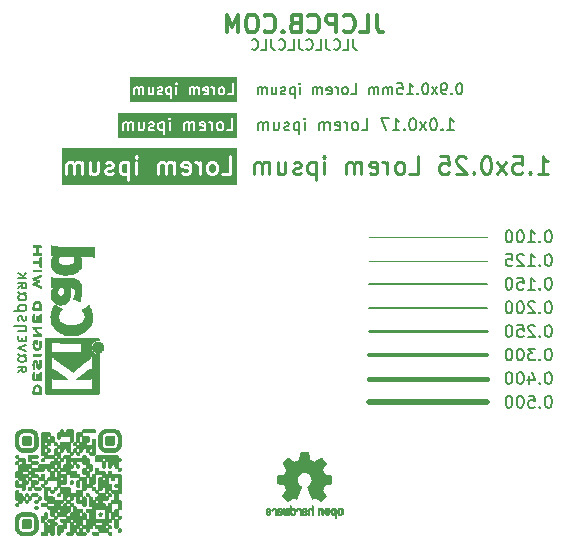
<source format=gbo>
%TF.GenerationSoftware,KiCad,Pcbnew,(5.1.10)-1*%
%TF.CreationDate,2021-10-09T18:12:26+02:00*%
%TF.ProjectId,ColorTest,436f6c6f-7254-4657-9374-2e6b69636164,rev?*%
%TF.SameCoordinates,Original*%
%TF.FileFunction,Legend,Bot*%
%TF.FilePolarity,Positive*%
%FSLAX46Y46*%
G04 Gerber Fmt 4.6, Leading zero omitted, Abs format (unit mm)*
G04 Created by KiCad (PCBNEW (5.1.10)-1) date 2021-10-09 18:12:26*
%MOMM*%
%LPD*%
G01*
G04 APERTURE LIST*
%ADD10C,0.150000*%
%ADD11C,0.100000*%
%ADD12C,0.500000*%
%ADD13C,0.400000*%
%ADD14C,0.300000*%
%ADD15C,0.250000*%
%ADD16C,0.200000*%
%ADD17C,0.125000*%
%ADD18C,0.170000*%
%ADD19C,0.010000*%
G04 APERTURE END LIST*
D10*
X51083333Y-81202380D02*
X50797619Y-81440476D01*
X50797619Y-81011904D02*
X51464285Y-81011904D01*
X51464285Y-81297619D01*
X51416666Y-81392857D01*
X51321428Y-81440476D01*
X51226190Y-81440476D01*
X51130952Y-81392857D01*
X51083333Y-81297619D01*
X51083333Y-81011904D01*
X51464285Y-79964285D02*
X50988095Y-80107142D01*
X50892857Y-80154761D01*
X50845238Y-80202380D01*
X50797619Y-80297619D01*
X50797619Y-80392857D01*
X50845238Y-80488095D01*
X50892857Y-80535714D01*
X51035714Y-80583333D01*
X51226190Y-80583333D01*
X51369047Y-80535714D01*
X51416666Y-80488095D01*
X51464285Y-80392857D01*
X51464285Y-80297619D01*
X51416666Y-80202380D01*
X51369047Y-80154761D01*
X51273809Y-80107142D01*
X50940476Y-80059523D01*
X50845238Y-80011904D01*
X50797619Y-79916666D01*
X51464285Y-79630952D02*
X50797619Y-79392857D01*
X51464285Y-79154761D01*
X51130952Y-78678571D02*
X51083333Y-78773809D01*
X50988095Y-78821428D01*
X50940476Y-78821428D01*
X50845238Y-78773809D01*
X50797619Y-78678571D01*
X50797619Y-78488095D01*
X50845238Y-78392857D01*
X51130952Y-78583333D02*
X51130952Y-78678571D01*
X51178571Y-78773809D01*
X51273809Y-78821428D01*
X51321428Y-78821428D01*
X51416666Y-78773809D01*
X51464285Y-78678571D01*
X51464285Y-78488095D01*
X51416666Y-78392857D01*
X51464285Y-77964285D02*
X50797619Y-77964285D01*
X51369047Y-77964285D02*
X51416666Y-77916666D01*
X51464285Y-77821428D01*
X51464285Y-77678571D01*
X51416666Y-77583333D01*
X51321428Y-77535714D01*
X50464285Y-77535714D01*
X50845238Y-77107142D02*
X50797619Y-77011904D01*
X50797619Y-76821428D01*
X50845238Y-76726190D01*
X50940476Y-76678571D01*
X50988095Y-76678571D01*
X51083333Y-76726190D01*
X51130952Y-76821428D01*
X51130952Y-76964285D01*
X51178571Y-77059523D01*
X51273809Y-77107142D01*
X51321428Y-77107142D01*
X51416666Y-77059523D01*
X51464285Y-76964285D01*
X51464285Y-76821428D01*
X51416666Y-76726190D01*
X50464285Y-76250000D02*
X51273809Y-76250000D01*
X51369047Y-76202380D01*
X51416666Y-76154761D01*
X51464285Y-76059523D01*
X51464285Y-75916666D01*
X51416666Y-75821428D01*
X51369047Y-75773809D01*
X51273809Y-75726190D01*
X50988095Y-75726190D01*
X50892857Y-75773809D01*
X50845238Y-75821428D01*
X50797619Y-75916666D01*
X50797619Y-76059523D01*
X50845238Y-76154761D01*
X50940476Y-76250000D01*
X51464285Y-74726190D02*
X50988095Y-74869047D01*
X50892857Y-74916666D01*
X50845238Y-74964285D01*
X50797619Y-75059523D01*
X50797619Y-75154761D01*
X50845238Y-75250000D01*
X50892857Y-75297619D01*
X51035714Y-75345238D01*
X51226190Y-75345238D01*
X51369047Y-75297619D01*
X51416666Y-75250000D01*
X51464285Y-75154761D01*
X51464285Y-75059523D01*
X51416666Y-74964285D01*
X51369047Y-74916666D01*
X51273809Y-74869047D01*
X50940476Y-74821428D01*
X50845238Y-74773809D01*
X50797619Y-74678571D01*
X51083333Y-74107142D02*
X50797619Y-74345238D01*
X50797619Y-73916666D02*
X51464285Y-73916666D01*
X51464285Y-74202380D01*
X51416666Y-74297619D01*
X51321428Y-74345238D01*
X51226190Y-74345238D01*
X51130952Y-74297619D01*
X51083333Y-74202380D01*
X51083333Y-73916666D01*
X51464285Y-73440476D02*
X50797619Y-73440476D01*
X51178571Y-73345238D02*
X50797619Y-73059523D01*
X51464285Y-73059523D02*
X51083333Y-73440476D01*
X95714285Y-69452380D02*
X95619047Y-69452380D01*
X95523809Y-69500000D01*
X95476190Y-69547619D01*
X95428571Y-69642857D01*
X95380952Y-69833333D01*
X95380952Y-70071428D01*
X95428571Y-70261904D01*
X95476190Y-70357142D01*
X95523809Y-70404761D01*
X95619047Y-70452380D01*
X95714285Y-70452380D01*
X95809523Y-70404761D01*
X95857142Y-70357142D01*
X95904761Y-70261904D01*
X95952380Y-70071428D01*
X95952380Y-69833333D01*
X95904761Y-69642857D01*
X95857142Y-69547619D01*
X95809523Y-69500000D01*
X95714285Y-69452380D01*
X94952380Y-70357142D02*
X94904761Y-70404761D01*
X94952380Y-70452380D01*
X95000000Y-70404761D01*
X94952380Y-70357142D01*
X94952380Y-70452380D01*
X93952380Y-70452380D02*
X94523809Y-70452380D01*
X94238095Y-70452380D02*
X94238095Y-69452380D01*
X94333333Y-69595238D01*
X94428571Y-69690476D01*
X94523809Y-69738095D01*
X93333333Y-69452380D02*
X93238095Y-69452380D01*
X93142857Y-69500000D01*
X93095238Y-69547619D01*
X93047619Y-69642857D01*
X93000000Y-69833333D01*
X93000000Y-70071428D01*
X93047619Y-70261904D01*
X93095238Y-70357142D01*
X93142857Y-70404761D01*
X93238095Y-70452380D01*
X93333333Y-70452380D01*
X93428571Y-70404761D01*
X93476190Y-70357142D01*
X93523809Y-70261904D01*
X93571428Y-70071428D01*
X93571428Y-69833333D01*
X93523809Y-69642857D01*
X93476190Y-69547619D01*
X93428571Y-69500000D01*
X93333333Y-69452380D01*
X92380952Y-69452380D02*
X92285714Y-69452380D01*
X92190476Y-69500000D01*
X92142857Y-69547619D01*
X92095238Y-69642857D01*
X92047619Y-69833333D01*
X92047619Y-70071428D01*
X92095238Y-70261904D01*
X92142857Y-70357142D01*
X92190476Y-70404761D01*
X92285714Y-70452380D01*
X92380952Y-70452380D01*
X92476190Y-70404761D01*
X92523809Y-70357142D01*
X92571428Y-70261904D01*
X92619047Y-70071428D01*
X92619047Y-69833333D01*
X92571428Y-69642857D01*
X92523809Y-69547619D01*
X92476190Y-69500000D01*
X92380952Y-69452380D01*
D11*
X80500000Y-70000000D02*
X90500000Y-70000000D01*
D10*
X95714285Y-83452380D02*
X95619047Y-83452380D01*
X95523809Y-83500000D01*
X95476190Y-83547619D01*
X95428571Y-83642857D01*
X95380952Y-83833333D01*
X95380952Y-84071428D01*
X95428571Y-84261904D01*
X95476190Y-84357142D01*
X95523809Y-84404761D01*
X95619047Y-84452380D01*
X95714285Y-84452380D01*
X95809523Y-84404761D01*
X95857142Y-84357142D01*
X95904761Y-84261904D01*
X95952380Y-84071428D01*
X95952380Y-83833333D01*
X95904761Y-83642857D01*
X95857142Y-83547619D01*
X95809523Y-83500000D01*
X95714285Y-83452380D01*
X94952380Y-84357142D02*
X94904761Y-84404761D01*
X94952380Y-84452380D01*
X95000000Y-84404761D01*
X94952380Y-84357142D01*
X94952380Y-84452380D01*
X94000000Y-83452380D02*
X94476190Y-83452380D01*
X94523809Y-83928571D01*
X94476190Y-83880952D01*
X94380952Y-83833333D01*
X94142857Y-83833333D01*
X94047619Y-83880952D01*
X94000000Y-83928571D01*
X93952380Y-84023809D01*
X93952380Y-84261904D01*
X94000000Y-84357142D01*
X94047619Y-84404761D01*
X94142857Y-84452380D01*
X94380952Y-84452380D01*
X94476190Y-84404761D01*
X94523809Y-84357142D01*
X93333333Y-83452380D02*
X93238095Y-83452380D01*
X93142857Y-83500000D01*
X93095238Y-83547619D01*
X93047619Y-83642857D01*
X93000000Y-83833333D01*
X93000000Y-84071428D01*
X93047619Y-84261904D01*
X93095238Y-84357142D01*
X93142857Y-84404761D01*
X93238095Y-84452380D01*
X93333333Y-84452380D01*
X93428571Y-84404761D01*
X93476190Y-84357142D01*
X93523809Y-84261904D01*
X93571428Y-84071428D01*
X93571428Y-83833333D01*
X93523809Y-83642857D01*
X93476190Y-83547619D01*
X93428571Y-83500000D01*
X93333333Y-83452380D01*
X92380952Y-83452380D02*
X92285714Y-83452380D01*
X92190476Y-83500000D01*
X92142857Y-83547619D01*
X92095238Y-83642857D01*
X92047619Y-83833333D01*
X92047619Y-84071428D01*
X92095238Y-84261904D01*
X92142857Y-84357142D01*
X92190476Y-84404761D01*
X92285714Y-84452380D01*
X92380952Y-84452380D01*
X92476190Y-84404761D01*
X92523809Y-84357142D01*
X92571428Y-84261904D01*
X92619047Y-84071428D01*
X92619047Y-83833333D01*
X92571428Y-83642857D01*
X92523809Y-83547619D01*
X92476190Y-83500000D01*
X92380952Y-83452380D01*
X95714285Y-81452380D02*
X95619047Y-81452380D01*
X95523809Y-81500000D01*
X95476190Y-81547619D01*
X95428571Y-81642857D01*
X95380952Y-81833333D01*
X95380952Y-82071428D01*
X95428571Y-82261904D01*
X95476190Y-82357142D01*
X95523809Y-82404761D01*
X95619047Y-82452380D01*
X95714285Y-82452380D01*
X95809523Y-82404761D01*
X95857142Y-82357142D01*
X95904761Y-82261904D01*
X95952380Y-82071428D01*
X95952380Y-81833333D01*
X95904761Y-81642857D01*
X95857142Y-81547619D01*
X95809523Y-81500000D01*
X95714285Y-81452380D01*
X94952380Y-82357142D02*
X94904761Y-82404761D01*
X94952380Y-82452380D01*
X95000000Y-82404761D01*
X94952380Y-82357142D01*
X94952380Y-82452380D01*
X94047619Y-81785714D02*
X94047619Y-82452380D01*
X94285714Y-81404761D02*
X94523809Y-82119047D01*
X93904761Y-82119047D01*
X93333333Y-81452380D02*
X93238095Y-81452380D01*
X93142857Y-81500000D01*
X93095238Y-81547619D01*
X93047619Y-81642857D01*
X93000000Y-81833333D01*
X93000000Y-82071428D01*
X93047619Y-82261904D01*
X93095238Y-82357142D01*
X93142857Y-82404761D01*
X93238095Y-82452380D01*
X93333333Y-82452380D01*
X93428571Y-82404761D01*
X93476190Y-82357142D01*
X93523809Y-82261904D01*
X93571428Y-82071428D01*
X93571428Y-81833333D01*
X93523809Y-81642857D01*
X93476190Y-81547619D01*
X93428571Y-81500000D01*
X93333333Y-81452380D01*
X92380952Y-81452380D02*
X92285714Y-81452380D01*
X92190476Y-81500000D01*
X92142857Y-81547619D01*
X92095238Y-81642857D01*
X92047619Y-81833333D01*
X92047619Y-82071428D01*
X92095238Y-82261904D01*
X92142857Y-82357142D01*
X92190476Y-82404761D01*
X92285714Y-82452380D01*
X92380952Y-82452380D01*
X92476190Y-82404761D01*
X92523809Y-82357142D01*
X92571428Y-82261904D01*
X92619047Y-82071428D01*
X92619047Y-81833333D01*
X92571428Y-81642857D01*
X92523809Y-81547619D01*
X92476190Y-81500000D01*
X92380952Y-81452380D01*
X95714285Y-79452380D02*
X95619047Y-79452380D01*
X95523809Y-79500000D01*
X95476190Y-79547619D01*
X95428571Y-79642857D01*
X95380952Y-79833333D01*
X95380952Y-80071428D01*
X95428571Y-80261904D01*
X95476190Y-80357142D01*
X95523809Y-80404761D01*
X95619047Y-80452380D01*
X95714285Y-80452380D01*
X95809523Y-80404761D01*
X95857142Y-80357142D01*
X95904761Y-80261904D01*
X95952380Y-80071428D01*
X95952380Y-79833333D01*
X95904761Y-79642857D01*
X95857142Y-79547619D01*
X95809523Y-79500000D01*
X95714285Y-79452380D01*
X94952380Y-80357142D02*
X94904761Y-80404761D01*
X94952380Y-80452380D01*
X95000000Y-80404761D01*
X94952380Y-80357142D01*
X94952380Y-80452380D01*
X94571428Y-79452380D02*
X93952380Y-79452380D01*
X94285714Y-79833333D01*
X94142857Y-79833333D01*
X94047619Y-79880952D01*
X94000000Y-79928571D01*
X93952380Y-80023809D01*
X93952380Y-80261904D01*
X94000000Y-80357142D01*
X94047619Y-80404761D01*
X94142857Y-80452380D01*
X94428571Y-80452380D01*
X94523809Y-80404761D01*
X94571428Y-80357142D01*
X93333333Y-79452380D02*
X93238095Y-79452380D01*
X93142857Y-79500000D01*
X93095238Y-79547619D01*
X93047619Y-79642857D01*
X93000000Y-79833333D01*
X93000000Y-80071428D01*
X93047619Y-80261904D01*
X93095238Y-80357142D01*
X93142857Y-80404761D01*
X93238095Y-80452380D01*
X93333333Y-80452380D01*
X93428571Y-80404761D01*
X93476190Y-80357142D01*
X93523809Y-80261904D01*
X93571428Y-80071428D01*
X93571428Y-79833333D01*
X93523809Y-79642857D01*
X93476190Y-79547619D01*
X93428571Y-79500000D01*
X93333333Y-79452380D01*
X92380952Y-79452380D02*
X92285714Y-79452380D01*
X92190476Y-79500000D01*
X92142857Y-79547619D01*
X92095238Y-79642857D01*
X92047619Y-79833333D01*
X92047619Y-80071428D01*
X92095238Y-80261904D01*
X92142857Y-80357142D01*
X92190476Y-80404761D01*
X92285714Y-80452380D01*
X92380952Y-80452380D01*
X92476190Y-80404761D01*
X92523809Y-80357142D01*
X92571428Y-80261904D01*
X92619047Y-80071428D01*
X92619047Y-79833333D01*
X92571428Y-79642857D01*
X92523809Y-79547619D01*
X92476190Y-79500000D01*
X92380952Y-79452380D01*
X95714285Y-77452380D02*
X95619047Y-77452380D01*
X95523809Y-77500000D01*
X95476190Y-77547619D01*
X95428571Y-77642857D01*
X95380952Y-77833333D01*
X95380952Y-78071428D01*
X95428571Y-78261904D01*
X95476190Y-78357142D01*
X95523809Y-78404761D01*
X95619047Y-78452380D01*
X95714285Y-78452380D01*
X95809523Y-78404761D01*
X95857142Y-78357142D01*
X95904761Y-78261904D01*
X95952380Y-78071428D01*
X95952380Y-77833333D01*
X95904761Y-77642857D01*
X95857142Y-77547619D01*
X95809523Y-77500000D01*
X95714285Y-77452380D01*
X94952380Y-78357142D02*
X94904761Y-78404761D01*
X94952380Y-78452380D01*
X95000000Y-78404761D01*
X94952380Y-78357142D01*
X94952380Y-78452380D01*
X94523809Y-77547619D02*
X94476190Y-77500000D01*
X94380952Y-77452380D01*
X94142857Y-77452380D01*
X94047619Y-77500000D01*
X94000000Y-77547619D01*
X93952380Y-77642857D01*
X93952380Y-77738095D01*
X94000000Y-77880952D01*
X94571428Y-78452380D01*
X93952380Y-78452380D01*
X93047619Y-77452380D02*
X93523809Y-77452380D01*
X93571428Y-77928571D01*
X93523809Y-77880952D01*
X93428571Y-77833333D01*
X93190476Y-77833333D01*
X93095238Y-77880952D01*
X93047619Y-77928571D01*
X93000000Y-78023809D01*
X93000000Y-78261904D01*
X93047619Y-78357142D01*
X93095238Y-78404761D01*
X93190476Y-78452380D01*
X93428571Y-78452380D01*
X93523809Y-78404761D01*
X93571428Y-78357142D01*
X92380952Y-77452380D02*
X92285714Y-77452380D01*
X92190476Y-77500000D01*
X92142857Y-77547619D01*
X92095238Y-77642857D01*
X92047619Y-77833333D01*
X92047619Y-78071428D01*
X92095238Y-78261904D01*
X92142857Y-78357142D01*
X92190476Y-78404761D01*
X92285714Y-78452380D01*
X92380952Y-78452380D01*
X92476190Y-78404761D01*
X92523809Y-78357142D01*
X92571428Y-78261904D01*
X92619047Y-78071428D01*
X92619047Y-77833333D01*
X92571428Y-77642857D01*
X92523809Y-77547619D01*
X92476190Y-77500000D01*
X92380952Y-77452380D01*
X95714285Y-75452380D02*
X95619047Y-75452380D01*
X95523809Y-75500000D01*
X95476190Y-75547619D01*
X95428571Y-75642857D01*
X95380952Y-75833333D01*
X95380952Y-76071428D01*
X95428571Y-76261904D01*
X95476190Y-76357142D01*
X95523809Y-76404761D01*
X95619047Y-76452380D01*
X95714285Y-76452380D01*
X95809523Y-76404761D01*
X95857142Y-76357142D01*
X95904761Y-76261904D01*
X95952380Y-76071428D01*
X95952380Y-75833333D01*
X95904761Y-75642857D01*
X95857142Y-75547619D01*
X95809523Y-75500000D01*
X95714285Y-75452380D01*
X94952380Y-76357142D02*
X94904761Y-76404761D01*
X94952380Y-76452380D01*
X95000000Y-76404761D01*
X94952380Y-76357142D01*
X94952380Y-76452380D01*
X94523809Y-75547619D02*
X94476190Y-75500000D01*
X94380952Y-75452380D01*
X94142857Y-75452380D01*
X94047619Y-75500000D01*
X94000000Y-75547619D01*
X93952380Y-75642857D01*
X93952380Y-75738095D01*
X94000000Y-75880952D01*
X94571428Y-76452380D01*
X93952380Y-76452380D01*
X93333333Y-75452380D02*
X93238095Y-75452380D01*
X93142857Y-75500000D01*
X93095238Y-75547619D01*
X93047619Y-75642857D01*
X93000000Y-75833333D01*
X93000000Y-76071428D01*
X93047619Y-76261904D01*
X93095238Y-76357142D01*
X93142857Y-76404761D01*
X93238095Y-76452380D01*
X93333333Y-76452380D01*
X93428571Y-76404761D01*
X93476190Y-76357142D01*
X93523809Y-76261904D01*
X93571428Y-76071428D01*
X93571428Y-75833333D01*
X93523809Y-75642857D01*
X93476190Y-75547619D01*
X93428571Y-75500000D01*
X93333333Y-75452380D01*
X92380952Y-75452380D02*
X92285714Y-75452380D01*
X92190476Y-75500000D01*
X92142857Y-75547619D01*
X92095238Y-75642857D01*
X92047619Y-75833333D01*
X92047619Y-76071428D01*
X92095238Y-76261904D01*
X92142857Y-76357142D01*
X92190476Y-76404761D01*
X92285714Y-76452380D01*
X92380952Y-76452380D01*
X92476190Y-76404761D01*
X92523809Y-76357142D01*
X92571428Y-76261904D01*
X92619047Y-76071428D01*
X92619047Y-75833333D01*
X92571428Y-75642857D01*
X92523809Y-75547619D01*
X92476190Y-75500000D01*
X92380952Y-75452380D01*
X95714285Y-73452380D02*
X95619047Y-73452380D01*
X95523809Y-73500000D01*
X95476190Y-73547619D01*
X95428571Y-73642857D01*
X95380952Y-73833333D01*
X95380952Y-74071428D01*
X95428571Y-74261904D01*
X95476190Y-74357142D01*
X95523809Y-74404761D01*
X95619047Y-74452380D01*
X95714285Y-74452380D01*
X95809523Y-74404761D01*
X95857142Y-74357142D01*
X95904761Y-74261904D01*
X95952380Y-74071428D01*
X95952380Y-73833333D01*
X95904761Y-73642857D01*
X95857142Y-73547619D01*
X95809523Y-73500000D01*
X95714285Y-73452380D01*
X94952380Y-74357142D02*
X94904761Y-74404761D01*
X94952380Y-74452380D01*
X95000000Y-74404761D01*
X94952380Y-74357142D01*
X94952380Y-74452380D01*
X93952380Y-74452380D02*
X94523809Y-74452380D01*
X94238095Y-74452380D02*
X94238095Y-73452380D01*
X94333333Y-73595238D01*
X94428571Y-73690476D01*
X94523809Y-73738095D01*
X93047619Y-73452380D02*
X93523809Y-73452380D01*
X93571428Y-73928571D01*
X93523809Y-73880952D01*
X93428571Y-73833333D01*
X93190476Y-73833333D01*
X93095238Y-73880952D01*
X93047619Y-73928571D01*
X93000000Y-74023809D01*
X93000000Y-74261904D01*
X93047619Y-74357142D01*
X93095238Y-74404761D01*
X93190476Y-74452380D01*
X93428571Y-74452380D01*
X93523809Y-74404761D01*
X93571428Y-74357142D01*
X92380952Y-73452380D02*
X92285714Y-73452380D01*
X92190476Y-73500000D01*
X92142857Y-73547619D01*
X92095238Y-73642857D01*
X92047619Y-73833333D01*
X92047619Y-74071428D01*
X92095238Y-74261904D01*
X92142857Y-74357142D01*
X92190476Y-74404761D01*
X92285714Y-74452380D01*
X92380952Y-74452380D01*
X92476190Y-74404761D01*
X92523809Y-74357142D01*
X92571428Y-74261904D01*
X92619047Y-74071428D01*
X92619047Y-73833333D01*
X92571428Y-73642857D01*
X92523809Y-73547619D01*
X92476190Y-73500000D01*
X92380952Y-73452380D01*
X95714285Y-71452380D02*
X95619047Y-71452380D01*
X95523809Y-71500000D01*
X95476190Y-71547619D01*
X95428571Y-71642857D01*
X95380952Y-71833333D01*
X95380952Y-72071428D01*
X95428571Y-72261904D01*
X95476190Y-72357142D01*
X95523809Y-72404761D01*
X95619047Y-72452380D01*
X95714285Y-72452380D01*
X95809523Y-72404761D01*
X95857142Y-72357142D01*
X95904761Y-72261904D01*
X95952380Y-72071428D01*
X95952380Y-71833333D01*
X95904761Y-71642857D01*
X95857142Y-71547619D01*
X95809523Y-71500000D01*
X95714285Y-71452380D01*
X94952380Y-72357142D02*
X94904761Y-72404761D01*
X94952380Y-72452380D01*
X95000000Y-72404761D01*
X94952380Y-72357142D01*
X94952380Y-72452380D01*
X93952380Y-72452380D02*
X94523809Y-72452380D01*
X94238095Y-72452380D02*
X94238095Y-71452380D01*
X94333333Y-71595238D01*
X94428571Y-71690476D01*
X94523809Y-71738095D01*
X93571428Y-71547619D02*
X93523809Y-71500000D01*
X93428571Y-71452380D01*
X93190476Y-71452380D01*
X93095238Y-71500000D01*
X93047619Y-71547619D01*
X93000000Y-71642857D01*
X93000000Y-71738095D01*
X93047619Y-71880952D01*
X93619047Y-72452380D01*
X93000000Y-72452380D01*
X92095238Y-71452380D02*
X92571428Y-71452380D01*
X92619047Y-71928571D01*
X92571428Y-71880952D01*
X92476190Y-71833333D01*
X92238095Y-71833333D01*
X92142857Y-71880952D01*
X92095238Y-71928571D01*
X92047619Y-72023809D01*
X92047619Y-72261904D01*
X92095238Y-72357142D01*
X92142857Y-72404761D01*
X92238095Y-72452380D01*
X92476190Y-72452380D01*
X92571428Y-72404761D01*
X92619047Y-72357142D01*
D12*
X80500000Y-84000000D02*
X90500000Y-84000000D01*
D13*
X80500000Y-82000000D02*
X90500000Y-82000000D01*
D14*
X80500000Y-80000000D02*
X90500000Y-80000000D01*
D15*
X80500000Y-78000000D02*
X90500000Y-78000000D01*
D16*
X80500000Y-76000000D02*
X90500000Y-76000000D01*
D10*
X80500000Y-74000000D02*
X90500000Y-74000000D01*
D17*
X80500000Y-72000000D02*
X90500000Y-72000000D01*
D11*
G36*
X69250000Y-65500000D02*
G01*
X54500000Y-65500000D01*
X54500000Y-62500000D01*
X69250000Y-62500000D01*
X69250000Y-65500000D01*
G37*
X69250000Y-65500000D02*
X54500000Y-65500000D01*
X54500000Y-62500000D01*
X69250000Y-62500000D01*
X69250000Y-65500000D01*
G36*
X69250000Y-61500000D02*
G01*
X59250000Y-61500000D01*
X59250000Y-59500000D01*
X69250000Y-59500000D01*
X69250000Y-61500000D01*
G37*
X69250000Y-61500000D02*
X59250000Y-61500000D01*
X59250000Y-59500000D01*
X69250000Y-59500000D01*
X69250000Y-61500000D01*
G36*
X69250000Y-58500000D02*
G01*
X60250000Y-58500000D01*
X60250000Y-56500000D01*
X69250000Y-56500000D01*
X69250000Y-58500000D01*
G37*
X69250000Y-58500000D02*
X60250000Y-58500000D01*
X60250000Y-56500000D01*
X69250000Y-56500000D01*
X69250000Y-58500000D01*
D14*
X81142857Y-51178571D02*
X81142857Y-52250000D01*
X81214285Y-52464285D01*
X81357142Y-52607142D01*
X81571428Y-52678571D01*
X81714285Y-52678571D01*
X79714285Y-52678571D02*
X80428571Y-52678571D01*
X80428571Y-51178571D01*
X78357142Y-52535714D02*
X78428571Y-52607142D01*
X78642857Y-52678571D01*
X78785714Y-52678571D01*
X79000000Y-52607142D01*
X79142857Y-52464285D01*
X79214285Y-52321428D01*
X79285714Y-52035714D01*
X79285714Y-51821428D01*
X79214285Y-51535714D01*
X79142857Y-51392857D01*
X79000000Y-51250000D01*
X78785714Y-51178571D01*
X78642857Y-51178571D01*
X78428571Y-51250000D01*
X78357142Y-51321428D01*
X77714285Y-52678571D02*
X77714285Y-51178571D01*
X77142857Y-51178571D01*
X77000000Y-51250000D01*
X76928571Y-51321428D01*
X76857142Y-51464285D01*
X76857142Y-51678571D01*
X76928571Y-51821428D01*
X77000000Y-51892857D01*
X77142857Y-51964285D01*
X77714285Y-51964285D01*
X75357142Y-52535714D02*
X75428571Y-52607142D01*
X75642857Y-52678571D01*
X75785714Y-52678571D01*
X76000000Y-52607142D01*
X76142857Y-52464285D01*
X76214285Y-52321428D01*
X76285714Y-52035714D01*
X76285714Y-51821428D01*
X76214285Y-51535714D01*
X76142857Y-51392857D01*
X76000000Y-51250000D01*
X75785714Y-51178571D01*
X75642857Y-51178571D01*
X75428571Y-51250000D01*
X75357142Y-51321428D01*
X74214285Y-51892857D02*
X74000000Y-51964285D01*
X73928571Y-52035714D01*
X73857142Y-52178571D01*
X73857142Y-52392857D01*
X73928571Y-52535714D01*
X74000000Y-52607142D01*
X74142857Y-52678571D01*
X74714285Y-52678571D01*
X74714285Y-51178571D01*
X74214285Y-51178571D01*
X74071428Y-51250000D01*
X74000000Y-51321428D01*
X73928571Y-51464285D01*
X73928571Y-51607142D01*
X74000000Y-51750000D01*
X74071428Y-51821428D01*
X74214285Y-51892857D01*
X74714285Y-51892857D01*
X73214285Y-52535714D02*
X73142857Y-52607142D01*
X73214285Y-52678571D01*
X73285714Y-52607142D01*
X73214285Y-52535714D01*
X73214285Y-52678571D01*
X71642857Y-52535714D02*
X71714285Y-52607142D01*
X71928571Y-52678571D01*
X72071428Y-52678571D01*
X72285714Y-52607142D01*
X72428571Y-52464285D01*
X72500000Y-52321428D01*
X72571428Y-52035714D01*
X72571428Y-51821428D01*
X72500000Y-51535714D01*
X72428571Y-51392857D01*
X72285714Y-51250000D01*
X72071428Y-51178571D01*
X71928571Y-51178571D01*
X71714285Y-51250000D01*
X71642857Y-51321428D01*
X70714285Y-51178571D02*
X70428571Y-51178571D01*
X70285714Y-51250000D01*
X70142857Y-51392857D01*
X70071428Y-51678571D01*
X70071428Y-52178571D01*
X70142857Y-52464285D01*
X70285714Y-52607142D01*
X70428571Y-52678571D01*
X70714285Y-52678571D01*
X70857142Y-52607142D01*
X71000000Y-52464285D01*
X71071428Y-52178571D01*
X71071428Y-51678571D01*
X71000000Y-51392857D01*
X70857142Y-51250000D01*
X70714285Y-51178571D01*
X69428571Y-52678571D02*
X69428571Y-51178571D01*
X68928571Y-52250000D01*
X68428571Y-51178571D01*
X68428571Y-52678571D01*
D15*
X94769642Y-64678571D02*
X95626785Y-64678571D01*
X95198214Y-64678571D02*
X95198214Y-63178571D01*
X95341071Y-63392857D01*
X95483928Y-63535714D01*
X95626785Y-63607142D01*
X94126785Y-64535714D02*
X94055357Y-64607142D01*
X94126785Y-64678571D01*
X94198214Y-64607142D01*
X94126785Y-64535714D01*
X94126785Y-64678571D01*
X92698214Y-63178571D02*
X93412500Y-63178571D01*
X93483928Y-63892857D01*
X93412500Y-63821428D01*
X93269642Y-63750000D01*
X92912500Y-63750000D01*
X92769642Y-63821428D01*
X92698214Y-63892857D01*
X92626785Y-64035714D01*
X92626785Y-64392857D01*
X92698214Y-64535714D01*
X92769642Y-64607142D01*
X92912500Y-64678571D01*
X93269642Y-64678571D01*
X93412500Y-64607142D01*
X93483928Y-64535714D01*
X92126785Y-64678571D02*
X91341071Y-63678571D01*
X92126785Y-63678571D02*
X91341071Y-64678571D01*
X90483928Y-63178571D02*
X90341071Y-63178571D01*
X90198214Y-63250000D01*
X90126785Y-63321428D01*
X90055357Y-63464285D01*
X89983928Y-63750000D01*
X89983928Y-64107142D01*
X90055357Y-64392857D01*
X90126785Y-64535714D01*
X90198214Y-64607142D01*
X90341071Y-64678571D01*
X90483928Y-64678571D01*
X90626785Y-64607142D01*
X90698214Y-64535714D01*
X90769642Y-64392857D01*
X90841071Y-64107142D01*
X90841071Y-63750000D01*
X90769642Y-63464285D01*
X90698214Y-63321428D01*
X90626785Y-63250000D01*
X90483928Y-63178571D01*
X89341071Y-64535714D02*
X89269642Y-64607142D01*
X89341071Y-64678571D01*
X89412500Y-64607142D01*
X89341071Y-64535714D01*
X89341071Y-64678571D01*
X88698214Y-63321428D02*
X88626785Y-63250000D01*
X88483928Y-63178571D01*
X88126785Y-63178571D01*
X87983928Y-63250000D01*
X87912500Y-63321428D01*
X87841071Y-63464285D01*
X87841071Y-63607142D01*
X87912500Y-63821428D01*
X88769642Y-64678571D01*
X87841071Y-64678571D01*
X86483928Y-63178571D02*
X87198214Y-63178571D01*
X87269642Y-63892857D01*
X87198214Y-63821428D01*
X87055357Y-63750000D01*
X86698214Y-63750000D01*
X86555357Y-63821428D01*
X86483928Y-63892857D01*
X86412500Y-64035714D01*
X86412500Y-64392857D01*
X86483928Y-64535714D01*
X86555357Y-64607142D01*
X86698214Y-64678571D01*
X87055357Y-64678571D01*
X87198214Y-64607142D01*
X87269642Y-64535714D01*
X83912500Y-64678571D02*
X84626785Y-64678571D01*
X84626785Y-63178571D01*
X83198214Y-64678571D02*
X83341071Y-64607142D01*
X83412500Y-64535714D01*
X83483928Y-64392857D01*
X83483928Y-63964285D01*
X83412500Y-63821428D01*
X83341071Y-63750000D01*
X83198214Y-63678571D01*
X82983928Y-63678571D01*
X82841071Y-63750000D01*
X82769642Y-63821428D01*
X82698214Y-63964285D01*
X82698214Y-64392857D01*
X82769642Y-64535714D01*
X82841071Y-64607142D01*
X82983928Y-64678571D01*
X83198214Y-64678571D01*
X82055357Y-64678571D02*
X82055357Y-63678571D01*
X82055357Y-63964285D02*
X81983928Y-63821428D01*
X81912500Y-63750000D01*
X81769642Y-63678571D01*
X81626785Y-63678571D01*
X80555357Y-64607142D02*
X80698214Y-64678571D01*
X80983928Y-64678571D01*
X81126785Y-64607142D01*
X81198214Y-64464285D01*
X81198214Y-63892857D01*
X81126785Y-63750000D01*
X80983928Y-63678571D01*
X80698214Y-63678571D01*
X80555357Y-63750000D01*
X80483928Y-63892857D01*
X80483928Y-64035714D01*
X81198214Y-64178571D01*
X79841071Y-64678571D02*
X79841071Y-63678571D01*
X79841071Y-63821428D02*
X79769642Y-63750000D01*
X79626785Y-63678571D01*
X79412500Y-63678571D01*
X79269642Y-63750000D01*
X79198214Y-63892857D01*
X79198214Y-64678571D01*
X79198214Y-63892857D02*
X79126785Y-63750000D01*
X78983928Y-63678571D01*
X78769642Y-63678571D01*
X78626785Y-63750000D01*
X78555357Y-63892857D01*
X78555357Y-64678571D01*
X76698214Y-64678571D02*
X76698214Y-63678571D01*
X76698214Y-63178571D02*
X76769642Y-63250000D01*
X76698214Y-63321428D01*
X76626785Y-63250000D01*
X76698214Y-63178571D01*
X76698214Y-63321428D01*
X75983928Y-63678571D02*
X75983928Y-65178571D01*
X75983928Y-63750000D02*
X75841071Y-63678571D01*
X75555357Y-63678571D01*
X75412500Y-63750000D01*
X75341071Y-63821428D01*
X75269642Y-63964285D01*
X75269642Y-64392857D01*
X75341071Y-64535714D01*
X75412500Y-64607142D01*
X75555357Y-64678571D01*
X75841071Y-64678571D01*
X75983928Y-64607142D01*
X74698214Y-64607142D02*
X74555357Y-64678571D01*
X74269642Y-64678571D01*
X74126785Y-64607142D01*
X74055357Y-64464285D01*
X74055357Y-64392857D01*
X74126785Y-64250000D01*
X74269642Y-64178571D01*
X74483928Y-64178571D01*
X74626785Y-64107142D01*
X74698214Y-63964285D01*
X74698214Y-63892857D01*
X74626785Y-63750000D01*
X74483928Y-63678571D01*
X74269642Y-63678571D01*
X74126785Y-63750000D01*
X72769642Y-63678571D02*
X72769642Y-64678571D01*
X73412500Y-63678571D02*
X73412500Y-64464285D01*
X73341071Y-64607142D01*
X73198214Y-64678571D01*
X72983928Y-64678571D01*
X72841071Y-64607142D01*
X72769642Y-64535714D01*
X72055357Y-64678571D02*
X72055357Y-63678571D01*
X72055357Y-63821428D02*
X71983928Y-63750000D01*
X71841071Y-63678571D01*
X71626785Y-63678571D01*
X71483928Y-63750000D01*
X71412500Y-63892857D01*
X71412500Y-64678571D01*
X71412500Y-63892857D02*
X71341071Y-63750000D01*
X71198214Y-63678571D01*
X70983928Y-63678571D01*
X70841071Y-63750000D01*
X70769642Y-63892857D01*
X70769642Y-64678571D01*
D18*
X87098595Y-60952380D02*
X87670023Y-60952380D01*
X87384309Y-60952380D02*
X87384309Y-59952380D01*
X87479547Y-60095238D01*
X87574785Y-60190476D01*
X87670023Y-60238095D01*
X86670023Y-60857142D02*
X86622404Y-60904761D01*
X86670023Y-60952380D01*
X86717642Y-60904761D01*
X86670023Y-60857142D01*
X86670023Y-60952380D01*
X86003357Y-59952380D02*
X85908119Y-59952380D01*
X85812880Y-60000000D01*
X85765261Y-60047619D01*
X85717642Y-60142857D01*
X85670023Y-60333333D01*
X85670023Y-60571428D01*
X85717642Y-60761904D01*
X85765261Y-60857142D01*
X85812880Y-60904761D01*
X85908119Y-60952380D01*
X86003357Y-60952380D01*
X86098595Y-60904761D01*
X86146214Y-60857142D01*
X86193833Y-60761904D01*
X86241452Y-60571428D01*
X86241452Y-60333333D01*
X86193833Y-60142857D01*
X86146214Y-60047619D01*
X86098595Y-60000000D01*
X86003357Y-59952380D01*
X85336690Y-60952380D02*
X84812880Y-60285714D01*
X85336690Y-60285714D02*
X84812880Y-60952380D01*
X84241452Y-59952380D02*
X84146214Y-59952380D01*
X84050976Y-60000000D01*
X84003357Y-60047619D01*
X83955738Y-60142857D01*
X83908119Y-60333333D01*
X83908119Y-60571428D01*
X83955738Y-60761904D01*
X84003357Y-60857142D01*
X84050976Y-60904761D01*
X84146214Y-60952380D01*
X84241452Y-60952380D01*
X84336690Y-60904761D01*
X84384309Y-60857142D01*
X84431928Y-60761904D01*
X84479547Y-60571428D01*
X84479547Y-60333333D01*
X84431928Y-60142857D01*
X84384309Y-60047619D01*
X84336690Y-60000000D01*
X84241452Y-59952380D01*
X83479547Y-60857142D02*
X83431928Y-60904761D01*
X83479547Y-60952380D01*
X83527166Y-60904761D01*
X83479547Y-60857142D01*
X83479547Y-60952380D01*
X82479547Y-60952380D02*
X83050976Y-60952380D01*
X82765261Y-60952380D02*
X82765261Y-59952380D01*
X82860500Y-60095238D01*
X82955738Y-60190476D01*
X83050976Y-60238095D01*
X82146214Y-59952380D02*
X81479547Y-59952380D01*
X81908119Y-60952380D01*
X79860500Y-60952380D02*
X80336690Y-60952380D01*
X80336690Y-59952380D01*
X79384309Y-60952380D02*
X79479547Y-60904761D01*
X79527166Y-60857142D01*
X79574785Y-60761904D01*
X79574785Y-60476190D01*
X79527166Y-60380952D01*
X79479547Y-60333333D01*
X79384309Y-60285714D01*
X79241452Y-60285714D01*
X79146214Y-60333333D01*
X79098595Y-60380952D01*
X79050976Y-60476190D01*
X79050976Y-60761904D01*
X79098595Y-60857142D01*
X79146214Y-60904761D01*
X79241452Y-60952380D01*
X79384309Y-60952380D01*
X78622404Y-60952380D02*
X78622404Y-60285714D01*
X78622404Y-60476190D02*
X78574785Y-60380952D01*
X78527166Y-60333333D01*
X78431928Y-60285714D01*
X78336690Y-60285714D01*
X77622404Y-60904761D02*
X77717642Y-60952380D01*
X77908119Y-60952380D01*
X78003357Y-60904761D01*
X78050976Y-60809523D01*
X78050976Y-60428571D01*
X78003357Y-60333333D01*
X77908119Y-60285714D01*
X77717642Y-60285714D01*
X77622404Y-60333333D01*
X77574785Y-60428571D01*
X77574785Y-60523809D01*
X78050976Y-60619047D01*
X77146214Y-60952380D02*
X77146214Y-60285714D01*
X77146214Y-60380952D02*
X77098595Y-60333333D01*
X77003357Y-60285714D01*
X76860500Y-60285714D01*
X76765261Y-60333333D01*
X76717642Y-60428571D01*
X76717642Y-60952380D01*
X76717642Y-60428571D02*
X76670023Y-60333333D01*
X76574785Y-60285714D01*
X76431928Y-60285714D01*
X76336690Y-60333333D01*
X76289071Y-60428571D01*
X76289071Y-60952380D01*
X75050976Y-60952380D02*
X75050976Y-60285714D01*
X75050976Y-59952380D02*
X75098595Y-60000000D01*
X75050976Y-60047619D01*
X75003357Y-60000000D01*
X75050976Y-59952380D01*
X75050976Y-60047619D01*
X74574785Y-60285714D02*
X74574785Y-61285714D01*
X74574785Y-60333333D02*
X74479547Y-60285714D01*
X74289071Y-60285714D01*
X74193833Y-60333333D01*
X74146214Y-60380952D01*
X74098595Y-60476190D01*
X74098595Y-60761904D01*
X74146214Y-60857142D01*
X74193833Y-60904761D01*
X74289071Y-60952380D01*
X74479547Y-60952380D01*
X74574785Y-60904761D01*
X73717642Y-60904761D02*
X73622404Y-60952380D01*
X73431928Y-60952380D01*
X73336690Y-60904761D01*
X73289071Y-60809523D01*
X73289071Y-60761904D01*
X73336690Y-60666666D01*
X73431928Y-60619047D01*
X73574785Y-60619047D01*
X73670023Y-60571428D01*
X73717642Y-60476190D01*
X73717642Y-60428571D01*
X73670023Y-60333333D01*
X73574785Y-60285714D01*
X73431928Y-60285714D01*
X73336690Y-60333333D01*
X72431928Y-60285714D02*
X72431928Y-60952380D01*
X72860500Y-60285714D02*
X72860500Y-60809523D01*
X72812880Y-60904761D01*
X72717642Y-60952380D01*
X72574785Y-60952380D01*
X72479547Y-60904761D01*
X72431928Y-60857142D01*
X71955738Y-60952380D02*
X71955738Y-60285714D01*
X71955738Y-60380952D02*
X71908119Y-60333333D01*
X71812880Y-60285714D01*
X71670023Y-60285714D01*
X71574785Y-60333333D01*
X71527166Y-60428571D01*
X71527166Y-60952380D01*
X71527166Y-60428571D02*
X71479547Y-60333333D01*
X71384309Y-60285714D01*
X71241452Y-60285714D01*
X71146214Y-60333333D01*
X71098595Y-60428571D01*
X71098595Y-60952380D01*
D10*
X88161785Y-57007142D02*
X88076071Y-57007142D01*
X87990357Y-57050000D01*
X87947500Y-57092857D01*
X87904642Y-57178571D01*
X87861785Y-57350000D01*
X87861785Y-57564285D01*
X87904642Y-57735714D01*
X87947500Y-57821428D01*
X87990357Y-57864285D01*
X88076071Y-57907142D01*
X88161785Y-57907142D01*
X88247500Y-57864285D01*
X88290357Y-57821428D01*
X88333214Y-57735714D01*
X88376071Y-57564285D01*
X88376071Y-57350000D01*
X88333214Y-57178571D01*
X88290357Y-57092857D01*
X88247500Y-57050000D01*
X88161785Y-57007142D01*
X87476071Y-57821428D02*
X87433214Y-57864285D01*
X87476071Y-57907142D01*
X87518928Y-57864285D01*
X87476071Y-57821428D01*
X87476071Y-57907142D01*
X87004642Y-57907142D02*
X86833214Y-57907142D01*
X86747500Y-57864285D01*
X86704642Y-57821428D01*
X86618928Y-57692857D01*
X86576071Y-57521428D01*
X86576071Y-57178571D01*
X86618928Y-57092857D01*
X86661785Y-57050000D01*
X86747500Y-57007142D01*
X86918928Y-57007142D01*
X87004642Y-57050000D01*
X87047500Y-57092857D01*
X87090357Y-57178571D01*
X87090357Y-57392857D01*
X87047500Y-57478571D01*
X87004642Y-57521428D01*
X86918928Y-57564285D01*
X86747500Y-57564285D01*
X86661785Y-57521428D01*
X86618928Y-57478571D01*
X86576071Y-57392857D01*
X86276071Y-57907142D02*
X85804642Y-57307142D01*
X86276071Y-57307142D02*
X85804642Y-57907142D01*
X85290357Y-57007142D02*
X85204642Y-57007142D01*
X85118928Y-57050000D01*
X85076071Y-57092857D01*
X85033214Y-57178571D01*
X84990357Y-57350000D01*
X84990357Y-57564285D01*
X85033214Y-57735714D01*
X85076071Y-57821428D01*
X85118928Y-57864285D01*
X85204642Y-57907142D01*
X85290357Y-57907142D01*
X85376071Y-57864285D01*
X85418928Y-57821428D01*
X85461785Y-57735714D01*
X85504642Y-57564285D01*
X85504642Y-57350000D01*
X85461785Y-57178571D01*
X85418928Y-57092857D01*
X85376071Y-57050000D01*
X85290357Y-57007142D01*
X84604642Y-57821428D02*
X84561785Y-57864285D01*
X84604642Y-57907142D01*
X84647500Y-57864285D01*
X84604642Y-57821428D01*
X84604642Y-57907142D01*
X83704642Y-57907142D02*
X84218928Y-57907142D01*
X83961785Y-57907142D02*
X83961785Y-57007142D01*
X84047500Y-57135714D01*
X84133214Y-57221428D01*
X84218928Y-57264285D01*
X82890357Y-57007142D02*
X83318928Y-57007142D01*
X83361785Y-57435714D01*
X83318928Y-57392857D01*
X83233214Y-57350000D01*
X83018928Y-57350000D01*
X82933214Y-57392857D01*
X82890357Y-57435714D01*
X82847500Y-57521428D01*
X82847500Y-57735714D01*
X82890357Y-57821428D01*
X82933214Y-57864285D01*
X83018928Y-57907142D01*
X83233214Y-57907142D01*
X83318928Y-57864285D01*
X83361785Y-57821428D01*
X82461785Y-57907142D02*
X82461785Y-57307142D01*
X82461785Y-57392857D02*
X82418928Y-57350000D01*
X82333214Y-57307142D01*
X82204642Y-57307142D01*
X82118928Y-57350000D01*
X82076071Y-57435714D01*
X82076071Y-57907142D01*
X82076071Y-57435714D02*
X82033214Y-57350000D01*
X81947500Y-57307142D01*
X81818928Y-57307142D01*
X81733214Y-57350000D01*
X81690357Y-57435714D01*
X81690357Y-57907142D01*
X81261785Y-57907142D02*
X81261785Y-57307142D01*
X81261785Y-57392857D02*
X81218928Y-57350000D01*
X81133214Y-57307142D01*
X81004642Y-57307142D01*
X80918928Y-57350000D01*
X80876071Y-57435714D01*
X80876071Y-57907142D01*
X80876071Y-57435714D02*
X80833214Y-57350000D01*
X80747500Y-57307142D01*
X80618928Y-57307142D01*
X80533214Y-57350000D01*
X80490357Y-57435714D01*
X80490357Y-57907142D01*
X78947500Y-57907142D02*
X79376071Y-57907142D01*
X79376071Y-57007142D01*
X78518928Y-57907142D02*
X78604642Y-57864285D01*
X78647500Y-57821428D01*
X78690357Y-57735714D01*
X78690357Y-57478571D01*
X78647500Y-57392857D01*
X78604642Y-57350000D01*
X78518928Y-57307142D01*
X78390357Y-57307142D01*
X78304642Y-57350000D01*
X78261785Y-57392857D01*
X78218928Y-57478571D01*
X78218928Y-57735714D01*
X78261785Y-57821428D01*
X78304642Y-57864285D01*
X78390357Y-57907142D01*
X78518928Y-57907142D01*
X77833214Y-57907142D02*
X77833214Y-57307142D01*
X77833214Y-57478571D02*
X77790357Y-57392857D01*
X77747500Y-57350000D01*
X77661785Y-57307142D01*
X77576071Y-57307142D01*
X76933214Y-57864285D02*
X77018928Y-57907142D01*
X77190357Y-57907142D01*
X77276071Y-57864285D01*
X77318928Y-57778571D01*
X77318928Y-57435714D01*
X77276071Y-57350000D01*
X77190357Y-57307142D01*
X77018928Y-57307142D01*
X76933214Y-57350000D01*
X76890357Y-57435714D01*
X76890357Y-57521428D01*
X77318928Y-57607142D01*
X76504642Y-57907142D02*
X76504642Y-57307142D01*
X76504642Y-57392857D02*
X76461785Y-57350000D01*
X76376071Y-57307142D01*
X76247500Y-57307142D01*
X76161785Y-57350000D01*
X76118928Y-57435714D01*
X76118928Y-57907142D01*
X76118928Y-57435714D02*
X76076071Y-57350000D01*
X75990357Y-57307142D01*
X75861785Y-57307142D01*
X75776071Y-57350000D01*
X75733214Y-57435714D01*
X75733214Y-57907142D01*
X74618928Y-57907142D02*
X74618928Y-57307142D01*
X74618928Y-57007142D02*
X74661785Y-57050000D01*
X74618928Y-57092857D01*
X74576071Y-57050000D01*
X74618928Y-57007142D01*
X74618928Y-57092857D01*
X74190357Y-57307142D02*
X74190357Y-58207142D01*
X74190357Y-57350000D02*
X74104642Y-57307142D01*
X73933214Y-57307142D01*
X73847500Y-57350000D01*
X73804642Y-57392857D01*
X73761785Y-57478571D01*
X73761785Y-57735714D01*
X73804642Y-57821428D01*
X73847500Y-57864285D01*
X73933214Y-57907142D01*
X74104642Y-57907142D01*
X74190357Y-57864285D01*
X73418928Y-57864285D02*
X73333214Y-57907142D01*
X73161785Y-57907142D01*
X73076071Y-57864285D01*
X73033214Y-57778571D01*
X73033214Y-57735714D01*
X73076071Y-57650000D01*
X73161785Y-57607142D01*
X73290357Y-57607142D01*
X73376071Y-57564285D01*
X73418928Y-57478571D01*
X73418928Y-57435714D01*
X73376071Y-57350000D01*
X73290357Y-57307142D01*
X73161785Y-57307142D01*
X73076071Y-57350000D01*
X72261785Y-57307142D02*
X72261785Y-57907142D01*
X72647500Y-57307142D02*
X72647500Y-57778571D01*
X72604642Y-57864285D01*
X72518928Y-57907142D01*
X72390357Y-57907142D01*
X72304642Y-57864285D01*
X72261785Y-57821428D01*
X71833214Y-57907142D02*
X71833214Y-57307142D01*
X71833214Y-57392857D02*
X71790357Y-57350000D01*
X71704642Y-57307142D01*
X71576071Y-57307142D01*
X71490357Y-57350000D01*
X71447500Y-57435714D01*
X71447500Y-57907142D01*
X71447500Y-57435714D02*
X71404642Y-57350000D01*
X71318928Y-57307142D01*
X71190357Y-57307142D01*
X71104642Y-57350000D01*
X71061785Y-57435714D01*
X71061785Y-57907142D01*
X79157142Y-53257142D02*
X79157142Y-53900000D01*
X79200000Y-54028571D01*
X79285714Y-54114285D01*
X79414285Y-54157142D01*
X79500000Y-54157142D01*
X78300000Y-54157142D02*
X78728571Y-54157142D01*
X78728571Y-53257142D01*
X77485714Y-54071428D02*
X77528571Y-54114285D01*
X77657142Y-54157142D01*
X77742857Y-54157142D01*
X77871428Y-54114285D01*
X77957142Y-54028571D01*
X78000000Y-53942857D01*
X78042857Y-53771428D01*
X78042857Y-53642857D01*
X78000000Y-53471428D01*
X77957142Y-53385714D01*
X77871428Y-53300000D01*
X77742857Y-53257142D01*
X77657142Y-53257142D01*
X77528571Y-53300000D01*
X77485714Y-53342857D01*
X76842857Y-53257142D02*
X76842857Y-53900000D01*
X76885714Y-54028571D01*
X76971428Y-54114285D01*
X77100000Y-54157142D01*
X77185714Y-54157142D01*
X75985714Y-54157142D02*
X76414285Y-54157142D01*
X76414285Y-53257142D01*
X75171428Y-54071428D02*
X75214285Y-54114285D01*
X75342857Y-54157142D01*
X75428571Y-54157142D01*
X75557142Y-54114285D01*
X75642857Y-54028571D01*
X75685714Y-53942857D01*
X75728571Y-53771428D01*
X75728571Y-53642857D01*
X75685714Y-53471428D01*
X75642857Y-53385714D01*
X75557142Y-53300000D01*
X75428571Y-53257142D01*
X75342857Y-53257142D01*
X75214285Y-53300000D01*
X75171428Y-53342857D01*
X74528571Y-53257142D02*
X74528571Y-53900000D01*
X74571428Y-54028571D01*
X74657142Y-54114285D01*
X74785714Y-54157142D01*
X74871428Y-54157142D01*
X73671428Y-54157142D02*
X74100000Y-54157142D01*
X74100000Y-53257142D01*
X72857142Y-54071428D02*
X72900000Y-54114285D01*
X73028571Y-54157142D01*
X73114285Y-54157142D01*
X73242857Y-54114285D01*
X73328571Y-54028571D01*
X73371428Y-53942857D01*
X73414285Y-53771428D01*
X73414285Y-53642857D01*
X73371428Y-53471428D01*
X73328571Y-53385714D01*
X73242857Y-53300000D01*
X73114285Y-53257142D01*
X73028571Y-53257142D01*
X72900000Y-53300000D01*
X72857142Y-53342857D01*
X72214285Y-53257142D02*
X72214285Y-53900000D01*
X72257142Y-54028571D01*
X72342857Y-54114285D01*
X72471428Y-54157142D01*
X72557142Y-54157142D01*
X71357142Y-54157142D02*
X71785714Y-54157142D01*
X71785714Y-53257142D01*
X70542857Y-54071428D02*
X70585714Y-54114285D01*
X70714285Y-54157142D01*
X70800000Y-54157142D01*
X70928571Y-54114285D01*
X71014285Y-54028571D01*
X71057142Y-53942857D01*
X71100000Y-53771428D01*
X71100000Y-53642857D01*
X71057142Y-53471428D01*
X71014285Y-53385714D01*
X70928571Y-53300000D01*
X70800000Y-53257142D01*
X70714285Y-53257142D01*
X70585714Y-53300000D01*
X70542857Y-53342857D01*
D19*
%TO.C,G\u002A\u002A\u002A*%
G36*
X57304173Y-89923786D02*
G01*
X57305561Y-89950489D01*
X57307914Y-89971431D01*
X57311410Y-89987995D01*
X57316226Y-90001562D01*
X57322538Y-90013513D01*
X57330526Y-90025230D01*
X57334154Y-90030063D01*
X57348128Y-90043988D01*
X57367241Y-90057818D01*
X57378699Y-90064235D01*
X57408182Y-90078660D01*
X57844800Y-90078386D01*
X57844800Y-90156661D01*
X57846147Y-90204328D01*
X57850616Y-90242514D01*
X57858854Y-90272756D01*
X57871506Y-90296586D01*
X57889216Y-90315540D01*
X57912630Y-90331150D01*
X57919746Y-90334858D01*
X57931753Y-90340485D01*
X57942952Y-90344420D01*
X57955695Y-90346963D01*
X57972331Y-90348414D01*
X57995209Y-90349073D01*
X58026680Y-90349243D01*
X58032175Y-90349245D01*
X58115734Y-90349245D01*
X58115734Y-90614534D01*
X57850445Y-90614534D01*
X57850445Y-90530975D01*
X57850324Y-90498066D01*
X57849760Y-90474091D01*
X57848449Y-90456696D01*
X57846088Y-90443528D01*
X57842373Y-90432231D01*
X57837002Y-90420453D01*
X57835921Y-90418271D01*
X57814993Y-90387511D01*
X57788157Y-90365031D01*
X57757148Y-90350801D01*
X57723695Y-90344792D01*
X57689534Y-90346971D01*
X57656396Y-90357310D01*
X57626014Y-90375778D01*
X57600120Y-90402345D01*
X57587211Y-90422622D01*
X57585266Y-90426730D01*
X57583570Y-90431768D01*
X57582104Y-90438511D01*
X57580847Y-90447731D01*
X57579777Y-90460202D01*
X57578876Y-90476697D01*
X57578122Y-90497990D01*
X57577496Y-90524853D01*
X57576976Y-90558059D01*
X57576542Y-90598383D01*
X57576174Y-90646597D01*
X57575852Y-90703474D01*
X57575554Y-90769787D01*
X57575261Y-90846311D01*
X57575142Y-90879570D01*
X57574847Y-90962604D01*
X57574620Y-91035128D01*
X57574506Y-91097923D01*
X57574551Y-91151769D01*
X57574802Y-91197445D01*
X57575305Y-91235731D01*
X57576106Y-91267408D01*
X57577251Y-91293254D01*
X57578785Y-91314050D01*
X57580756Y-91330576D01*
X57583209Y-91343611D01*
X57586190Y-91353935D01*
X57589745Y-91362329D01*
X57593920Y-91369571D01*
X57598762Y-91376442D01*
X57604317Y-91383721D01*
X57604983Y-91384593D01*
X57628000Y-91406375D01*
X57658060Y-91422610D01*
X57691617Y-91431658D01*
X57709599Y-91432978D01*
X57750724Y-91428561D01*
X57785438Y-91415039D01*
X57814525Y-91392007D01*
X57832322Y-91369460D01*
X57838076Y-91360265D01*
X57842250Y-91351385D01*
X57845174Y-91340752D01*
X57847176Y-91326298D01*
X57848586Y-91305955D01*
X57849734Y-91277655D01*
X57850445Y-91255617D01*
X57853267Y-91164867D01*
X57984500Y-91163352D01*
X58115734Y-91161837D01*
X58115734Y-91372710D01*
X58115800Y-91431723D01*
X58116085Y-91480621D01*
X58116715Y-91520576D01*
X58117820Y-91552761D01*
X58119526Y-91578349D01*
X58121962Y-91598514D01*
X58125255Y-91614429D01*
X58129533Y-91627265D01*
X58134925Y-91638197D01*
X58141557Y-91648398D01*
X58146512Y-91655083D01*
X58171233Y-91678695D01*
X58202066Y-91694677D01*
X58236623Y-91702825D01*
X58272514Y-91702935D01*
X58307350Y-91694804D01*
X58338741Y-91678227D01*
X58346467Y-91672147D01*
X58361318Y-91658277D01*
X58372399Y-91644332D01*
X58380328Y-91628303D01*
X58385725Y-91608179D01*
X58389207Y-91581951D01*
X58391395Y-91547609D01*
X58392311Y-91523289D01*
X58395134Y-91435800D01*
X58482622Y-91432978D01*
X58522482Y-91431261D01*
X58553066Y-91428627D01*
X58576382Y-91424475D01*
X58594440Y-91418207D01*
X58609248Y-91409223D01*
X58622814Y-91396926D01*
X58630050Y-91389017D01*
X58639097Y-91378399D01*
X58646347Y-91368446D01*
X58651999Y-91357804D01*
X58656251Y-91345115D01*
X58659303Y-91329023D01*
X58661353Y-91308172D01*
X58662600Y-91281205D01*
X58663243Y-91246766D01*
X58663481Y-91203498D01*
X58663513Y-91160825D01*
X58663513Y-90990553D01*
X58649128Y-90961151D01*
X58634207Y-90936081D01*
X58616033Y-90916817D01*
X58593137Y-90902746D01*
X58564048Y-90893254D01*
X58527297Y-90887729D01*
X58481412Y-90885558D01*
X58467647Y-90885467D01*
X58392378Y-90885467D01*
X58395134Y-90352067D01*
X58657600Y-90349037D01*
X58657600Y-90427453D01*
X58658942Y-90475132D01*
X58663397Y-90513329D01*
X58671610Y-90543578D01*
X58684226Y-90567414D01*
X58701890Y-90586371D01*
X58725245Y-90601983D01*
X58732546Y-90605791D01*
X58769833Y-90618481D01*
X58807777Y-90620687D01*
X58844474Y-90612918D01*
X58878023Y-90595685D01*
X58906520Y-90569495D01*
X58916056Y-90556660D01*
X58921809Y-90547465D01*
X58925983Y-90538585D01*
X58928907Y-90527952D01*
X58930909Y-90513498D01*
X58932320Y-90493155D01*
X58933467Y-90464855D01*
X58934178Y-90442817D01*
X58937000Y-90352067D01*
X59068234Y-90350552D01*
X59199467Y-90349037D01*
X59199467Y-90884454D01*
X59113389Y-90886466D01*
X59079123Y-90887447D01*
X59053980Y-90888726D01*
X59035792Y-90890586D01*
X59022393Y-90893307D01*
X59011617Y-90897171D01*
X59004734Y-90900567D01*
X58973741Y-90922753D01*
X58950896Y-90950585D01*
X58936206Y-90982290D01*
X58929681Y-91016096D01*
X58931329Y-91050231D01*
X58941160Y-91082922D01*
X58959182Y-91112396D01*
X58985405Y-91136883D01*
X59003479Y-91147658D01*
X59015486Y-91153285D01*
X59026686Y-91157220D01*
X59039429Y-91159763D01*
X59056064Y-91161214D01*
X59078942Y-91161873D01*
X59110413Y-91162043D01*
X59115908Y-91162045D01*
X59199467Y-91162045D01*
X59199467Y-91426842D01*
X58977922Y-91428499D01*
X58921989Y-91428937D01*
X58876195Y-91429376D01*
X58839388Y-91429882D01*
X58810419Y-91430520D01*
X58788137Y-91431355D01*
X58771393Y-91432451D01*
X58759036Y-91433876D01*
X58749915Y-91435693D01*
X58742880Y-91437967D01*
X58736781Y-91440765D01*
X58733800Y-91442339D01*
X58702942Y-91464584D01*
X58680184Y-91492467D01*
X58665536Y-91524212D01*
X58659011Y-91558042D01*
X58660619Y-91592182D01*
X58670370Y-91624854D01*
X58688277Y-91654285D01*
X58714350Y-91678696D01*
X58732271Y-91689387D01*
X58744359Y-91695065D01*
X58755572Y-91699036D01*
X58768264Y-91701602D01*
X58784789Y-91703068D01*
X58807499Y-91703735D01*
X58838751Y-91703909D01*
X58844975Y-91703911D01*
X58928534Y-91703911D01*
X58928534Y-92239120D01*
X58842456Y-92241114D01*
X58804523Y-92242342D01*
X58775687Y-92244415D01*
X58753758Y-92247916D01*
X58736546Y-92253429D01*
X58721863Y-92261538D01*
X58707518Y-92272826D01*
X58700828Y-92278878D01*
X58677826Y-92307281D01*
X58663904Y-92339876D01*
X58658770Y-92374652D01*
X58662135Y-92409595D01*
X58673708Y-92442695D01*
X58693198Y-92471938D01*
X58720316Y-92495314D01*
X58733088Y-92502499D01*
X58762849Y-92517060D01*
X59199467Y-92516786D01*
X59199467Y-92727518D01*
X59199565Y-92786323D01*
X59199883Y-92834853D01*
X59200454Y-92874123D01*
X59201310Y-92905143D01*
X59202485Y-92928929D01*
X59204012Y-92946492D01*
X59205925Y-92958846D01*
X59207208Y-92963973D01*
X59222967Y-92998305D01*
X59246634Y-93025645D01*
X59276735Y-93045275D01*
X59311796Y-93056482D01*
X59350342Y-93058549D01*
X59387901Y-93051679D01*
X59410838Y-93040407D01*
X59433937Y-93021736D01*
X59453874Y-92999004D01*
X59467326Y-92975548D01*
X59469306Y-92969897D01*
X59470991Y-92961073D01*
X59472414Y-92946387D01*
X59473590Y-92925133D01*
X59474536Y-92896603D01*
X59475267Y-92860091D01*
X59475797Y-92814890D01*
X59476143Y-92760293D01*
X59476319Y-92695594D01*
X59476350Y-92645694D01*
X59476333Y-92345260D01*
X59461938Y-92315838D01*
X59447015Y-92290762D01*
X59428844Y-92271494D01*
X59405953Y-92257420D01*
X59376873Y-92247926D01*
X59340131Y-92242399D01*
X59294258Y-92240225D01*
X59280447Y-92240134D01*
X59205178Y-92240134D01*
X59207934Y-91706734D01*
X59295422Y-91703911D01*
X59331486Y-91702492D01*
X59358284Y-91700736D01*
X59377836Y-91698394D01*
X59392165Y-91695216D01*
X59403293Y-91690954D01*
X59404264Y-91690480D01*
X59428797Y-91673417D01*
X59450522Y-91649562D01*
X59466087Y-91622924D01*
X59469958Y-91611953D01*
X59470786Y-91603407D01*
X59471594Y-91584430D01*
X59472378Y-91555882D01*
X59473133Y-91518621D01*
X59473855Y-91473504D01*
X59474542Y-91421392D01*
X59475188Y-91363141D01*
X59475790Y-91299612D01*
X59476345Y-91231662D01*
X59476848Y-91160150D01*
X59477296Y-91085934D01*
X59477684Y-91009873D01*
X59478009Y-90932825D01*
X59478268Y-90855649D01*
X59478455Y-90779204D01*
X59478567Y-90704348D01*
X59478601Y-90631939D01*
X59478553Y-90562837D01*
X59478418Y-90497899D01*
X59478193Y-90437984D01*
X59477874Y-90383950D01*
X59477457Y-90336657D01*
X59476939Y-90296963D01*
X59476315Y-90265726D01*
X59476045Y-90256111D01*
X59474873Y-90221872D01*
X59473608Y-90196780D01*
X59471918Y-90178694D01*
X59469472Y-90165477D01*
X59465938Y-90154988D01*
X59460985Y-90145088D01*
X59458057Y-90140004D01*
X59434923Y-90111289D01*
X59404457Y-90089558D01*
X59377267Y-90078810D01*
X59365739Y-90077325D01*
X59342980Y-90076044D01*
X59309047Y-90074969D01*
X59263995Y-90074101D01*
X59207881Y-90073440D01*
X59140762Y-90072987D01*
X59062693Y-90072744D01*
X59008967Y-90072698D01*
X58663245Y-90072667D01*
X58663245Y-89989108D01*
X58663124Y-89956199D01*
X58662560Y-89932224D01*
X58661249Y-89914830D01*
X58658888Y-89901661D01*
X58655173Y-89890365D01*
X58649802Y-89878586D01*
X58648721Y-89876404D01*
X58627857Y-89845840D01*
X58600983Y-89823433D01*
X58569881Y-89809173D01*
X58536334Y-89803047D01*
X58502124Y-89805045D01*
X58469033Y-89815157D01*
X58438844Y-89833370D01*
X58413339Y-89859675D01*
X58401767Y-89877934D01*
X58396973Y-89888165D01*
X58393511Y-89899556D01*
X58391101Y-89914274D01*
X58389460Y-89934485D01*
X58388309Y-89962356D01*
X58387666Y-89986589D01*
X58385654Y-90072667D01*
X58121378Y-90072667D01*
X58121378Y-89989108D01*
X58121255Y-89956176D01*
X58120686Y-89932181D01*
X58119371Y-89914775D01*
X58117008Y-89901607D01*
X58113297Y-89890327D01*
X58107936Y-89878587D01*
X58106991Y-89876679D01*
X58094948Y-89857141D01*
X58080271Y-89839483D01*
X58072550Y-89832512D01*
X58062200Y-89825017D01*
X58051869Y-89818845D01*
X58040383Y-89813868D01*
X58026569Y-89809959D01*
X58009253Y-89806990D01*
X57987263Y-89804832D01*
X57959425Y-89803357D01*
X57924566Y-89802439D01*
X57881512Y-89801948D01*
X57829091Y-89801757D01*
X57790281Y-89801734D01*
X57579511Y-89801734D01*
X57579511Y-89718175D01*
X57579391Y-89685266D01*
X57578827Y-89661291D01*
X57577516Y-89643896D01*
X57575155Y-89630728D01*
X57571440Y-89619431D01*
X57566068Y-89607653D01*
X57564987Y-89605471D01*
X57544275Y-89575585D01*
X57516933Y-89553235D01*
X57484981Y-89538707D01*
X57450442Y-89532284D01*
X57415336Y-89534252D01*
X57381686Y-89544894D01*
X57351511Y-89564496D01*
X57341678Y-89574028D01*
X57331851Y-89584869D01*
X57323999Y-89594835D01*
X57317885Y-89605316D01*
X57313273Y-89617704D01*
X57309926Y-89633390D01*
X57307606Y-89653765D01*
X57306078Y-89680220D01*
X57305105Y-89714147D01*
X57304449Y-89756938D01*
X57304027Y-89795304D01*
X57303583Y-89847576D01*
X57303573Y-89889942D01*
X57304173Y-89923786D01*
G37*
X57304173Y-89923786D02*
X57305561Y-89950489D01*
X57307914Y-89971431D01*
X57311410Y-89987995D01*
X57316226Y-90001562D01*
X57322538Y-90013513D01*
X57330526Y-90025230D01*
X57334154Y-90030063D01*
X57348128Y-90043988D01*
X57367241Y-90057818D01*
X57378699Y-90064235D01*
X57408182Y-90078660D01*
X57844800Y-90078386D01*
X57844800Y-90156661D01*
X57846147Y-90204328D01*
X57850616Y-90242514D01*
X57858854Y-90272756D01*
X57871506Y-90296586D01*
X57889216Y-90315540D01*
X57912630Y-90331150D01*
X57919746Y-90334858D01*
X57931753Y-90340485D01*
X57942952Y-90344420D01*
X57955695Y-90346963D01*
X57972331Y-90348414D01*
X57995209Y-90349073D01*
X58026680Y-90349243D01*
X58032175Y-90349245D01*
X58115734Y-90349245D01*
X58115734Y-90614534D01*
X57850445Y-90614534D01*
X57850445Y-90530975D01*
X57850324Y-90498066D01*
X57849760Y-90474091D01*
X57848449Y-90456696D01*
X57846088Y-90443528D01*
X57842373Y-90432231D01*
X57837002Y-90420453D01*
X57835921Y-90418271D01*
X57814993Y-90387511D01*
X57788157Y-90365031D01*
X57757148Y-90350801D01*
X57723695Y-90344792D01*
X57689534Y-90346971D01*
X57656396Y-90357310D01*
X57626014Y-90375778D01*
X57600120Y-90402345D01*
X57587211Y-90422622D01*
X57585266Y-90426730D01*
X57583570Y-90431768D01*
X57582104Y-90438511D01*
X57580847Y-90447731D01*
X57579777Y-90460202D01*
X57578876Y-90476697D01*
X57578122Y-90497990D01*
X57577496Y-90524853D01*
X57576976Y-90558059D01*
X57576542Y-90598383D01*
X57576174Y-90646597D01*
X57575852Y-90703474D01*
X57575554Y-90769787D01*
X57575261Y-90846311D01*
X57575142Y-90879570D01*
X57574847Y-90962604D01*
X57574620Y-91035128D01*
X57574506Y-91097923D01*
X57574551Y-91151769D01*
X57574802Y-91197445D01*
X57575305Y-91235731D01*
X57576106Y-91267408D01*
X57577251Y-91293254D01*
X57578785Y-91314050D01*
X57580756Y-91330576D01*
X57583209Y-91343611D01*
X57586190Y-91353935D01*
X57589745Y-91362329D01*
X57593920Y-91369571D01*
X57598762Y-91376442D01*
X57604317Y-91383721D01*
X57604983Y-91384593D01*
X57628000Y-91406375D01*
X57658060Y-91422610D01*
X57691617Y-91431658D01*
X57709599Y-91432978D01*
X57750724Y-91428561D01*
X57785438Y-91415039D01*
X57814525Y-91392007D01*
X57832322Y-91369460D01*
X57838076Y-91360265D01*
X57842250Y-91351385D01*
X57845174Y-91340752D01*
X57847176Y-91326298D01*
X57848586Y-91305955D01*
X57849734Y-91277655D01*
X57850445Y-91255617D01*
X57853267Y-91164867D01*
X57984500Y-91163352D01*
X58115734Y-91161837D01*
X58115734Y-91372710D01*
X58115800Y-91431723D01*
X58116085Y-91480621D01*
X58116715Y-91520576D01*
X58117820Y-91552761D01*
X58119526Y-91578349D01*
X58121962Y-91598514D01*
X58125255Y-91614429D01*
X58129533Y-91627265D01*
X58134925Y-91638197D01*
X58141557Y-91648398D01*
X58146512Y-91655083D01*
X58171233Y-91678695D01*
X58202066Y-91694677D01*
X58236623Y-91702825D01*
X58272514Y-91702935D01*
X58307350Y-91694804D01*
X58338741Y-91678227D01*
X58346467Y-91672147D01*
X58361318Y-91658277D01*
X58372399Y-91644332D01*
X58380328Y-91628303D01*
X58385725Y-91608179D01*
X58389207Y-91581951D01*
X58391395Y-91547609D01*
X58392311Y-91523289D01*
X58395134Y-91435800D01*
X58482622Y-91432978D01*
X58522482Y-91431261D01*
X58553066Y-91428627D01*
X58576382Y-91424475D01*
X58594440Y-91418207D01*
X58609248Y-91409223D01*
X58622814Y-91396926D01*
X58630050Y-91389017D01*
X58639097Y-91378399D01*
X58646347Y-91368446D01*
X58651999Y-91357804D01*
X58656251Y-91345115D01*
X58659303Y-91329023D01*
X58661353Y-91308172D01*
X58662600Y-91281205D01*
X58663243Y-91246766D01*
X58663481Y-91203498D01*
X58663513Y-91160825D01*
X58663513Y-90990553D01*
X58649128Y-90961151D01*
X58634207Y-90936081D01*
X58616033Y-90916817D01*
X58593137Y-90902746D01*
X58564048Y-90893254D01*
X58527297Y-90887729D01*
X58481412Y-90885558D01*
X58467647Y-90885467D01*
X58392378Y-90885467D01*
X58395134Y-90352067D01*
X58657600Y-90349037D01*
X58657600Y-90427453D01*
X58658942Y-90475132D01*
X58663397Y-90513329D01*
X58671610Y-90543578D01*
X58684226Y-90567414D01*
X58701890Y-90586371D01*
X58725245Y-90601983D01*
X58732546Y-90605791D01*
X58769833Y-90618481D01*
X58807777Y-90620687D01*
X58844474Y-90612918D01*
X58878023Y-90595685D01*
X58906520Y-90569495D01*
X58916056Y-90556660D01*
X58921809Y-90547465D01*
X58925983Y-90538585D01*
X58928907Y-90527952D01*
X58930909Y-90513498D01*
X58932320Y-90493155D01*
X58933467Y-90464855D01*
X58934178Y-90442817D01*
X58937000Y-90352067D01*
X59068234Y-90350552D01*
X59199467Y-90349037D01*
X59199467Y-90884454D01*
X59113389Y-90886466D01*
X59079123Y-90887447D01*
X59053980Y-90888726D01*
X59035792Y-90890586D01*
X59022393Y-90893307D01*
X59011617Y-90897171D01*
X59004734Y-90900567D01*
X58973741Y-90922753D01*
X58950896Y-90950585D01*
X58936206Y-90982290D01*
X58929681Y-91016096D01*
X58931329Y-91050231D01*
X58941160Y-91082922D01*
X58959182Y-91112396D01*
X58985405Y-91136883D01*
X59003479Y-91147658D01*
X59015486Y-91153285D01*
X59026686Y-91157220D01*
X59039429Y-91159763D01*
X59056064Y-91161214D01*
X59078942Y-91161873D01*
X59110413Y-91162043D01*
X59115908Y-91162045D01*
X59199467Y-91162045D01*
X59199467Y-91426842D01*
X58977922Y-91428499D01*
X58921989Y-91428937D01*
X58876195Y-91429376D01*
X58839388Y-91429882D01*
X58810419Y-91430520D01*
X58788137Y-91431355D01*
X58771393Y-91432451D01*
X58759036Y-91433876D01*
X58749915Y-91435693D01*
X58742880Y-91437967D01*
X58736781Y-91440765D01*
X58733800Y-91442339D01*
X58702942Y-91464584D01*
X58680184Y-91492467D01*
X58665536Y-91524212D01*
X58659011Y-91558042D01*
X58660619Y-91592182D01*
X58670370Y-91624854D01*
X58688277Y-91654285D01*
X58714350Y-91678696D01*
X58732271Y-91689387D01*
X58744359Y-91695065D01*
X58755572Y-91699036D01*
X58768264Y-91701602D01*
X58784789Y-91703068D01*
X58807499Y-91703735D01*
X58838751Y-91703909D01*
X58844975Y-91703911D01*
X58928534Y-91703911D01*
X58928534Y-92239120D01*
X58842456Y-92241114D01*
X58804523Y-92242342D01*
X58775687Y-92244415D01*
X58753758Y-92247916D01*
X58736546Y-92253429D01*
X58721863Y-92261538D01*
X58707518Y-92272826D01*
X58700828Y-92278878D01*
X58677826Y-92307281D01*
X58663904Y-92339876D01*
X58658770Y-92374652D01*
X58662135Y-92409595D01*
X58673708Y-92442695D01*
X58693198Y-92471938D01*
X58720316Y-92495314D01*
X58733088Y-92502499D01*
X58762849Y-92517060D01*
X59199467Y-92516786D01*
X59199467Y-92727518D01*
X59199565Y-92786323D01*
X59199883Y-92834853D01*
X59200454Y-92874123D01*
X59201310Y-92905143D01*
X59202485Y-92928929D01*
X59204012Y-92946492D01*
X59205925Y-92958846D01*
X59207208Y-92963973D01*
X59222967Y-92998305D01*
X59246634Y-93025645D01*
X59276735Y-93045275D01*
X59311796Y-93056482D01*
X59350342Y-93058549D01*
X59387901Y-93051679D01*
X59410838Y-93040407D01*
X59433937Y-93021736D01*
X59453874Y-92999004D01*
X59467326Y-92975548D01*
X59469306Y-92969897D01*
X59470991Y-92961073D01*
X59472414Y-92946387D01*
X59473590Y-92925133D01*
X59474536Y-92896603D01*
X59475267Y-92860091D01*
X59475797Y-92814890D01*
X59476143Y-92760293D01*
X59476319Y-92695594D01*
X59476350Y-92645694D01*
X59476333Y-92345260D01*
X59461938Y-92315838D01*
X59447015Y-92290762D01*
X59428844Y-92271494D01*
X59405953Y-92257420D01*
X59376873Y-92247926D01*
X59340131Y-92242399D01*
X59294258Y-92240225D01*
X59280447Y-92240134D01*
X59205178Y-92240134D01*
X59207934Y-91706734D01*
X59295422Y-91703911D01*
X59331486Y-91702492D01*
X59358284Y-91700736D01*
X59377836Y-91698394D01*
X59392165Y-91695216D01*
X59403293Y-91690954D01*
X59404264Y-91690480D01*
X59428797Y-91673417D01*
X59450522Y-91649562D01*
X59466087Y-91622924D01*
X59469958Y-91611953D01*
X59470786Y-91603407D01*
X59471594Y-91584430D01*
X59472378Y-91555882D01*
X59473133Y-91518621D01*
X59473855Y-91473504D01*
X59474542Y-91421392D01*
X59475188Y-91363141D01*
X59475790Y-91299612D01*
X59476345Y-91231662D01*
X59476848Y-91160150D01*
X59477296Y-91085934D01*
X59477684Y-91009873D01*
X59478009Y-90932825D01*
X59478268Y-90855649D01*
X59478455Y-90779204D01*
X59478567Y-90704348D01*
X59478601Y-90631939D01*
X59478553Y-90562837D01*
X59478418Y-90497899D01*
X59478193Y-90437984D01*
X59477874Y-90383950D01*
X59477457Y-90336657D01*
X59476939Y-90296963D01*
X59476315Y-90265726D01*
X59476045Y-90256111D01*
X59474873Y-90221872D01*
X59473608Y-90196780D01*
X59471918Y-90178694D01*
X59469472Y-90165477D01*
X59465938Y-90154988D01*
X59460985Y-90145088D01*
X59458057Y-90140004D01*
X59434923Y-90111289D01*
X59404457Y-90089558D01*
X59377267Y-90078810D01*
X59365739Y-90077325D01*
X59342980Y-90076044D01*
X59309047Y-90074969D01*
X59263995Y-90074101D01*
X59207881Y-90073440D01*
X59140762Y-90072987D01*
X59062693Y-90072744D01*
X59008967Y-90072698D01*
X58663245Y-90072667D01*
X58663245Y-89989108D01*
X58663124Y-89956199D01*
X58662560Y-89932224D01*
X58661249Y-89914830D01*
X58658888Y-89901661D01*
X58655173Y-89890365D01*
X58649802Y-89878586D01*
X58648721Y-89876404D01*
X58627857Y-89845840D01*
X58600983Y-89823433D01*
X58569881Y-89809173D01*
X58536334Y-89803047D01*
X58502124Y-89805045D01*
X58469033Y-89815157D01*
X58438844Y-89833370D01*
X58413339Y-89859675D01*
X58401767Y-89877934D01*
X58396973Y-89888165D01*
X58393511Y-89899556D01*
X58391101Y-89914274D01*
X58389460Y-89934485D01*
X58388309Y-89962356D01*
X58387666Y-89986589D01*
X58385654Y-90072667D01*
X58121378Y-90072667D01*
X58121378Y-89989108D01*
X58121255Y-89956176D01*
X58120686Y-89932181D01*
X58119371Y-89914775D01*
X58117008Y-89901607D01*
X58113297Y-89890327D01*
X58107936Y-89878587D01*
X58106991Y-89876679D01*
X58094948Y-89857141D01*
X58080271Y-89839483D01*
X58072550Y-89832512D01*
X58062200Y-89825017D01*
X58051869Y-89818845D01*
X58040383Y-89813868D01*
X58026569Y-89809959D01*
X58009253Y-89806990D01*
X57987263Y-89804832D01*
X57959425Y-89803357D01*
X57924566Y-89802439D01*
X57881512Y-89801948D01*
X57829091Y-89801757D01*
X57790281Y-89801734D01*
X57579511Y-89801734D01*
X57579511Y-89718175D01*
X57579391Y-89685266D01*
X57578827Y-89661291D01*
X57577516Y-89643896D01*
X57575155Y-89630728D01*
X57571440Y-89619431D01*
X57566068Y-89607653D01*
X57564987Y-89605471D01*
X57544275Y-89575585D01*
X57516933Y-89553235D01*
X57484981Y-89538707D01*
X57450442Y-89532284D01*
X57415336Y-89534252D01*
X57381686Y-89544894D01*
X57351511Y-89564496D01*
X57341678Y-89574028D01*
X57331851Y-89584869D01*
X57323999Y-89594835D01*
X57317885Y-89605316D01*
X57313273Y-89617704D01*
X57309926Y-89633390D01*
X57307606Y-89653765D01*
X57306078Y-89680220D01*
X57305105Y-89714147D01*
X57304449Y-89756938D01*
X57304027Y-89795304D01*
X57303583Y-89847576D01*
X57303573Y-89889942D01*
X57304173Y-89923786D01*
G36*
X57304173Y-88840053D02*
G01*
X57305561Y-88866755D01*
X57307914Y-88887698D01*
X57311410Y-88904262D01*
X57316226Y-88917828D01*
X57322538Y-88929780D01*
X57330526Y-88941497D01*
X57334154Y-88946330D01*
X57348143Y-88960273D01*
X57367254Y-88974101D01*
X57378608Y-88980457D01*
X57408001Y-88994837D01*
X57574347Y-88994851D01*
X57633440Y-88994612D01*
X57681345Y-88993883D01*
X57718154Y-88992661D01*
X57743956Y-88990942D01*
X57758843Y-88988723D01*
X57760292Y-88988297D01*
X57792374Y-88971959D01*
X57820469Y-88946656D01*
X57832322Y-88931060D01*
X57838076Y-88921865D01*
X57842250Y-88912985D01*
X57845174Y-88902352D01*
X57847176Y-88887898D01*
X57848586Y-88867555D01*
X57849734Y-88839255D01*
X57850445Y-88817217D01*
X57853267Y-88726467D01*
X57984500Y-88724952D01*
X58115734Y-88723437D01*
X58115734Y-88801853D01*
X58117075Y-88849532D01*
X58121530Y-88887729D01*
X58129744Y-88917978D01*
X58142360Y-88941814D01*
X58160023Y-88960771D01*
X58183379Y-88976383D01*
X58190679Y-88980191D01*
X58202686Y-88985819D01*
X58213886Y-88989754D01*
X58226629Y-88992296D01*
X58243264Y-88993747D01*
X58266142Y-88994407D01*
X58297613Y-88994576D01*
X58303108Y-88994578D01*
X58386667Y-88994578D01*
X58386667Y-89208357D01*
X58386714Y-89266733D01*
X58386943Y-89315002D01*
X58387487Y-89354346D01*
X58388478Y-89385948D01*
X58390047Y-89410989D01*
X58392326Y-89430652D01*
X58395449Y-89446119D01*
X58399547Y-89458572D01*
X58404751Y-89469192D01*
X58411195Y-89479163D01*
X58417952Y-89488281D01*
X58440789Y-89509861D01*
X58470690Y-89526007D01*
X58504085Y-89535073D01*
X58522399Y-89536445D01*
X58563524Y-89532028D01*
X58598238Y-89518506D01*
X58627325Y-89495474D01*
X58645122Y-89472927D01*
X58650876Y-89463732D01*
X58655050Y-89454852D01*
X58657974Y-89444219D01*
X58659976Y-89429765D01*
X58661386Y-89409422D01*
X58662534Y-89381122D01*
X58663245Y-89359084D01*
X58666067Y-89268334D01*
X58797300Y-89266818D01*
X58928534Y-89265303D01*
X58928534Y-89343720D01*
X58929875Y-89391398D01*
X58934330Y-89429595D01*
X58942544Y-89459845D01*
X58955160Y-89483681D01*
X58972823Y-89502638D01*
X58996179Y-89518249D01*
X59003479Y-89522058D01*
X59039565Y-89534325D01*
X59076583Y-89536730D01*
X59112514Y-89529920D01*
X59145341Y-89514545D01*
X59173045Y-89491251D01*
X59193434Y-89461048D01*
X59196453Y-89454380D01*
X59198924Y-89447293D01*
X59200909Y-89438619D01*
X59202472Y-89427191D01*
X59203676Y-89411841D01*
X59204584Y-89391402D01*
X59205260Y-89364706D01*
X59205765Y-89330586D01*
X59206163Y-89287875D01*
X59206519Y-89235405D01*
X59206630Y-89216941D01*
X59207934Y-88997400D01*
X59295422Y-88994578D01*
X59335282Y-88992861D01*
X59365866Y-88990227D01*
X59389182Y-88986075D01*
X59407240Y-88979807D01*
X59422048Y-88970823D01*
X59435614Y-88958526D01*
X59442850Y-88950617D01*
X59461389Y-88925113D01*
X59471932Y-88898351D01*
X59475908Y-88866323D01*
X59476045Y-88857579D01*
X59474108Y-88829424D01*
X59467316Y-88805420D01*
X59461658Y-88792946D01*
X59446612Y-88768071D01*
X59428362Y-88748973D01*
X59405424Y-88735038D01*
X59376314Y-88725654D01*
X59339549Y-88720207D01*
X59293647Y-88718084D01*
X59280414Y-88718000D01*
X59205111Y-88718000D01*
X59205111Y-88634442D01*
X59204991Y-88601533D01*
X59204427Y-88577558D01*
X59203116Y-88560163D01*
X59200755Y-88546994D01*
X59197040Y-88535698D01*
X59191668Y-88523920D01*
X59190587Y-88521738D01*
X59169072Y-88490722D01*
X59139998Y-88467550D01*
X59104955Y-88453453D01*
X59101293Y-88452614D01*
X59092800Y-88451685D01*
X59076274Y-88450857D01*
X59051453Y-88450129D01*
X59018075Y-88449500D01*
X58975876Y-88448968D01*
X58924594Y-88448532D01*
X58863966Y-88448191D01*
X58793731Y-88447943D01*
X58713625Y-88447787D01*
X58623387Y-88447721D01*
X58522752Y-88447744D01*
X58411459Y-88447855D01*
X58289246Y-88448053D01*
X58237089Y-88448156D01*
X57401711Y-88449889D01*
X57379134Y-88462072D01*
X57346325Y-88486082D01*
X57320590Y-88518480D01*
X57316278Y-88526089D01*
X57313208Y-88532768D01*
X57310762Y-88540894D01*
X57308850Y-88551813D01*
X57307384Y-88566871D01*
X57306275Y-88587414D01*
X57305434Y-88614790D01*
X57304772Y-88650343D01*
X57304201Y-88695420D01*
X57304027Y-88711571D01*
X57303583Y-88763842D01*
X57303573Y-88806209D01*
X57304173Y-88840053D01*
G37*
X57304173Y-88840053D02*
X57305561Y-88866755D01*
X57307914Y-88887698D01*
X57311410Y-88904262D01*
X57316226Y-88917828D01*
X57322538Y-88929780D01*
X57330526Y-88941497D01*
X57334154Y-88946330D01*
X57348143Y-88960273D01*
X57367254Y-88974101D01*
X57378608Y-88980457D01*
X57408001Y-88994837D01*
X57574347Y-88994851D01*
X57633440Y-88994612D01*
X57681345Y-88993883D01*
X57718154Y-88992661D01*
X57743956Y-88990942D01*
X57758843Y-88988723D01*
X57760292Y-88988297D01*
X57792374Y-88971959D01*
X57820469Y-88946656D01*
X57832322Y-88931060D01*
X57838076Y-88921865D01*
X57842250Y-88912985D01*
X57845174Y-88902352D01*
X57847176Y-88887898D01*
X57848586Y-88867555D01*
X57849734Y-88839255D01*
X57850445Y-88817217D01*
X57853267Y-88726467D01*
X57984500Y-88724952D01*
X58115734Y-88723437D01*
X58115734Y-88801853D01*
X58117075Y-88849532D01*
X58121530Y-88887729D01*
X58129744Y-88917978D01*
X58142360Y-88941814D01*
X58160023Y-88960771D01*
X58183379Y-88976383D01*
X58190679Y-88980191D01*
X58202686Y-88985819D01*
X58213886Y-88989754D01*
X58226629Y-88992296D01*
X58243264Y-88993747D01*
X58266142Y-88994407D01*
X58297613Y-88994576D01*
X58303108Y-88994578D01*
X58386667Y-88994578D01*
X58386667Y-89208357D01*
X58386714Y-89266733D01*
X58386943Y-89315002D01*
X58387487Y-89354346D01*
X58388478Y-89385948D01*
X58390047Y-89410989D01*
X58392326Y-89430652D01*
X58395449Y-89446119D01*
X58399547Y-89458572D01*
X58404751Y-89469192D01*
X58411195Y-89479163D01*
X58417952Y-89488281D01*
X58440789Y-89509861D01*
X58470690Y-89526007D01*
X58504085Y-89535073D01*
X58522399Y-89536445D01*
X58563524Y-89532028D01*
X58598238Y-89518506D01*
X58627325Y-89495474D01*
X58645122Y-89472927D01*
X58650876Y-89463732D01*
X58655050Y-89454852D01*
X58657974Y-89444219D01*
X58659976Y-89429765D01*
X58661386Y-89409422D01*
X58662534Y-89381122D01*
X58663245Y-89359084D01*
X58666067Y-89268334D01*
X58797300Y-89266818D01*
X58928534Y-89265303D01*
X58928534Y-89343720D01*
X58929875Y-89391398D01*
X58934330Y-89429595D01*
X58942544Y-89459845D01*
X58955160Y-89483681D01*
X58972823Y-89502638D01*
X58996179Y-89518249D01*
X59003479Y-89522058D01*
X59039565Y-89534325D01*
X59076583Y-89536730D01*
X59112514Y-89529920D01*
X59145341Y-89514545D01*
X59173045Y-89491251D01*
X59193434Y-89461048D01*
X59196453Y-89454380D01*
X59198924Y-89447293D01*
X59200909Y-89438619D01*
X59202472Y-89427191D01*
X59203676Y-89411841D01*
X59204584Y-89391402D01*
X59205260Y-89364706D01*
X59205765Y-89330586D01*
X59206163Y-89287875D01*
X59206519Y-89235405D01*
X59206630Y-89216941D01*
X59207934Y-88997400D01*
X59295422Y-88994578D01*
X59335282Y-88992861D01*
X59365866Y-88990227D01*
X59389182Y-88986075D01*
X59407240Y-88979807D01*
X59422048Y-88970823D01*
X59435614Y-88958526D01*
X59442850Y-88950617D01*
X59461389Y-88925113D01*
X59471932Y-88898351D01*
X59475908Y-88866323D01*
X59476045Y-88857579D01*
X59474108Y-88829424D01*
X59467316Y-88805420D01*
X59461658Y-88792946D01*
X59446612Y-88768071D01*
X59428362Y-88748973D01*
X59405424Y-88735038D01*
X59376314Y-88725654D01*
X59339549Y-88720207D01*
X59293647Y-88718084D01*
X59280414Y-88718000D01*
X59205111Y-88718000D01*
X59205111Y-88634442D01*
X59204991Y-88601533D01*
X59204427Y-88577558D01*
X59203116Y-88560163D01*
X59200755Y-88546994D01*
X59197040Y-88535698D01*
X59191668Y-88523920D01*
X59190587Y-88521738D01*
X59169072Y-88490722D01*
X59139998Y-88467550D01*
X59104955Y-88453453D01*
X59101293Y-88452614D01*
X59092800Y-88451685D01*
X59076274Y-88450857D01*
X59051453Y-88450129D01*
X59018075Y-88449500D01*
X58975876Y-88448968D01*
X58924594Y-88448532D01*
X58863966Y-88448191D01*
X58793731Y-88447943D01*
X58713625Y-88447787D01*
X58623387Y-88447721D01*
X58522752Y-88447744D01*
X58411459Y-88447855D01*
X58289246Y-88448053D01*
X58237089Y-88448156D01*
X57401711Y-88449889D01*
X57379134Y-88462072D01*
X57346325Y-88486082D01*
X57320590Y-88518480D01*
X57316278Y-88526089D01*
X57313208Y-88532768D01*
X57310762Y-88540894D01*
X57308850Y-88551813D01*
X57307384Y-88566871D01*
X57306275Y-88587414D01*
X57305434Y-88614790D01*
X57304772Y-88650343D01*
X57304201Y-88695420D01*
X57304027Y-88711571D01*
X57303583Y-88763842D01*
X57303573Y-88806209D01*
X57304173Y-88840053D01*
G36*
X59206105Y-89707222D02*
G01*
X59221134Y-89741083D01*
X59245912Y-89771648D01*
X59249120Y-89774626D01*
X59275295Y-89793597D01*
X59303687Y-89804005D01*
X59337410Y-89806837D01*
X59349006Y-89806359D01*
X59387713Y-89798731D01*
X59420932Y-89781358D01*
X59448005Y-89754630D01*
X59456074Y-89742867D01*
X59465949Y-89724705D01*
X59471506Y-89707281D01*
X59474131Y-89685549D01*
X59474641Y-89675283D01*
X59473840Y-89642001D01*
X59468381Y-89617913D01*
X59467353Y-89615467D01*
X59450661Y-89588917D01*
X59426519Y-89564280D01*
X59399845Y-89545995D01*
X59370044Y-89535729D01*
X59336015Y-89532899D01*
X59301926Y-89537390D01*
X59271942Y-89549088D01*
X59271196Y-89549522D01*
X59240049Y-89573703D01*
X59217796Y-89603307D01*
X59204607Y-89636591D01*
X59200653Y-89671811D01*
X59206105Y-89707222D01*
G37*
X59206105Y-89707222D02*
X59221134Y-89741083D01*
X59245912Y-89771648D01*
X59249120Y-89774626D01*
X59275295Y-89793597D01*
X59303687Y-89804005D01*
X59337410Y-89806837D01*
X59349006Y-89806359D01*
X59387713Y-89798731D01*
X59420932Y-89781358D01*
X59448005Y-89754630D01*
X59456074Y-89742867D01*
X59465949Y-89724705D01*
X59471506Y-89707281D01*
X59474131Y-89685549D01*
X59474641Y-89675283D01*
X59473840Y-89642001D01*
X59468381Y-89617913D01*
X59467353Y-89615467D01*
X59450661Y-89588917D01*
X59426519Y-89564280D01*
X59399845Y-89545995D01*
X59370044Y-89535729D01*
X59336015Y-89532899D01*
X59301926Y-89537390D01*
X59271942Y-89549088D01*
X59271196Y-89549522D01*
X59240049Y-89573703D01*
X59217796Y-89603307D01*
X59204607Y-89636591D01*
X59200653Y-89671811D01*
X59206105Y-89707222D01*
G36*
X59206105Y-93771222D02*
G01*
X59221134Y-93805083D01*
X59245912Y-93835648D01*
X59249120Y-93838626D01*
X59275295Y-93857597D01*
X59303687Y-93868005D01*
X59337410Y-93870837D01*
X59349006Y-93870359D01*
X59387713Y-93862731D01*
X59420932Y-93845358D01*
X59448005Y-93818630D01*
X59456074Y-93806867D01*
X59465949Y-93788705D01*
X59471506Y-93771281D01*
X59474131Y-93749549D01*
X59474641Y-93739283D01*
X59473840Y-93706001D01*
X59468381Y-93681913D01*
X59467353Y-93679467D01*
X59450661Y-93652917D01*
X59426519Y-93628280D01*
X59399845Y-93609995D01*
X59370044Y-93599729D01*
X59336015Y-93596899D01*
X59301926Y-93601390D01*
X59271942Y-93613088D01*
X59271196Y-93613522D01*
X59240049Y-93637703D01*
X59217796Y-93667307D01*
X59204607Y-93700591D01*
X59200653Y-93735811D01*
X59206105Y-93771222D01*
G37*
X59206105Y-93771222D02*
X59221134Y-93805083D01*
X59245912Y-93835648D01*
X59249120Y-93838626D01*
X59275295Y-93857597D01*
X59303687Y-93868005D01*
X59337410Y-93870837D01*
X59349006Y-93870359D01*
X59387713Y-93862731D01*
X59420932Y-93845358D01*
X59448005Y-93818630D01*
X59456074Y-93806867D01*
X59465949Y-93788705D01*
X59471506Y-93771281D01*
X59474131Y-93749549D01*
X59474641Y-93739283D01*
X59473840Y-93706001D01*
X59468381Y-93681913D01*
X59467353Y-93679467D01*
X59450661Y-93652917D01*
X59426519Y-93628280D01*
X59399845Y-93609995D01*
X59370044Y-93599729D01*
X59336015Y-93596899D01*
X59301926Y-93601390D01*
X59271942Y-93613088D01*
X59271196Y-93613522D01*
X59240049Y-93637703D01*
X59217796Y-93667307D01*
X59204607Y-93700591D01*
X59200653Y-93735811D01*
X59206105Y-93771222D01*
G36*
X59206105Y-94854956D02*
G01*
X59221134Y-94888816D01*
X59245912Y-94919381D01*
X59249120Y-94922360D01*
X59275295Y-94941331D01*
X59303687Y-94951738D01*
X59337410Y-94954571D01*
X59349006Y-94954093D01*
X59387713Y-94946465D01*
X59420932Y-94929092D01*
X59448005Y-94902363D01*
X59456074Y-94890601D01*
X59465949Y-94872438D01*
X59471506Y-94855014D01*
X59474131Y-94833282D01*
X59474641Y-94823017D01*
X59473840Y-94789734D01*
X59468381Y-94765646D01*
X59467353Y-94763200D01*
X59450661Y-94736650D01*
X59426519Y-94712013D01*
X59399845Y-94693729D01*
X59370044Y-94683463D01*
X59336015Y-94680632D01*
X59301926Y-94685123D01*
X59271942Y-94696821D01*
X59271196Y-94697255D01*
X59240049Y-94721436D01*
X59217796Y-94751041D01*
X59204607Y-94784324D01*
X59200653Y-94819544D01*
X59206105Y-94854956D01*
G37*
X59206105Y-94854956D02*
X59221134Y-94888816D01*
X59245912Y-94919381D01*
X59249120Y-94922360D01*
X59275295Y-94941331D01*
X59303687Y-94951738D01*
X59337410Y-94954571D01*
X59349006Y-94954093D01*
X59387713Y-94946465D01*
X59420932Y-94929092D01*
X59448005Y-94902363D01*
X59456074Y-94890601D01*
X59465949Y-94872438D01*
X59471506Y-94855014D01*
X59474131Y-94833282D01*
X59474641Y-94823017D01*
X59473840Y-94789734D01*
X59468381Y-94765646D01*
X59467353Y-94763200D01*
X59450661Y-94736650D01*
X59426519Y-94712013D01*
X59399845Y-94693729D01*
X59370044Y-94683463D01*
X59336015Y-94680632D01*
X59301926Y-94685123D01*
X59271942Y-94696821D01*
X59271196Y-94697255D01*
X59240049Y-94721436D01*
X59217796Y-94751041D01*
X59204607Y-94784324D01*
X59200653Y-94819544D01*
X59206105Y-94854956D01*
G36*
X57574791Y-87472992D02*
G01*
X57575284Y-87520385D01*
X57576104Y-87560870D01*
X57577295Y-87595325D01*
X57578907Y-87624625D01*
X57580985Y-87649646D01*
X57583576Y-87671265D01*
X57586727Y-87690358D01*
X57590485Y-87707801D01*
X57594896Y-87724470D01*
X57600007Y-87741242D01*
X57605008Y-87756444D01*
X57630572Y-87822061D01*
X57661361Y-87880467D01*
X57699231Y-87934640D01*
X57746035Y-87987555D01*
X57754186Y-87995814D01*
X57807173Y-88044165D01*
X57860957Y-88083294D01*
X57918515Y-88115057D01*
X57982822Y-88141308D01*
X57993556Y-88144993D01*
X58011119Y-88150745D01*
X58027825Y-88155756D01*
X58044549Y-88160074D01*
X58062168Y-88163745D01*
X58081558Y-88166815D01*
X58103596Y-88169333D01*
X58129157Y-88171343D01*
X58159119Y-88172894D01*
X58194356Y-88174031D01*
X58235746Y-88174803D01*
X58284164Y-88175254D01*
X58340487Y-88175433D01*
X58405592Y-88175385D01*
X58480353Y-88175159D01*
X58553178Y-88174855D01*
X58959578Y-88173045D01*
X59015104Y-88157856D01*
X59095388Y-88130293D01*
X59169532Y-88093466D01*
X59237002Y-88047909D01*
X59297263Y-87994156D01*
X59349782Y-87932739D01*
X59394025Y-87864194D01*
X59429457Y-87789055D01*
X59452129Y-87720837D01*
X59467324Y-87665311D01*
X59468407Y-87250445D01*
X59468584Y-87168164D01*
X59468650Y-87096387D01*
X59468592Y-87034329D01*
X59468398Y-86981206D01*
X59468058Y-86936232D01*
X59467559Y-86898625D01*
X59466889Y-86867598D01*
X59466038Y-86842367D01*
X59464992Y-86822147D01*
X59463741Y-86806155D01*
X59462272Y-86793605D01*
X59461503Y-86788669D01*
X59443562Y-86713890D01*
X59415720Y-86639609D01*
X59379115Y-86568687D01*
X59365188Y-86546325D01*
X59348766Y-86524305D01*
X59325820Y-86497754D01*
X59298744Y-86469064D01*
X59269930Y-86440629D01*
X59241772Y-86414841D01*
X59216661Y-86394094D01*
X59203675Y-86384812D01*
X59129205Y-86342813D01*
X59050874Y-86311351D01*
X58969124Y-86290597D01*
X58953108Y-86287858D01*
X58940854Y-86286139D01*
X58926908Y-86284669D01*
X58910410Y-86283435D01*
X58890501Y-86282424D01*
X58866323Y-86281624D01*
X58837015Y-86281020D01*
X58801718Y-86280601D01*
X58759574Y-86280354D01*
X58709724Y-86280264D01*
X58651307Y-86280320D01*
X58583465Y-86280508D01*
X58505339Y-86280816D01*
X58491089Y-86280879D01*
X58365715Y-86281437D01*
X58365715Y-86551140D01*
X58421181Y-86551233D01*
X58486300Y-86551461D01*
X58544711Y-86551722D01*
X58897489Y-86553407D01*
X58943087Y-86568843D01*
X59003204Y-86594898D01*
X59056612Y-86629748D01*
X59102659Y-86672662D01*
X59140693Y-86722908D01*
X59170059Y-86779752D01*
X59190106Y-86842465D01*
X59191101Y-86846867D01*
X59192769Y-86857164D01*
X59194201Y-86872310D01*
X59195412Y-86893057D01*
X59196419Y-86920157D01*
X59197237Y-86954364D01*
X59197882Y-86996430D01*
X59198371Y-87047107D01*
X59198719Y-87107147D01*
X59198942Y-87177304D01*
X59199018Y-87221108D01*
X59199079Y-87293513D01*
X59199044Y-87355553D01*
X59198892Y-87408150D01*
X59198602Y-87452226D01*
X59198153Y-87488706D01*
X59197524Y-87518511D01*
X59196696Y-87542565D01*
X59195646Y-87561791D01*
X59194355Y-87577111D01*
X59192801Y-87589448D01*
X59190964Y-87599726D01*
X59190452Y-87602108D01*
X59171282Y-87662984D01*
X59142167Y-87719772D01*
X59104083Y-87771238D01*
X59058006Y-87816147D01*
X59004913Y-87853262D01*
X58982156Y-87865537D01*
X58966387Y-87873280D01*
X58951839Y-87879959D01*
X58937581Y-87885649D01*
X58922682Y-87890425D01*
X58906211Y-87894359D01*
X58887234Y-87897527D01*
X58864822Y-87900002D01*
X58838042Y-87901859D01*
X58805964Y-87903171D01*
X58767655Y-87904014D01*
X58722184Y-87904461D01*
X58668620Y-87904586D01*
X58606031Y-87904463D01*
X58533486Y-87904168D01*
X58498972Y-87904005D01*
X58146778Y-87902327D01*
X58101180Y-87886891D01*
X58042114Y-87861108D01*
X57988800Y-87826146D01*
X57942258Y-87783022D01*
X57903507Y-87732753D01*
X57873566Y-87676357D01*
X57863352Y-87649589D01*
X57847674Y-87603222D01*
X57845995Y-87251029D01*
X57845647Y-87173912D01*
X57845441Y-87107153D01*
X57845451Y-87049819D01*
X57845750Y-87000980D01*
X57846413Y-86959703D01*
X57847514Y-86925058D01*
X57849128Y-86896112D01*
X57851328Y-86871935D01*
X57854189Y-86851594D01*
X57857784Y-86834159D01*
X57862188Y-86818697D01*
X57867476Y-86804278D01*
X57873720Y-86789969D01*
X57880996Y-86774840D01*
X57884463Y-86767845D01*
X57918261Y-86712045D01*
X57960323Y-86663000D01*
X58009459Y-86621645D01*
X58064481Y-86588914D01*
X58124201Y-86565744D01*
X58149600Y-86559261D01*
X58159453Y-86557352D01*
X58170707Y-86555736D01*
X58184278Y-86554395D01*
X58201083Y-86553311D01*
X58222040Y-86552467D01*
X58248064Y-86551845D01*
X58280074Y-86551428D01*
X58318985Y-86551199D01*
X58365715Y-86551140D01*
X58365715Y-86281437D01*
X58084689Y-86282689D01*
X58028377Y-86298077D01*
X57949228Y-86325519D01*
X57873733Y-86363439D01*
X57802694Y-86411390D01*
X57760508Y-86446624D01*
X57721923Y-86487017D01*
X57685028Y-86536144D01*
X57651317Y-86591452D01*
X57622284Y-86650386D01*
X57599422Y-86710393D01*
X57592344Y-86734111D01*
X57576956Y-86790422D01*
X57575145Y-87196822D01*
X57574801Y-87280607D01*
X57574597Y-87353979D01*
X57574578Y-87417815D01*
X57574791Y-87472992D01*
G37*
X57574791Y-87472992D02*
X57575284Y-87520385D01*
X57576104Y-87560870D01*
X57577295Y-87595325D01*
X57578907Y-87624625D01*
X57580985Y-87649646D01*
X57583576Y-87671265D01*
X57586727Y-87690358D01*
X57590485Y-87707801D01*
X57594896Y-87724470D01*
X57600007Y-87741242D01*
X57605008Y-87756444D01*
X57630572Y-87822061D01*
X57661361Y-87880467D01*
X57699231Y-87934640D01*
X57746035Y-87987555D01*
X57754186Y-87995814D01*
X57807173Y-88044165D01*
X57860957Y-88083294D01*
X57918515Y-88115057D01*
X57982822Y-88141308D01*
X57993556Y-88144993D01*
X58011119Y-88150745D01*
X58027825Y-88155756D01*
X58044549Y-88160074D01*
X58062168Y-88163745D01*
X58081558Y-88166815D01*
X58103596Y-88169333D01*
X58129157Y-88171343D01*
X58159119Y-88172894D01*
X58194356Y-88174031D01*
X58235746Y-88174803D01*
X58284164Y-88175254D01*
X58340487Y-88175433D01*
X58405592Y-88175385D01*
X58480353Y-88175159D01*
X58553178Y-88174855D01*
X58959578Y-88173045D01*
X59015104Y-88157856D01*
X59095388Y-88130293D01*
X59169532Y-88093466D01*
X59237002Y-88047909D01*
X59297263Y-87994156D01*
X59349782Y-87932739D01*
X59394025Y-87864194D01*
X59429457Y-87789055D01*
X59452129Y-87720837D01*
X59467324Y-87665311D01*
X59468407Y-87250445D01*
X59468584Y-87168164D01*
X59468650Y-87096387D01*
X59468592Y-87034329D01*
X59468398Y-86981206D01*
X59468058Y-86936232D01*
X59467559Y-86898625D01*
X59466889Y-86867598D01*
X59466038Y-86842367D01*
X59464992Y-86822147D01*
X59463741Y-86806155D01*
X59462272Y-86793605D01*
X59461503Y-86788669D01*
X59443562Y-86713890D01*
X59415720Y-86639609D01*
X59379115Y-86568687D01*
X59365188Y-86546325D01*
X59348766Y-86524305D01*
X59325820Y-86497754D01*
X59298744Y-86469064D01*
X59269930Y-86440629D01*
X59241772Y-86414841D01*
X59216661Y-86394094D01*
X59203675Y-86384812D01*
X59129205Y-86342813D01*
X59050874Y-86311351D01*
X58969124Y-86290597D01*
X58953108Y-86287858D01*
X58940854Y-86286139D01*
X58926908Y-86284669D01*
X58910410Y-86283435D01*
X58890501Y-86282424D01*
X58866323Y-86281624D01*
X58837015Y-86281020D01*
X58801718Y-86280601D01*
X58759574Y-86280354D01*
X58709724Y-86280264D01*
X58651307Y-86280320D01*
X58583465Y-86280508D01*
X58505339Y-86280816D01*
X58491089Y-86280879D01*
X58365715Y-86281437D01*
X58365715Y-86551140D01*
X58421181Y-86551233D01*
X58486300Y-86551461D01*
X58544711Y-86551722D01*
X58897489Y-86553407D01*
X58943087Y-86568843D01*
X59003204Y-86594898D01*
X59056612Y-86629748D01*
X59102659Y-86672662D01*
X59140693Y-86722908D01*
X59170059Y-86779752D01*
X59190106Y-86842465D01*
X59191101Y-86846867D01*
X59192769Y-86857164D01*
X59194201Y-86872310D01*
X59195412Y-86893057D01*
X59196419Y-86920157D01*
X59197237Y-86954364D01*
X59197882Y-86996430D01*
X59198371Y-87047107D01*
X59198719Y-87107147D01*
X59198942Y-87177304D01*
X59199018Y-87221108D01*
X59199079Y-87293513D01*
X59199044Y-87355553D01*
X59198892Y-87408150D01*
X59198602Y-87452226D01*
X59198153Y-87488706D01*
X59197524Y-87518511D01*
X59196696Y-87542565D01*
X59195646Y-87561791D01*
X59194355Y-87577111D01*
X59192801Y-87589448D01*
X59190964Y-87599726D01*
X59190452Y-87602108D01*
X59171282Y-87662984D01*
X59142167Y-87719772D01*
X59104083Y-87771238D01*
X59058006Y-87816147D01*
X59004913Y-87853262D01*
X58982156Y-87865537D01*
X58966387Y-87873280D01*
X58951839Y-87879959D01*
X58937581Y-87885649D01*
X58922682Y-87890425D01*
X58906211Y-87894359D01*
X58887234Y-87897527D01*
X58864822Y-87900002D01*
X58838042Y-87901859D01*
X58805964Y-87903171D01*
X58767655Y-87904014D01*
X58722184Y-87904461D01*
X58668620Y-87904586D01*
X58606031Y-87904463D01*
X58533486Y-87904168D01*
X58498972Y-87904005D01*
X58146778Y-87902327D01*
X58101180Y-87886891D01*
X58042114Y-87861108D01*
X57988800Y-87826146D01*
X57942258Y-87783022D01*
X57903507Y-87732753D01*
X57873566Y-87676357D01*
X57863352Y-87649589D01*
X57847674Y-87603222D01*
X57845995Y-87251029D01*
X57845647Y-87173912D01*
X57845441Y-87107153D01*
X57845451Y-87049819D01*
X57845750Y-87000980D01*
X57846413Y-86959703D01*
X57847514Y-86925058D01*
X57849128Y-86896112D01*
X57851328Y-86871935D01*
X57854189Y-86851594D01*
X57857784Y-86834159D01*
X57862188Y-86818697D01*
X57867476Y-86804278D01*
X57873720Y-86789969D01*
X57880996Y-86774840D01*
X57884463Y-86767845D01*
X57918261Y-86712045D01*
X57960323Y-86663000D01*
X58009459Y-86621645D01*
X58064481Y-86588914D01*
X58124201Y-86565744D01*
X58149600Y-86559261D01*
X58159453Y-86557352D01*
X58170707Y-86555736D01*
X58184278Y-86554395D01*
X58201083Y-86553311D01*
X58222040Y-86552467D01*
X58248064Y-86551845D01*
X58280074Y-86551428D01*
X58318985Y-86551199D01*
X58365715Y-86551140D01*
X58365715Y-86281437D01*
X58084689Y-86282689D01*
X58028377Y-86298077D01*
X57949228Y-86325519D01*
X57873733Y-86363439D01*
X57802694Y-86411390D01*
X57760508Y-86446624D01*
X57721923Y-86487017D01*
X57685028Y-86536144D01*
X57651317Y-86591452D01*
X57622284Y-86650386D01*
X57599422Y-86710393D01*
X57592344Y-86734111D01*
X57576956Y-86790422D01*
X57575145Y-87196822D01*
X57574801Y-87280607D01*
X57574597Y-87353979D01*
X57574578Y-87417815D01*
X57574791Y-87472992D01*
G36*
X58658165Y-93678477D02*
G01*
X58658961Y-93713818D01*
X58660628Y-93741921D01*
X58663321Y-93764134D01*
X58667197Y-93781805D01*
X58672411Y-93796281D01*
X58679121Y-93808911D01*
X58686231Y-93819358D01*
X58711125Y-93844218D01*
X58742047Y-93861239D01*
X58776687Y-93870188D01*
X58812734Y-93870833D01*
X58847877Y-93862944D01*
X58879805Y-93846288D01*
X58888334Y-93839614D01*
X58903185Y-93825744D01*
X58914266Y-93811799D01*
X58922195Y-93795769D01*
X58927591Y-93775645D01*
X58931074Y-93749417D01*
X58933262Y-93715076D01*
X58934178Y-93690756D01*
X58937000Y-93603267D01*
X59024489Y-93600445D01*
X59060553Y-93599025D01*
X59087350Y-93597269D01*
X59106903Y-93594927D01*
X59121232Y-93591749D01*
X59132360Y-93587487D01*
X59133331Y-93587013D01*
X59157748Y-93570067D01*
X59179295Y-93546454D01*
X59194695Y-93520113D01*
X59198728Y-93508486D01*
X59201654Y-93490845D01*
X59203964Y-93463461D01*
X59205624Y-93427868D01*
X59206597Y-93385596D01*
X59206848Y-93338178D01*
X59206340Y-93287146D01*
X59205111Y-93236378D01*
X59203940Y-93202139D01*
X59202675Y-93177046D01*
X59200985Y-93158961D01*
X59198539Y-93145744D01*
X59195005Y-93135255D01*
X59190051Y-93125355D01*
X59187124Y-93120271D01*
X59164292Y-93091753D01*
X59135247Y-93071093D01*
X59102069Y-93058518D01*
X59066841Y-93054257D01*
X59031646Y-93058538D01*
X58998565Y-93071589D01*
X58969682Y-93093639D01*
X58967278Y-93096161D01*
X58954391Y-93111088D01*
X58944955Y-93125405D01*
X58938383Y-93141312D01*
X58934085Y-93161007D01*
X58931474Y-93186690D01*
X58929962Y-93220560D01*
X58929523Y-93237292D01*
X58927539Y-93322872D01*
X58841959Y-93324876D01*
X58802301Y-93326309D01*
X58771834Y-93328907D01*
X58748473Y-93333275D01*
X58730134Y-93340017D01*
X58714733Y-93349737D01*
X58700184Y-93363040D01*
X58696345Y-93367094D01*
X58686327Y-93378180D01*
X58678364Y-93388394D01*
X58672203Y-93399173D01*
X58667590Y-93411951D01*
X58664270Y-93428162D01*
X58661991Y-93449242D01*
X58660498Y-93476624D01*
X58659537Y-93511745D01*
X58658855Y-93556038D01*
X58658555Y-93580689D01*
X58658081Y-93634550D01*
X58658165Y-93678477D01*
G37*
X58658165Y-93678477D02*
X58658961Y-93713818D01*
X58660628Y-93741921D01*
X58663321Y-93764134D01*
X58667197Y-93781805D01*
X58672411Y-93796281D01*
X58679121Y-93808911D01*
X58686231Y-93819358D01*
X58711125Y-93844218D01*
X58742047Y-93861239D01*
X58776687Y-93870188D01*
X58812734Y-93870833D01*
X58847877Y-93862944D01*
X58879805Y-93846288D01*
X58888334Y-93839614D01*
X58903185Y-93825744D01*
X58914266Y-93811799D01*
X58922195Y-93795769D01*
X58927591Y-93775645D01*
X58931074Y-93749417D01*
X58933262Y-93715076D01*
X58934178Y-93690756D01*
X58937000Y-93603267D01*
X59024489Y-93600445D01*
X59060553Y-93599025D01*
X59087350Y-93597269D01*
X59106903Y-93594927D01*
X59121232Y-93591749D01*
X59132360Y-93587487D01*
X59133331Y-93587013D01*
X59157748Y-93570067D01*
X59179295Y-93546454D01*
X59194695Y-93520113D01*
X59198728Y-93508486D01*
X59201654Y-93490845D01*
X59203964Y-93463461D01*
X59205624Y-93427868D01*
X59206597Y-93385596D01*
X59206848Y-93338178D01*
X59206340Y-93287146D01*
X59205111Y-93236378D01*
X59203940Y-93202139D01*
X59202675Y-93177046D01*
X59200985Y-93158961D01*
X59198539Y-93145744D01*
X59195005Y-93135255D01*
X59190051Y-93125355D01*
X59187124Y-93120271D01*
X59164292Y-93091753D01*
X59135247Y-93071093D01*
X59102069Y-93058518D01*
X59066841Y-93054257D01*
X59031646Y-93058538D01*
X58998565Y-93071589D01*
X58969682Y-93093639D01*
X58967278Y-93096161D01*
X58954391Y-93111088D01*
X58944955Y-93125405D01*
X58938383Y-93141312D01*
X58934085Y-93161007D01*
X58931474Y-93186690D01*
X58929962Y-93220560D01*
X58929523Y-93237292D01*
X58927539Y-93322872D01*
X58841959Y-93324876D01*
X58802301Y-93326309D01*
X58771834Y-93328907D01*
X58748473Y-93333275D01*
X58730134Y-93340017D01*
X58714733Y-93349737D01*
X58700184Y-93363040D01*
X58696345Y-93367094D01*
X58686327Y-93378180D01*
X58678364Y-93388394D01*
X58672203Y-93399173D01*
X58667590Y-93411951D01*
X58664270Y-93428162D01*
X58661991Y-93449242D01*
X58660498Y-93476624D01*
X58659537Y-93511745D01*
X58658855Y-93556038D01*
X58658555Y-93580689D01*
X58658081Y-93634550D01*
X58658165Y-93678477D01*
G36*
X58929421Y-94458417D02*
G01*
X58930002Y-94503736D01*
X58930901Y-94538706D01*
X58932123Y-94563561D01*
X58933670Y-94578534D01*
X58934018Y-94580360D01*
X58946922Y-94615420D01*
X58968171Y-94644146D01*
X58996279Y-94665751D01*
X59029759Y-94679446D01*
X59067122Y-94684445D01*
X59106884Y-94679958D01*
X59116968Y-94677279D01*
X59141077Y-94665454D01*
X59164682Y-94646032D01*
X59184511Y-94622362D01*
X59197292Y-94597791D01*
X59198506Y-94593848D01*
X59200165Y-94582138D01*
X59201693Y-94560493D01*
X59203076Y-94530268D01*
X59204296Y-94492816D01*
X59205338Y-94449491D01*
X59206184Y-94401648D01*
X59206818Y-94350638D01*
X59207224Y-94297818D01*
X59207385Y-94244540D01*
X59207285Y-94192158D01*
X59206908Y-94142026D01*
X59206237Y-94095499D01*
X59205256Y-94053929D01*
X59205111Y-94049178D01*
X59203940Y-94014939D01*
X59202675Y-93989846D01*
X59200985Y-93971761D01*
X59198539Y-93958544D01*
X59195005Y-93948055D01*
X59190051Y-93938155D01*
X59187124Y-93933071D01*
X59164292Y-93904553D01*
X59135247Y-93883893D01*
X59102069Y-93871318D01*
X59066841Y-93867057D01*
X59031646Y-93871338D01*
X58998565Y-93884389D01*
X58969682Y-93906439D01*
X58967278Y-93908961D01*
X58959558Y-93917218D01*
X58953031Y-93924633D01*
X58947591Y-93932186D01*
X58943133Y-93940855D01*
X58939550Y-93951620D01*
X58936738Y-93965459D01*
X58934590Y-93983352D01*
X58933000Y-94006278D01*
X58931863Y-94035215D01*
X58931073Y-94071143D01*
X58930523Y-94115040D01*
X58930109Y-94167886D01*
X58929725Y-94230660D01*
X58929560Y-94258022D01*
X58929203Y-94335793D01*
X58929156Y-94402514D01*
X58929421Y-94458417D01*
G37*
X58929421Y-94458417D02*
X58930002Y-94503736D01*
X58930901Y-94538706D01*
X58932123Y-94563561D01*
X58933670Y-94578534D01*
X58934018Y-94580360D01*
X58946922Y-94615420D01*
X58968171Y-94644146D01*
X58996279Y-94665751D01*
X59029759Y-94679446D01*
X59067122Y-94684445D01*
X59106884Y-94679958D01*
X59116968Y-94677279D01*
X59141077Y-94665454D01*
X59164682Y-94646032D01*
X59184511Y-94622362D01*
X59197292Y-94597791D01*
X59198506Y-94593848D01*
X59200165Y-94582138D01*
X59201693Y-94560493D01*
X59203076Y-94530268D01*
X59204296Y-94492816D01*
X59205338Y-94449491D01*
X59206184Y-94401648D01*
X59206818Y-94350638D01*
X59207224Y-94297818D01*
X59207385Y-94244540D01*
X59207285Y-94192158D01*
X59206908Y-94142026D01*
X59206237Y-94095499D01*
X59205256Y-94053929D01*
X59205111Y-94049178D01*
X59203940Y-94014939D01*
X59202675Y-93989846D01*
X59200985Y-93971761D01*
X59198539Y-93958544D01*
X59195005Y-93948055D01*
X59190051Y-93938155D01*
X59187124Y-93933071D01*
X59164292Y-93904553D01*
X59135247Y-93883893D01*
X59102069Y-93871318D01*
X59066841Y-93867057D01*
X59031646Y-93871338D01*
X58998565Y-93884389D01*
X58969682Y-93906439D01*
X58967278Y-93908961D01*
X58959558Y-93917218D01*
X58953031Y-93924633D01*
X58947591Y-93932186D01*
X58943133Y-93940855D01*
X58939550Y-93951620D01*
X58936738Y-93965459D01*
X58934590Y-93983352D01*
X58933000Y-94006278D01*
X58931863Y-94035215D01*
X58931073Y-94071143D01*
X58930523Y-94115040D01*
X58930109Y-94167886D01*
X58929725Y-94230660D01*
X58929560Y-94258022D01*
X58929203Y-94335793D01*
X58929156Y-94402514D01*
X58929421Y-94458417D01*
G36*
X56222208Y-94572217D02*
G01*
X56231912Y-94604907D01*
X56249756Y-94634368D01*
X56275751Y-94658817D01*
X56293871Y-94669654D01*
X56305959Y-94675332D01*
X56317172Y-94679303D01*
X56329864Y-94681869D01*
X56346389Y-94683334D01*
X56369099Y-94684002D01*
X56400351Y-94684176D01*
X56406575Y-94684178D01*
X56490134Y-94684178D01*
X56490134Y-94759481D01*
X56490921Y-94801734D01*
X56493580Y-94834914D01*
X56498557Y-94861148D01*
X56506297Y-94882562D01*
X56517246Y-94901282D01*
X56520912Y-94906283D01*
X56545633Y-94929895D01*
X56576466Y-94945877D01*
X56611023Y-94954025D01*
X56646914Y-94954135D01*
X56681750Y-94946004D01*
X56713141Y-94929427D01*
X56720867Y-94923347D01*
X56735718Y-94909477D01*
X56746799Y-94895532D01*
X56754728Y-94879503D01*
X56760125Y-94859379D01*
X56763607Y-94833151D01*
X56765795Y-94798809D01*
X56766711Y-94774489D01*
X56769534Y-94687000D01*
X56857022Y-94684178D01*
X56896909Y-94682458D01*
X56927514Y-94679817D01*
X56950841Y-94675663D01*
X56968892Y-94669402D01*
X56983670Y-94660440D01*
X56997178Y-94648184D01*
X57004122Y-94640591D01*
X57014862Y-94627461D01*
X57022788Y-94614728D01*
X57028411Y-94600288D01*
X57032241Y-94582039D01*
X57034789Y-94557877D01*
X57036567Y-94525699D01*
X57037410Y-94503556D01*
X57040467Y-94416067D01*
X57127956Y-94413245D01*
X57167842Y-94411524D01*
X57198447Y-94408884D01*
X57221774Y-94404730D01*
X57239825Y-94398469D01*
X57254603Y-94389507D01*
X57268112Y-94377251D01*
X57275055Y-94369657D01*
X57285795Y-94356527D01*
X57293722Y-94343794D01*
X57299344Y-94329355D01*
X57303174Y-94311105D01*
X57305722Y-94286943D01*
X57307500Y-94254765D01*
X57308343Y-94232622D01*
X57311400Y-94145134D01*
X57844800Y-94142378D01*
X57844800Y-94407109D01*
X57623256Y-94408766D01*
X57565239Y-94409209D01*
X57517352Y-94409695D01*
X57478435Y-94410381D01*
X57447328Y-94411424D01*
X57422874Y-94412982D01*
X57403911Y-94415210D01*
X57389283Y-94418268D01*
X57377828Y-94422311D01*
X57368388Y-94427497D01*
X57359805Y-94433984D01*
X57350918Y-94441928D01*
X57346161Y-94446345D01*
X57323188Y-94474730D01*
X57309280Y-94507336D01*
X57304151Y-94542141D01*
X57307517Y-94577124D01*
X57319094Y-94610263D01*
X57338597Y-94639538D01*
X57365741Y-94662927D01*
X57377604Y-94669654D01*
X57389693Y-94675332D01*
X57400906Y-94679303D01*
X57413597Y-94681869D01*
X57430122Y-94683334D01*
X57452833Y-94684002D01*
X57484084Y-94684176D01*
X57490308Y-94684178D01*
X57573867Y-94684178D01*
X57573867Y-94759481D01*
X57575257Y-94808011D01*
X57579836Y-94847021D01*
X57588218Y-94877982D01*
X57601016Y-94902365D01*
X57618843Y-94921639D01*
X57642314Y-94937277D01*
X57649571Y-94941005D01*
X57678993Y-94955400D01*
X57979427Y-94955416D01*
X58051368Y-94955346D01*
X58112728Y-94955117D01*
X58164213Y-94954714D01*
X58206531Y-94954120D01*
X58240388Y-94953322D01*
X58266491Y-94952303D01*
X58285547Y-94951048D01*
X58298263Y-94949543D01*
X58303631Y-94948373D01*
X58326740Y-94937087D01*
X58349971Y-94918476D01*
X58369985Y-94895864D01*
X58383444Y-94872572D01*
X58385412Y-94866968D01*
X58392456Y-94826507D01*
X58389697Y-94788165D01*
X58377851Y-94753417D01*
X58357633Y-94723736D01*
X58329759Y-94700597D01*
X58297707Y-94686275D01*
X58277825Y-94682463D01*
X58248407Y-94679870D01*
X58211154Y-94678626D01*
X58196577Y-94678534D01*
X58121170Y-94678534D01*
X58122685Y-94547300D01*
X58124200Y-94416067D01*
X58211689Y-94413245D01*
X58251576Y-94411524D01*
X58282181Y-94408884D01*
X58305507Y-94404730D01*
X58323558Y-94398469D01*
X58338337Y-94389507D01*
X58351845Y-94377251D01*
X58358788Y-94369657D01*
X58369529Y-94356527D01*
X58377455Y-94343794D01*
X58383077Y-94329355D01*
X58386907Y-94311105D01*
X58389456Y-94286943D01*
X58391233Y-94254765D01*
X58392077Y-94232622D01*
X58395134Y-94145134D01*
X58482622Y-94142311D01*
X58522566Y-94140589D01*
X58553236Y-94137930D01*
X58576640Y-94133714D01*
X58594790Y-94127324D01*
X58609694Y-94118139D01*
X58623362Y-94105541D01*
X58631480Y-94096467D01*
X58650420Y-94066446D01*
X58660859Y-94032321D01*
X58662999Y-93996482D01*
X58657046Y-93961319D01*
X58643203Y-93929221D01*
X58621673Y-93902577D01*
X58614417Y-93896512D01*
X58596062Y-93884591D01*
X58575600Y-93876004D01*
X58550906Y-93870305D01*
X58519851Y-93867049D01*
X58480311Y-93865789D01*
X58467647Y-93865734D01*
X58392378Y-93865734D01*
X58395134Y-93332334D01*
X58482622Y-93329511D01*
X58518686Y-93328092D01*
X58545484Y-93326336D01*
X58565036Y-93323994D01*
X58579365Y-93320816D01*
X58590493Y-93316554D01*
X58591464Y-93316080D01*
X58615972Y-93299042D01*
X58637659Y-93275240D01*
X58653188Y-93248666D01*
X58657095Y-93237553D01*
X58658632Y-93226302D01*
X58660052Y-93205121D01*
X58661340Y-93175370D01*
X58662480Y-93138407D01*
X58663458Y-93095592D01*
X58664257Y-93048282D01*
X58664862Y-92997838D01*
X58665258Y-92945619D01*
X58665430Y-92892982D01*
X58665362Y-92841287D01*
X58665038Y-92791894D01*
X58664444Y-92746160D01*
X58663564Y-92705445D01*
X58663245Y-92694511D01*
X58662073Y-92660272D01*
X58660808Y-92635180D01*
X58659118Y-92617094D01*
X58656672Y-92603877D01*
X58653138Y-92593388D01*
X58648185Y-92583488D01*
X58645257Y-92578404D01*
X58622426Y-92549887D01*
X58593380Y-92529226D01*
X58560202Y-92516651D01*
X58524974Y-92512390D01*
X58489779Y-92516671D01*
X58456699Y-92529722D01*
X58427815Y-92551773D01*
X58425411Y-92554294D01*
X58412557Y-92569175D01*
X58403137Y-92583442D01*
X58396566Y-92599285D01*
X58392262Y-92618893D01*
X58389639Y-92644454D01*
X58388115Y-92678160D01*
X58387647Y-92695922D01*
X58385654Y-92782000D01*
X58121378Y-92782000D01*
X58121378Y-92698442D01*
X58121255Y-92665509D01*
X58120686Y-92641514D01*
X58119371Y-92624108D01*
X58117008Y-92610940D01*
X58115734Y-92607068D01*
X58115734Y-93058736D01*
X58115734Y-93865734D01*
X57308736Y-93865734D01*
X57311400Y-93061400D01*
X58115734Y-93058736D01*
X58115734Y-92607068D01*
X58113297Y-92599661D01*
X58107936Y-92587920D01*
X58106991Y-92586012D01*
X58091957Y-92561150D01*
X58073725Y-92542059D01*
X58050811Y-92528127D01*
X58021732Y-92518741D01*
X57985005Y-92513287D01*
X57939147Y-92511154D01*
X57925644Y-92511067D01*
X57850237Y-92511067D01*
X57851752Y-92379834D01*
X57853267Y-92248600D01*
X58064934Y-92247418D01*
X58129105Y-92246903D01*
X58182501Y-92246124D01*
X58225634Y-92245065D01*
X58259012Y-92243707D01*
X58283149Y-92242033D01*
X58298554Y-92240025D01*
X58301981Y-92239239D01*
X58326367Y-92227905D01*
X58350408Y-92209010D01*
X58370763Y-92185820D01*
X58384089Y-92161605D01*
X58385412Y-92157634D01*
X58392456Y-92117173D01*
X58389697Y-92078832D01*
X58377851Y-92044083D01*
X58357633Y-92014402D01*
X58329759Y-91991263D01*
X58297707Y-91976942D01*
X58277833Y-91973131D01*
X58248437Y-91970537D01*
X58211230Y-91969293D01*
X58196681Y-91969200D01*
X58121378Y-91969200D01*
X58121378Y-91885642D01*
X58121257Y-91852733D01*
X58120693Y-91828758D01*
X58119382Y-91811363D01*
X58117021Y-91798194D01*
X58113307Y-91786898D01*
X58107935Y-91775120D01*
X58106854Y-91772938D01*
X58085331Y-91741917D01*
X58056203Y-91718697D01*
X58021035Y-91704489D01*
X58017560Y-91703679D01*
X58000726Y-91701515D01*
X57973075Y-91699978D01*
X57935062Y-91699077D01*
X57887143Y-91698825D01*
X57830689Y-91699222D01*
X57784042Y-91699815D01*
X57747265Y-91700440D01*
X57718939Y-91701205D01*
X57697646Y-91702222D01*
X57681967Y-91703601D01*
X57670483Y-91705452D01*
X57661776Y-91707885D01*
X57654427Y-91711011D01*
X57650067Y-91713272D01*
X57617271Y-91737269D01*
X57591636Y-91769575D01*
X57587287Y-91777289D01*
X57583003Y-91787356D01*
X57579874Y-91800223D01*
X57577661Y-91817926D01*
X57576121Y-91842503D01*
X57575017Y-91875989D01*
X57574857Y-91882625D01*
X57572872Y-91968206D01*
X57487292Y-91970190D01*
X57449438Y-91971423D01*
X57420670Y-91973513D01*
X57398790Y-91977049D01*
X57381599Y-91982619D01*
X57366896Y-91990812D01*
X57352485Y-92002215D01*
X57346161Y-92007945D01*
X57323188Y-92036330D01*
X57309280Y-92068936D01*
X57304151Y-92103741D01*
X57307517Y-92138724D01*
X57319094Y-92171863D01*
X57338597Y-92201138D01*
X57365741Y-92224527D01*
X57377604Y-92231254D01*
X57389693Y-92236932D01*
X57400906Y-92240903D01*
X57413597Y-92243469D01*
X57430122Y-92244934D01*
X57452833Y-92245602D01*
X57484084Y-92245776D01*
X57490308Y-92245778D01*
X57573867Y-92245778D01*
X57573867Y-92511067D01*
X57308578Y-92511067D01*
X57308578Y-92427508D01*
X57308455Y-92394576D01*
X57307886Y-92370581D01*
X57306571Y-92353175D01*
X57304208Y-92340007D01*
X57300497Y-92328727D01*
X57295136Y-92316987D01*
X57294191Y-92315079D01*
X57279146Y-92290204D01*
X57260895Y-92271106D01*
X57237957Y-92257171D01*
X57208847Y-92247787D01*
X57172083Y-92242340D01*
X57126181Y-92240217D01*
X57112948Y-92240134D01*
X57037645Y-92240134D01*
X57037645Y-92156575D01*
X57037524Y-92123666D01*
X57036960Y-92099691D01*
X57035649Y-92082296D01*
X57033288Y-92069128D01*
X57029573Y-92057831D01*
X57024202Y-92046053D01*
X57023121Y-92043871D01*
X57002408Y-92013985D01*
X56975066Y-91991635D01*
X56943114Y-91977107D01*
X56908575Y-91970684D01*
X56873470Y-91972652D01*
X56839819Y-91983294D01*
X56809644Y-92002896D01*
X56799811Y-92012428D01*
X56792091Y-92020685D01*
X56785564Y-92028100D01*
X56780124Y-92035653D01*
X56775666Y-92044322D01*
X56772084Y-92055087D01*
X56769271Y-92068926D01*
X56767123Y-92086819D01*
X56765533Y-92109744D01*
X56764396Y-92138682D01*
X56763606Y-92174609D01*
X56763057Y-92218507D01*
X56762643Y-92271353D01*
X56762258Y-92334127D01*
X56762093Y-92361489D01*
X56761737Y-92439260D01*
X56761689Y-92505980D01*
X56761954Y-92561883D01*
X56762535Y-92607203D01*
X56763434Y-92642173D01*
X56764656Y-92667028D01*
X56766203Y-92682000D01*
X56766551Y-92683826D01*
X56779780Y-92719414D01*
X56802171Y-92749148D01*
X56832501Y-92771452D01*
X56835738Y-92773121D01*
X56847826Y-92778799D01*
X56859039Y-92782769D01*
X56871731Y-92785336D01*
X56888255Y-92786801D01*
X56910966Y-92787469D01*
X56942217Y-92787642D01*
X56948442Y-92787645D01*
X57032000Y-92787645D01*
X57032000Y-93052442D01*
X56810456Y-93054099D01*
X56754523Y-93054537D01*
X56708728Y-93054976D01*
X56671921Y-93055482D01*
X56642952Y-93056120D01*
X56620671Y-93056955D01*
X56603926Y-93058051D01*
X56591569Y-93059476D01*
X56582448Y-93061293D01*
X56575413Y-93063567D01*
X56569314Y-93066365D01*
X56566334Y-93067939D01*
X56535475Y-93090184D01*
X56512717Y-93118067D01*
X56498070Y-93149812D01*
X56491544Y-93183642D01*
X56493152Y-93217782D01*
X56502904Y-93250454D01*
X56520810Y-93279885D01*
X56546883Y-93304296D01*
X56564804Y-93314987D01*
X56576893Y-93320665D01*
X56588106Y-93324636D01*
X56600797Y-93327202D01*
X56617322Y-93328668D01*
X56640033Y-93329335D01*
X56671284Y-93329509D01*
X56677508Y-93329511D01*
X56761067Y-93329511D01*
X56761067Y-93864720D01*
X56674989Y-93866733D01*
X56635264Y-93868159D01*
X56604738Y-93870734D01*
X56581335Y-93875056D01*
X56562979Y-93881726D01*
X56547593Y-93891345D01*
X56533100Y-93904512D01*
X56528878Y-93908961D01*
X56520163Y-93918421D01*
X56512986Y-93927017D01*
X56507187Y-93935909D01*
X56502609Y-93946257D01*
X56499095Y-93959224D01*
X56496487Y-93975968D01*
X56494627Y-93997652D01*
X56493357Y-94025436D01*
X56492520Y-94060480D01*
X56491958Y-94103946D01*
X56491514Y-94156993D01*
X56491301Y-94185554D01*
X56489645Y-94406596D01*
X56403812Y-94408604D01*
X56369592Y-94409585D01*
X56344489Y-94410868D01*
X56326333Y-94412736D01*
X56312951Y-94415470D01*
X56302173Y-94419354D01*
X56295400Y-94422700D01*
X56264570Y-94444804D01*
X56241825Y-94472590D01*
X56227175Y-94504276D01*
X56220632Y-94538079D01*
X56222208Y-94572217D01*
G37*
X56222208Y-94572217D02*
X56231912Y-94604907D01*
X56249756Y-94634368D01*
X56275751Y-94658817D01*
X56293871Y-94669654D01*
X56305959Y-94675332D01*
X56317172Y-94679303D01*
X56329864Y-94681869D01*
X56346389Y-94683334D01*
X56369099Y-94684002D01*
X56400351Y-94684176D01*
X56406575Y-94684178D01*
X56490134Y-94684178D01*
X56490134Y-94759481D01*
X56490921Y-94801734D01*
X56493580Y-94834914D01*
X56498557Y-94861148D01*
X56506297Y-94882562D01*
X56517246Y-94901282D01*
X56520912Y-94906283D01*
X56545633Y-94929895D01*
X56576466Y-94945877D01*
X56611023Y-94954025D01*
X56646914Y-94954135D01*
X56681750Y-94946004D01*
X56713141Y-94929427D01*
X56720867Y-94923347D01*
X56735718Y-94909477D01*
X56746799Y-94895532D01*
X56754728Y-94879503D01*
X56760125Y-94859379D01*
X56763607Y-94833151D01*
X56765795Y-94798809D01*
X56766711Y-94774489D01*
X56769534Y-94687000D01*
X56857022Y-94684178D01*
X56896909Y-94682458D01*
X56927514Y-94679817D01*
X56950841Y-94675663D01*
X56968892Y-94669402D01*
X56983670Y-94660440D01*
X56997178Y-94648184D01*
X57004122Y-94640591D01*
X57014862Y-94627461D01*
X57022788Y-94614728D01*
X57028411Y-94600288D01*
X57032241Y-94582039D01*
X57034789Y-94557877D01*
X57036567Y-94525699D01*
X57037410Y-94503556D01*
X57040467Y-94416067D01*
X57127956Y-94413245D01*
X57167842Y-94411524D01*
X57198447Y-94408884D01*
X57221774Y-94404730D01*
X57239825Y-94398469D01*
X57254603Y-94389507D01*
X57268112Y-94377251D01*
X57275055Y-94369657D01*
X57285795Y-94356527D01*
X57293722Y-94343794D01*
X57299344Y-94329355D01*
X57303174Y-94311105D01*
X57305722Y-94286943D01*
X57307500Y-94254765D01*
X57308343Y-94232622D01*
X57311400Y-94145134D01*
X57844800Y-94142378D01*
X57844800Y-94407109D01*
X57623256Y-94408766D01*
X57565239Y-94409209D01*
X57517352Y-94409695D01*
X57478435Y-94410381D01*
X57447328Y-94411424D01*
X57422874Y-94412982D01*
X57403911Y-94415210D01*
X57389283Y-94418268D01*
X57377828Y-94422311D01*
X57368388Y-94427497D01*
X57359805Y-94433984D01*
X57350918Y-94441928D01*
X57346161Y-94446345D01*
X57323188Y-94474730D01*
X57309280Y-94507336D01*
X57304151Y-94542141D01*
X57307517Y-94577124D01*
X57319094Y-94610263D01*
X57338597Y-94639538D01*
X57365741Y-94662927D01*
X57377604Y-94669654D01*
X57389693Y-94675332D01*
X57400906Y-94679303D01*
X57413597Y-94681869D01*
X57430122Y-94683334D01*
X57452833Y-94684002D01*
X57484084Y-94684176D01*
X57490308Y-94684178D01*
X57573867Y-94684178D01*
X57573867Y-94759481D01*
X57575257Y-94808011D01*
X57579836Y-94847021D01*
X57588218Y-94877982D01*
X57601016Y-94902365D01*
X57618843Y-94921639D01*
X57642314Y-94937277D01*
X57649571Y-94941005D01*
X57678993Y-94955400D01*
X57979427Y-94955416D01*
X58051368Y-94955346D01*
X58112728Y-94955117D01*
X58164213Y-94954714D01*
X58206531Y-94954120D01*
X58240388Y-94953322D01*
X58266491Y-94952303D01*
X58285547Y-94951048D01*
X58298263Y-94949543D01*
X58303631Y-94948373D01*
X58326740Y-94937087D01*
X58349971Y-94918476D01*
X58369985Y-94895864D01*
X58383444Y-94872572D01*
X58385412Y-94866968D01*
X58392456Y-94826507D01*
X58389697Y-94788165D01*
X58377851Y-94753417D01*
X58357633Y-94723736D01*
X58329759Y-94700597D01*
X58297707Y-94686275D01*
X58277825Y-94682463D01*
X58248407Y-94679870D01*
X58211154Y-94678626D01*
X58196577Y-94678534D01*
X58121170Y-94678534D01*
X58122685Y-94547300D01*
X58124200Y-94416067D01*
X58211689Y-94413245D01*
X58251576Y-94411524D01*
X58282181Y-94408884D01*
X58305507Y-94404730D01*
X58323558Y-94398469D01*
X58338337Y-94389507D01*
X58351845Y-94377251D01*
X58358788Y-94369657D01*
X58369529Y-94356527D01*
X58377455Y-94343794D01*
X58383077Y-94329355D01*
X58386907Y-94311105D01*
X58389456Y-94286943D01*
X58391233Y-94254765D01*
X58392077Y-94232622D01*
X58395134Y-94145134D01*
X58482622Y-94142311D01*
X58522566Y-94140589D01*
X58553236Y-94137930D01*
X58576640Y-94133714D01*
X58594790Y-94127324D01*
X58609694Y-94118139D01*
X58623362Y-94105541D01*
X58631480Y-94096467D01*
X58650420Y-94066446D01*
X58660859Y-94032321D01*
X58662999Y-93996482D01*
X58657046Y-93961319D01*
X58643203Y-93929221D01*
X58621673Y-93902577D01*
X58614417Y-93896512D01*
X58596062Y-93884591D01*
X58575600Y-93876004D01*
X58550906Y-93870305D01*
X58519851Y-93867049D01*
X58480311Y-93865789D01*
X58467647Y-93865734D01*
X58392378Y-93865734D01*
X58395134Y-93332334D01*
X58482622Y-93329511D01*
X58518686Y-93328092D01*
X58545484Y-93326336D01*
X58565036Y-93323994D01*
X58579365Y-93320816D01*
X58590493Y-93316554D01*
X58591464Y-93316080D01*
X58615972Y-93299042D01*
X58637659Y-93275240D01*
X58653188Y-93248666D01*
X58657095Y-93237553D01*
X58658632Y-93226302D01*
X58660052Y-93205121D01*
X58661340Y-93175370D01*
X58662480Y-93138407D01*
X58663458Y-93095592D01*
X58664257Y-93048282D01*
X58664862Y-92997838D01*
X58665258Y-92945619D01*
X58665430Y-92892982D01*
X58665362Y-92841287D01*
X58665038Y-92791894D01*
X58664444Y-92746160D01*
X58663564Y-92705445D01*
X58663245Y-92694511D01*
X58662073Y-92660272D01*
X58660808Y-92635180D01*
X58659118Y-92617094D01*
X58656672Y-92603877D01*
X58653138Y-92593388D01*
X58648185Y-92583488D01*
X58645257Y-92578404D01*
X58622426Y-92549887D01*
X58593380Y-92529226D01*
X58560202Y-92516651D01*
X58524974Y-92512390D01*
X58489779Y-92516671D01*
X58456699Y-92529722D01*
X58427815Y-92551773D01*
X58425411Y-92554294D01*
X58412557Y-92569175D01*
X58403137Y-92583442D01*
X58396566Y-92599285D01*
X58392262Y-92618893D01*
X58389639Y-92644454D01*
X58388115Y-92678160D01*
X58387647Y-92695922D01*
X58385654Y-92782000D01*
X58121378Y-92782000D01*
X58121378Y-92698442D01*
X58121255Y-92665509D01*
X58120686Y-92641514D01*
X58119371Y-92624108D01*
X58117008Y-92610940D01*
X58115734Y-92607068D01*
X58115734Y-93058736D01*
X58115734Y-93865734D01*
X57308736Y-93865734D01*
X57311400Y-93061400D01*
X58115734Y-93058736D01*
X58115734Y-92607068D01*
X58113297Y-92599661D01*
X58107936Y-92587920D01*
X58106991Y-92586012D01*
X58091957Y-92561150D01*
X58073725Y-92542059D01*
X58050811Y-92528127D01*
X58021732Y-92518741D01*
X57985005Y-92513287D01*
X57939147Y-92511154D01*
X57925644Y-92511067D01*
X57850237Y-92511067D01*
X57851752Y-92379834D01*
X57853267Y-92248600D01*
X58064934Y-92247418D01*
X58129105Y-92246903D01*
X58182501Y-92246124D01*
X58225634Y-92245065D01*
X58259012Y-92243707D01*
X58283149Y-92242033D01*
X58298554Y-92240025D01*
X58301981Y-92239239D01*
X58326367Y-92227905D01*
X58350408Y-92209010D01*
X58370763Y-92185820D01*
X58384089Y-92161605D01*
X58385412Y-92157634D01*
X58392456Y-92117173D01*
X58389697Y-92078832D01*
X58377851Y-92044083D01*
X58357633Y-92014402D01*
X58329759Y-91991263D01*
X58297707Y-91976942D01*
X58277833Y-91973131D01*
X58248437Y-91970537D01*
X58211230Y-91969293D01*
X58196681Y-91969200D01*
X58121378Y-91969200D01*
X58121378Y-91885642D01*
X58121257Y-91852733D01*
X58120693Y-91828758D01*
X58119382Y-91811363D01*
X58117021Y-91798194D01*
X58113307Y-91786898D01*
X58107935Y-91775120D01*
X58106854Y-91772938D01*
X58085331Y-91741917D01*
X58056203Y-91718697D01*
X58021035Y-91704489D01*
X58017560Y-91703679D01*
X58000726Y-91701515D01*
X57973075Y-91699978D01*
X57935062Y-91699077D01*
X57887143Y-91698825D01*
X57830689Y-91699222D01*
X57784042Y-91699815D01*
X57747265Y-91700440D01*
X57718939Y-91701205D01*
X57697646Y-91702222D01*
X57681967Y-91703601D01*
X57670483Y-91705452D01*
X57661776Y-91707885D01*
X57654427Y-91711011D01*
X57650067Y-91713272D01*
X57617271Y-91737269D01*
X57591636Y-91769575D01*
X57587287Y-91777289D01*
X57583003Y-91787356D01*
X57579874Y-91800223D01*
X57577661Y-91817926D01*
X57576121Y-91842503D01*
X57575017Y-91875989D01*
X57574857Y-91882625D01*
X57572872Y-91968206D01*
X57487292Y-91970190D01*
X57449438Y-91971423D01*
X57420670Y-91973513D01*
X57398790Y-91977049D01*
X57381599Y-91982619D01*
X57366896Y-91990812D01*
X57352485Y-92002215D01*
X57346161Y-92007945D01*
X57323188Y-92036330D01*
X57309280Y-92068936D01*
X57304151Y-92103741D01*
X57307517Y-92138724D01*
X57319094Y-92171863D01*
X57338597Y-92201138D01*
X57365741Y-92224527D01*
X57377604Y-92231254D01*
X57389693Y-92236932D01*
X57400906Y-92240903D01*
X57413597Y-92243469D01*
X57430122Y-92244934D01*
X57452833Y-92245602D01*
X57484084Y-92245776D01*
X57490308Y-92245778D01*
X57573867Y-92245778D01*
X57573867Y-92511067D01*
X57308578Y-92511067D01*
X57308578Y-92427508D01*
X57308455Y-92394576D01*
X57307886Y-92370581D01*
X57306571Y-92353175D01*
X57304208Y-92340007D01*
X57300497Y-92328727D01*
X57295136Y-92316987D01*
X57294191Y-92315079D01*
X57279146Y-92290204D01*
X57260895Y-92271106D01*
X57237957Y-92257171D01*
X57208847Y-92247787D01*
X57172083Y-92242340D01*
X57126181Y-92240217D01*
X57112948Y-92240134D01*
X57037645Y-92240134D01*
X57037645Y-92156575D01*
X57037524Y-92123666D01*
X57036960Y-92099691D01*
X57035649Y-92082296D01*
X57033288Y-92069128D01*
X57029573Y-92057831D01*
X57024202Y-92046053D01*
X57023121Y-92043871D01*
X57002408Y-92013985D01*
X56975066Y-91991635D01*
X56943114Y-91977107D01*
X56908575Y-91970684D01*
X56873470Y-91972652D01*
X56839819Y-91983294D01*
X56809644Y-92002896D01*
X56799811Y-92012428D01*
X56792091Y-92020685D01*
X56785564Y-92028100D01*
X56780124Y-92035653D01*
X56775666Y-92044322D01*
X56772084Y-92055087D01*
X56769271Y-92068926D01*
X56767123Y-92086819D01*
X56765533Y-92109744D01*
X56764396Y-92138682D01*
X56763606Y-92174609D01*
X56763057Y-92218507D01*
X56762643Y-92271353D01*
X56762258Y-92334127D01*
X56762093Y-92361489D01*
X56761737Y-92439260D01*
X56761689Y-92505980D01*
X56761954Y-92561883D01*
X56762535Y-92607203D01*
X56763434Y-92642173D01*
X56764656Y-92667028D01*
X56766203Y-92682000D01*
X56766551Y-92683826D01*
X56779780Y-92719414D01*
X56802171Y-92749148D01*
X56832501Y-92771452D01*
X56835738Y-92773121D01*
X56847826Y-92778799D01*
X56859039Y-92782769D01*
X56871731Y-92785336D01*
X56888255Y-92786801D01*
X56910966Y-92787469D01*
X56942217Y-92787642D01*
X56948442Y-92787645D01*
X57032000Y-92787645D01*
X57032000Y-93052442D01*
X56810456Y-93054099D01*
X56754523Y-93054537D01*
X56708728Y-93054976D01*
X56671921Y-93055482D01*
X56642952Y-93056120D01*
X56620671Y-93056955D01*
X56603926Y-93058051D01*
X56591569Y-93059476D01*
X56582448Y-93061293D01*
X56575413Y-93063567D01*
X56569314Y-93066365D01*
X56566334Y-93067939D01*
X56535475Y-93090184D01*
X56512717Y-93118067D01*
X56498070Y-93149812D01*
X56491544Y-93183642D01*
X56493152Y-93217782D01*
X56502904Y-93250454D01*
X56520810Y-93279885D01*
X56546883Y-93304296D01*
X56564804Y-93314987D01*
X56576893Y-93320665D01*
X56588106Y-93324636D01*
X56600797Y-93327202D01*
X56617322Y-93328668D01*
X56640033Y-93329335D01*
X56671284Y-93329509D01*
X56677508Y-93329511D01*
X56761067Y-93329511D01*
X56761067Y-93864720D01*
X56674989Y-93866733D01*
X56635264Y-93868159D01*
X56604738Y-93870734D01*
X56581335Y-93875056D01*
X56562979Y-93881726D01*
X56547593Y-93891345D01*
X56533100Y-93904512D01*
X56528878Y-93908961D01*
X56520163Y-93918421D01*
X56512986Y-93927017D01*
X56507187Y-93935909D01*
X56502609Y-93946257D01*
X56499095Y-93959224D01*
X56496487Y-93975968D01*
X56494627Y-93997652D01*
X56493357Y-94025436D01*
X56492520Y-94060480D01*
X56491958Y-94103946D01*
X56491514Y-94156993D01*
X56491301Y-94185554D01*
X56489645Y-94406596D01*
X56403812Y-94408604D01*
X56369592Y-94409585D01*
X56344489Y-94410868D01*
X56326333Y-94412736D01*
X56312951Y-94415470D01*
X56302173Y-94419354D01*
X56295400Y-94422700D01*
X56264570Y-94444804D01*
X56241825Y-94472590D01*
X56227175Y-94504276D01*
X56220632Y-94538079D01*
X56222208Y-94572217D01*
G36*
X58393305Y-91874689D02*
G01*
X58408334Y-91908549D01*
X58433112Y-91939114D01*
X58436320Y-91942093D01*
X58462495Y-91961064D01*
X58490887Y-91971472D01*
X58524610Y-91974304D01*
X58536206Y-91973826D01*
X58574913Y-91966198D01*
X58608132Y-91948825D01*
X58635205Y-91922096D01*
X58643274Y-91910334D01*
X58653149Y-91892172D01*
X58658706Y-91874747D01*
X58661331Y-91853015D01*
X58661841Y-91842750D01*
X58661040Y-91809468D01*
X58655581Y-91785380D01*
X58654553Y-91782934D01*
X58637861Y-91756384D01*
X58613719Y-91731747D01*
X58587045Y-91713462D01*
X58557244Y-91703196D01*
X58523215Y-91700366D01*
X58489126Y-91704857D01*
X58459142Y-91716555D01*
X58458396Y-91716989D01*
X58427249Y-91741170D01*
X58404996Y-91770774D01*
X58391807Y-91804058D01*
X58387853Y-91839277D01*
X58393305Y-91874689D01*
G37*
X58393305Y-91874689D02*
X58408334Y-91908549D01*
X58433112Y-91939114D01*
X58436320Y-91942093D01*
X58462495Y-91961064D01*
X58490887Y-91971472D01*
X58524610Y-91974304D01*
X58536206Y-91973826D01*
X58574913Y-91966198D01*
X58608132Y-91948825D01*
X58635205Y-91922096D01*
X58643274Y-91910334D01*
X58653149Y-91892172D01*
X58658706Y-91874747D01*
X58661331Y-91853015D01*
X58661841Y-91842750D01*
X58661040Y-91809468D01*
X58655581Y-91785380D01*
X58654553Y-91782934D01*
X58637861Y-91756384D01*
X58613719Y-91731747D01*
X58587045Y-91713462D01*
X58557244Y-91703196D01*
X58523215Y-91700366D01*
X58489126Y-91704857D01*
X58459142Y-91716555D01*
X58458396Y-91716989D01*
X58427249Y-91741170D01*
X58404996Y-91770774D01*
X58391807Y-91804058D01*
X58387853Y-91839277D01*
X58393305Y-91874689D01*
G36*
X58393305Y-94584022D02*
G01*
X58408334Y-94617883D01*
X58433112Y-94648448D01*
X58436320Y-94651426D01*
X58462495Y-94670397D01*
X58490887Y-94680805D01*
X58524610Y-94683637D01*
X58536206Y-94683159D01*
X58574913Y-94675531D01*
X58608132Y-94658158D01*
X58635205Y-94631430D01*
X58643274Y-94619667D01*
X58653149Y-94601505D01*
X58658706Y-94584081D01*
X58661331Y-94562349D01*
X58661841Y-94552083D01*
X58661040Y-94518801D01*
X58655581Y-94494713D01*
X58654553Y-94492267D01*
X58637861Y-94465717D01*
X58613719Y-94441080D01*
X58587045Y-94422795D01*
X58557244Y-94412529D01*
X58523215Y-94409699D01*
X58489126Y-94414190D01*
X58459142Y-94425888D01*
X58458396Y-94426322D01*
X58427249Y-94450503D01*
X58404996Y-94480107D01*
X58391807Y-94513391D01*
X58387853Y-94548611D01*
X58393305Y-94584022D01*
G37*
X58393305Y-94584022D02*
X58408334Y-94617883D01*
X58433112Y-94648448D01*
X58436320Y-94651426D01*
X58462495Y-94670397D01*
X58490887Y-94680805D01*
X58524610Y-94683637D01*
X58536206Y-94683159D01*
X58574913Y-94675531D01*
X58608132Y-94658158D01*
X58635205Y-94631430D01*
X58643274Y-94619667D01*
X58653149Y-94601505D01*
X58658706Y-94584081D01*
X58661331Y-94562349D01*
X58661841Y-94552083D01*
X58661040Y-94518801D01*
X58655581Y-94494713D01*
X58654553Y-94492267D01*
X58637861Y-94465717D01*
X58613719Y-94441080D01*
X58587045Y-94422795D01*
X58557244Y-94412529D01*
X58523215Y-94409699D01*
X58489126Y-94414190D01*
X58459142Y-94425888D01*
X58458396Y-94426322D01*
X58427249Y-94450503D01*
X58404996Y-94480107D01*
X58391807Y-94513391D01*
X58387853Y-94548611D01*
X58393305Y-94584022D01*
G36*
X58393305Y-95125889D02*
G01*
X58408334Y-95159749D01*
X58433112Y-95190314D01*
X58436320Y-95193293D01*
X58462495Y-95212264D01*
X58490887Y-95222672D01*
X58524610Y-95225504D01*
X58536206Y-95225026D01*
X58574913Y-95217398D01*
X58608132Y-95200025D01*
X58635205Y-95173296D01*
X58643274Y-95161534D01*
X58653149Y-95143372D01*
X58658706Y-95125947D01*
X58661331Y-95104215D01*
X58661841Y-95093950D01*
X58661040Y-95060668D01*
X58655581Y-95036580D01*
X58654553Y-95034134D01*
X58637861Y-95007584D01*
X58613719Y-94982947D01*
X58587045Y-94964662D01*
X58557244Y-94954396D01*
X58523215Y-94951566D01*
X58489126Y-94956057D01*
X58459142Y-94967755D01*
X58458396Y-94968189D01*
X58427249Y-94992370D01*
X58404996Y-95021974D01*
X58391807Y-95055258D01*
X58387853Y-95090477D01*
X58393305Y-95125889D01*
G37*
X58393305Y-95125889D02*
X58408334Y-95159749D01*
X58433112Y-95190314D01*
X58436320Y-95193293D01*
X58462495Y-95212264D01*
X58490887Y-95222672D01*
X58524610Y-95225504D01*
X58536206Y-95225026D01*
X58574913Y-95217398D01*
X58608132Y-95200025D01*
X58635205Y-95173296D01*
X58643274Y-95161534D01*
X58653149Y-95143372D01*
X58658706Y-95125947D01*
X58661331Y-95104215D01*
X58661841Y-95093950D01*
X58661040Y-95060668D01*
X58655581Y-95036580D01*
X58654553Y-95034134D01*
X58637861Y-95007584D01*
X58613719Y-94982947D01*
X58587045Y-94964662D01*
X58557244Y-94954396D01*
X58523215Y-94951566D01*
X58489126Y-94956057D01*
X58459142Y-94967755D01*
X58458396Y-94968189D01*
X58427249Y-94992370D01*
X58404996Y-95021974D01*
X58391807Y-95055258D01*
X58387853Y-95090477D01*
X58393305Y-95125889D01*
G36*
X57846041Y-89381933D02*
G01*
X57847429Y-89408636D01*
X57849780Y-89429576D01*
X57853272Y-89446134D01*
X57858081Y-89459689D01*
X57864383Y-89471624D01*
X57872357Y-89483319D01*
X57875917Y-89488060D01*
X57900497Y-89511486D01*
X57931216Y-89527319D01*
X57965687Y-89535361D01*
X58001522Y-89535417D01*
X58036332Y-89527290D01*
X58067731Y-89510785D01*
X58075769Y-89504479D01*
X58091322Y-89489785D01*
X58102930Y-89474722D01*
X58111195Y-89457298D01*
X58116720Y-89435524D01*
X58120108Y-89407406D01*
X58121961Y-89370953D01*
X58122478Y-89350178D01*
X58122918Y-89310384D01*
X58122882Y-89264656D01*
X58122401Y-89218334D01*
X58121510Y-89176763D01*
X58121378Y-89172378D01*
X58120207Y-89138139D01*
X58118942Y-89113046D01*
X58117252Y-89094961D01*
X58114806Y-89081744D01*
X58111271Y-89071255D01*
X58106318Y-89061355D01*
X58103390Y-89056271D01*
X58080559Y-89027753D01*
X58051513Y-89007093D01*
X58018335Y-88994518D01*
X57983108Y-88990257D01*
X57947913Y-88994538D01*
X57914832Y-89007589D01*
X57885949Y-89029639D01*
X57883545Y-89032161D01*
X57873718Y-89043003D01*
X57865866Y-89052969D01*
X57859752Y-89063450D01*
X57855140Y-89075837D01*
X57851792Y-89091523D01*
X57849473Y-89111898D01*
X57847945Y-89138353D01*
X57846971Y-89172281D01*
X57846316Y-89215071D01*
X57845894Y-89253437D01*
X57845450Y-89305714D01*
X57845440Y-89348086D01*
X57846041Y-89381933D01*
G37*
X57846041Y-89381933D02*
X57847429Y-89408636D01*
X57849780Y-89429576D01*
X57853272Y-89446134D01*
X57858081Y-89459689D01*
X57864383Y-89471624D01*
X57872357Y-89483319D01*
X57875917Y-89488060D01*
X57900497Y-89511486D01*
X57931216Y-89527319D01*
X57965687Y-89535361D01*
X58001522Y-89535417D01*
X58036332Y-89527290D01*
X58067731Y-89510785D01*
X58075769Y-89504479D01*
X58091322Y-89489785D01*
X58102930Y-89474722D01*
X58111195Y-89457298D01*
X58116720Y-89435524D01*
X58120108Y-89407406D01*
X58121961Y-89370953D01*
X58122478Y-89350178D01*
X58122918Y-89310384D01*
X58122882Y-89264656D01*
X58122401Y-89218334D01*
X58121510Y-89176763D01*
X58121378Y-89172378D01*
X58120207Y-89138139D01*
X58118942Y-89113046D01*
X58117252Y-89094961D01*
X58114806Y-89081744D01*
X58111271Y-89071255D01*
X58106318Y-89061355D01*
X58103390Y-89056271D01*
X58080559Y-89027753D01*
X58051513Y-89007093D01*
X58018335Y-88994518D01*
X57983108Y-88990257D01*
X57947913Y-88994538D01*
X57914832Y-89007589D01*
X57885949Y-89029639D01*
X57883545Y-89032161D01*
X57873718Y-89043003D01*
X57865866Y-89052969D01*
X57859752Y-89063450D01*
X57855140Y-89075837D01*
X57851792Y-89091523D01*
X57849473Y-89111898D01*
X57847945Y-89138353D01*
X57846971Y-89172281D01*
X57846316Y-89215071D01*
X57845894Y-89253437D01*
X57845450Y-89305714D01*
X57845440Y-89348086D01*
X57846041Y-89381933D01*
G36*
X57309571Y-91603756D02*
G01*
X57324601Y-91637616D01*
X57349378Y-91668181D01*
X57352587Y-91671160D01*
X57378762Y-91690131D01*
X57407154Y-91700538D01*
X57440876Y-91703371D01*
X57452472Y-91702893D01*
X57491180Y-91695265D01*
X57524399Y-91677892D01*
X57551472Y-91651163D01*
X57559540Y-91639401D01*
X57569416Y-91621238D01*
X57574973Y-91603814D01*
X57577597Y-91582082D01*
X57578107Y-91571817D01*
X57577306Y-91538534D01*
X57571848Y-91514446D01*
X57570820Y-91512000D01*
X57554127Y-91485450D01*
X57529985Y-91460813D01*
X57503311Y-91442529D01*
X57473510Y-91432263D01*
X57439482Y-91429432D01*
X57405393Y-91433923D01*
X57375409Y-91445621D01*
X57374662Y-91446055D01*
X57343516Y-91470236D01*
X57321262Y-91499841D01*
X57308073Y-91533124D01*
X57304119Y-91568344D01*
X57309571Y-91603756D01*
G37*
X57309571Y-91603756D02*
X57324601Y-91637616D01*
X57349378Y-91668181D01*
X57352587Y-91671160D01*
X57378762Y-91690131D01*
X57407154Y-91700538D01*
X57440876Y-91703371D01*
X57452472Y-91702893D01*
X57491180Y-91695265D01*
X57524399Y-91677892D01*
X57551472Y-91651163D01*
X57559540Y-91639401D01*
X57569416Y-91621238D01*
X57574973Y-91603814D01*
X57577597Y-91582082D01*
X57578107Y-91571817D01*
X57577306Y-91538534D01*
X57571848Y-91514446D01*
X57570820Y-91512000D01*
X57554127Y-91485450D01*
X57529985Y-91460813D01*
X57503311Y-91442529D01*
X57473510Y-91432263D01*
X57439482Y-91429432D01*
X57405393Y-91433923D01*
X57375409Y-91445621D01*
X57374662Y-91446055D01*
X57343516Y-91470236D01*
X57321262Y-91499841D01*
X57308073Y-91533124D01*
X57304119Y-91568344D01*
X57309571Y-91603756D01*
G36*
X57034970Y-95114163D02*
G01*
X57044668Y-95146792D01*
X57062493Y-95176183D01*
X57088453Y-95200564D01*
X57107387Y-95211783D01*
X57137047Y-95226294D01*
X57302081Y-95226322D01*
X57354944Y-95226242D01*
X57397853Y-95225833D01*
X57432139Y-95224874D01*
X57459136Y-95223144D01*
X57480179Y-95220419D01*
X57496599Y-95216478D01*
X57509730Y-95211099D01*
X57520905Y-95204060D01*
X57531458Y-95195139D01*
X57540156Y-95186690D01*
X57563167Y-95156102D01*
X57576638Y-95121054D01*
X57580256Y-95083588D01*
X57573710Y-95045747D01*
X57564987Y-95024138D01*
X57543464Y-94993117D01*
X57514336Y-94969897D01*
X57479168Y-94955689D01*
X57475693Y-94954879D01*
X57458859Y-94952715D01*
X57431208Y-94951178D01*
X57393196Y-94950277D01*
X57345276Y-94950025D01*
X57288822Y-94950422D01*
X57242175Y-94951015D01*
X57205398Y-94951640D01*
X57177073Y-94952405D01*
X57155780Y-94953422D01*
X57140100Y-94954801D01*
X57128616Y-94956652D01*
X57119909Y-94959085D01*
X57112560Y-94962211D01*
X57108200Y-94964472D01*
X57077345Y-94986708D01*
X57054588Y-95014568D01*
X57039936Y-95046278D01*
X57033395Y-95080067D01*
X57034970Y-95114163D01*
G37*
X57034970Y-95114163D02*
X57044668Y-95146792D01*
X57062493Y-95176183D01*
X57088453Y-95200564D01*
X57107387Y-95211783D01*
X57137047Y-95226294D01*
X57302081Y-95226322D01*
X57354944Y-95226242D01*
X57397853Y-95225833D01*
X57432139Y-95224874D01*
X57459136Y-95223144D01*
X57480179Y-95220419D01*
X57496599Y-95216478D01*
X57509730Y-95211099D01*
X57520905Y-95204060D01*
X57531458Y-95195139D01*
X57540156Y-95186690D01*
X57563167Y-95156102D01*
X57576638Y-95121054D01*
X57580256Y-95083588D01*
X57573710Y-95045747D01*
X57564987Y-95024138D01*
X57543464Y-94993117D01*
X57514336Y-94969897D01*
X57479168Y-94955689D01*
X57475693Y-94954879D01*
X57458859Y-94952715D01*
X57431208Y-94951178D01*
X57393196Y-94950277D01*
X57345276Y-94950025D01*
X57288822Y-94950422D01*
X57242175Y-94951015D01*
X57205398Y-94951640D01*
X57177073Y-94952405D01*
X57155780Y-94953422D01*
X57140100Y-94954801D01*
X57128616Y-94956652D01*
X57119909Y-94959085D01*
X57112560Y-94962211D01*
X57108200Y-94964472D01*
X57077345Y-94986708D01*
X57054588Y-95014568D01*
X57039936Y-95046278D01*
X57033395Y-95080067D01*
X57034970Y-95114163D01*
G36*
X55680129Y-87799031D02*
G01*
X55689960Y-87831722D01*
X55707982Y-87861196D01*
X55734205Y-87885683D01*
X55752279Y-87896458D01*
X55764286Y-87902085D01*
X55775486Y-87906020D01*
X55788229Y-87908563D01*
X55804864Y-87910014D01*
X55827742Y-87910673D01*
X55859213Y-87910843D01*
X55864708Y-87910845D01*
X55948267Y-87910845D01*
X55948267Y-87989157D01*
X55949612Y-88036827D01*
X55954078Y-88075016D01*
X55962309Y-88105260D01*
X55974951Y-88129092D01*
X55992649Y-88148046D01*
X56016048Y-88163657D01*
X56023212Y-88167391D01*
X56060500Y-88180081D01*
X56098444Y-88182287D01*
X56135141Y-88174518D01*
X56168690Y-88157285D01*
X56197187Y-88131095D01*
X56206722Y-88118260D01*
X56212476Y-88109065D01*
X56216650Y-88100185D01*
X56219574Y-88089552D01*
X56221576Y-88075098D01*
X56222986Y-88054755D01*
X56224134Y-88026455D01*
X56224845Y-88004417D01*
X56227667Y-87913667D01*
X56358900Y-87912152D01*
X56490134Y-87910637D01*
X56490134Y-87989053D01*
X56491475Y-88036732D01*
X56495930Y-88074929D01*
X56504144Y-88105178D01*
X56516760Y-88129014D01*
X56534423Y-88147971D01*
X56557779Y-88163583D01*
X56565079Y-88167391D01*
X56602367Y-88180081D01*
X56640310Y-88182287D01*
X56677008Y-88174518D01*
X56710556Y-88157285D01*
X56739054Y-88131095D01*
X56748589Y-88118260D01*
X56754343Y-88109065D01*
X56758517Y-88100185D01*
X56761440Y-88089552D01*
X56763443Y-88075098D01*
X56764853Y-88054755D01*
X56766000Y-88026455D01*
X56766711Y-88004417D01*
X56769534Y-87913667D01*
X57032000Y-87910637D01*
X57032000Y-88175120D01*
X56945922Y-88177133D01*
X56911657Y-88178113D01*
X56886513Y-88179393D01*
X56868325Y-88181253D01*
X56854927Y-88183974D01*
X56844150Y-88187838D01*
X56837267Y-88191234D01*
X56805539Y-88214087D01*
X56782151Y-88243134D01*
X56767484Y-88276563D01*
X56761922Y-88312559D01*
X56765847Y-88349308D01*
X56779641Y-88384998D01*
X56792288Y-88404463D01*
X56806278Y-88418408D01*
X56825389Y-88432236D01*
X56836732Y-88438585D01*
X56866113Y-88452961D01*
X57031148Y-88452989D01*
X57090208Y-88452751D01*
X57138160Y-88452011D01*
X57175173Y-88450762D01*
X57201415Y-88449000D01*
X57217057Y-88446718D01*
X57218556Y-88446313D01*
X57245591Y-88433356D01*
X57271117Y-88412561D01*
X57291456Y-88387167D01*
X57296887Y-88377341D01*
X57298956Y-88372897D01*
X57300772Y-88368173D01*
X57302353Y-88362436D01*
X57303719Y-88354954D01*
X57304888Y-88344995D01*
X57305878Y-88331827D01*
X57306709Y-88314717D01*
X57307398Y-88292932D01*
X57307965Y-88265742D01*
X57308429Y-88232413D01*
X57308807Y-88192213D01*
X57309119Y-88144410D01*
X57309383Y-88088272D01*
X57309618Y-88023066D01*
X57309843Y-87948060D01*
X57310075Y-87862522D01*
X57310083Y-87859479D01*
X57310251Y-87783370D01*
X57310347Y-87708740D01*
X57310374Y-87636606D01*
X57310334Y-87567987D01*
X57310230Y-87503899D01*
X57310066Y-87445360D01*
X57309843Y-87393389D01*
X57309564Y-87349003D01*
X57309231Y-87313220D01*
X57308848Y-87287057D01*
X57308578Y-87275845D01*
X57307407Y-87241605D01*
X57306142Y-87216513D01*
X57304452Y-87198428D01*
X57302006Y-87185210D01*
X57298471Y-87174721D01*
X57293518Y-87164821D01*
X57290590Y-87159737D01*
X57267759Y-87131220D01*
X57238713Y-87110559D01*
X57205535Y-87097984D01*
X57170308Y-87093723D01*
X57135113Y-87098004D01*
X57102032Y-87111056D01*
X57073149Y-87133106D01*
X57070745Y-87135628D01*
X57062038Y-87145078D01*
X57054866Y-87153664D01*
X57049070Y-87162544D01*
X57044493Y-87172878D01*
X57040978Y-87185825D01*
X57038367Y-87202544D01*
X57036504Y-87224195D01*
X57035232Y-87251936D01*
X57034393Y-87286926D01*
X57033829Y-87330325D01*
X57033385Y-87383292D01*
X57033166Y-87412722D01*
X57031509Y-87634267D01*
X56495570Y-87634267D01*
X56497085Y-87503034D01*
X56498600Y-87371800D01*
X56586089Y-87368978D01*
X56625949Y-87367261D01*
X56656532Y-87364627D01*
X56679849Y-87360475D01*
X56697907Y-87354207D01*
X56712714Y-87345223D01*
X56726281Y-87332926D01*
X56733516Y-87325017D01*
X56742564Y-87314399D01*
X56749814Y-87304446D01*
X56755466Y-87293804D01*
X56759718Y-87281115D01*
X56762770Y-87265023D01*
X56764819Y-87244172D01*
X56766066Y-87217205D01*
X56766709Y-87182766D01*
X56766948Y-87139498D01*
X56766980Y-87096825D01*
X56766980Y-86926553D01*
X56752459Y-86896874D01*
X56731135Y-86865597D01*
X56702205Y-86842232D01*
X56667055Y-86827859D01*
X56662893Y-86826879D01*
X56646059Y-86824715D01*
X56618408Y-86823178D01*
X56580396Y-86822277D01*
X56532476Y-86822025D01*
X56476022Y-86822422D01*
X56428882Y-86823043D01*
X56391645Y-86823729D01*
X56362926Y-86824576D01*
X56341339Y-86825680D01*
X56325500Y-86827139D01*
X56314021Y-86829049D01*
X56305519Y-86831507D01*
X56298606Y-86834608D01*
X56298222Y-86834811D01*
X56264255Y-86858928D01*
X56238408Y-86890381D01*
X56234205Y-86897667D01*
X56231126Y-86903734D01*
X56228602Y-86910176D01*
X56226569Y-86918146D01*
X56224961Y-86928794D01*
X56223713Y-86943274D01*
X56222759Y-86962737D01*
X56222034Y-86988335D01*
X56221473Y-87021220D01*
X56221010Y-87062543D01*
X56220579Y-87113457D01*
X56220367Y-87141287D01*
X56218712Y-87362330D01*
X56132878Y-87364319D01*
X56094984Y-87365549D01*
X56066182Y-87367630D01*
X56044277Y-87371148D01*
X56027075Y-87376689D01*
X56012383Y-87384839D01*
X55998005Y-87396184D01*
X55991494Y-87402078D01*
X55977177Y-87416743D01*
X55966598Y-87431728D01*
X55959151Y-87449117D01*
X55954233Y-87470993D01*
X55951239Y-87499442D01*
X55949565Y-87536548D01*
X55949276Y-87547692D01*
X55947272Y-87633272D01*
X55861692Y-87635276D01*
X55827519Y-87636257D01*
X55802459Y-87637544D01*
X55784335Y-87639420D01*
X55770971Y-87642168D01*
X55760191Y-87646072D01*
X55753534Y-87649367D01*
X55722541Y-87671553D01*
X55699696Y-87699385D01*
X55685006Y-87731090D01*
X55678481Y-87764896D01*
X55680129Y-87799031D01*
G37*
X55680129Y-87799031D02*
X55689960Y-87831722D01*
X55707982Y-87861196D01*
X55734205Y-87885683D01*
X55752279Y-87896458D01*
X55764286Y-87902085D01*
X55775486Y-87906020D01*
X55788229Y-87908563D01*
X55804864Y-87910014D01*
X55827742Y-87910673D01*
X55859213Y-87910843D01*
X55864708Y-87910845D01*
X55948267Y-87910845D01*
X55948267Y-87989157D01*
X55949612Y-88036827D01*
X55954078Y-88075016D01*
X55962309Y-88105260D01*
X55974951Y-88129092D01*
X55992649Y-88148046D01*
X56016048Y-88163657D01*
X56023212Y-88167391D01*
X56060500Y-88180081D01*
X56098444Y-88182287D01*
X56135141Y-88174518D01*
X56168690Y-88157285D01*
X56197187Y-88131095D01*
X56206722Y-88118260D01*
X56212476Y-88109065D01*
X56216650Y-88100185D01*
X56219574Y-88089552D01*
X56221576Y-88075098D01*
X56222986Y-88054755D01*
X56224134Y-88026455D01*
X56224845Y-88004417D01*
X56227667Y-87913667D01*
X56358900Y-87912152D01*
X56490134Y-87910637D01*
X56490134Y-87989053D01*
X56491475Y-88036732D01*
X56495930Y-88074929D01*
X56504144Y-88105178D01*
X56516760Y-88129014D01*
X56534423Y-88147971D01*
X56557779Y-88163583D01*
X56565079Y-88167391D01*
X56602367Y-88180081D01*
X56640310Y-88182287D01*
X56677008Y-88174518D01*
X56710556Y-88157285D01*
X56739054Y-88131095D01*
X56748589Y-88118260D01*
X56754343Y-88109065D01*
X56758517Y-88100185D01*
X56761440Y-88089552D01*
X56763443Y-88075098D01*
X56764853Y-88054755D01*
X56766000Y-88026455D01*
X56766711Y-88004417D01*
X56769534Y-87913667D01*
X57032000Y-87910637D01*
X57032000Y-88175120D01*
X56945922Y-88177133D01*
X56911657Y-88178113D01*
X56886513Y-88179393D01*
X56868325Y-88181253D01*
X56854927Y-88183974D01*
X56844150Y-88187838D01*
X56837267Y-88191234D01*
X56805539Y-88214087D01*
X56782151Y-88243134D01*
X56767484Y-88276563D01*
X56761922Y-88312559D01*
X56765847Y-88349308D01*
X56779641Y-88384998D01*
X56792288Y-88404463D01*
X56806278Y-88418408D01*
X56825389Y-88432236D01*
X56836732Y-88438585D01*
X56866113Y-88452961D01*
X57031148Y-88452989D01*
X57090208Y-88452751D01*
X57138160Y-88452011D01*
X57175173Y-88450762D01*
X57201415Y-88449000D01*
X57217057Y-88446718D01*
X57218556Y-88446313D01*
X57245591Y-88433356D01*
X57271117Y-88412561D01*
X57291456Y-88387167D01*
X57296887Y-88377341D01*
X57298956Y-88372897D01*
X57300772Y-88368173D01*
X57302353Y-88362436D01*
X57303719Y-88354954D01*
X57304888Y-88344995D01*
X57305878Y-88331827D01*
X57306709Y-88314717D01*
X57307398Y-88292932D01*
X57307965Y-88265742D01*
X57308429Y-88232413D01*
X57308807Y-88192213D01*
X57309119Y-88144410D01*
X57309383Y-88088272D01*
X57309618Y-88023066D01*
X57309843Y-87948060D01*
X57310075Y-87862522D01*
X57310083Y-87859479D01*
X57310251Y-87783370D01*
X57310347Y-87708740D01*
X57310374Y-87636606D01*
X57310334Y-87567987D01*
X57310230Y-87503899D01*
X57310066Y-87445360D01*
X57309843Y-87393389D01*
X57309564Y-87349003D01*
X57309231Y-87313220D01*
X57308848Y-87287057D01*
X57308578Y-87275845D01*
X57307407Y-87241605D01*
X57306142Y-87216513D01*
X57304452Y-87198428D01*
X57302006Y-87185210D01*
X57298471Y-87174721D01*
X57293518Y-87164821D01*
X57290590Y-87159737D01*
X57267759Y-87131220D01*
X57238713Y-87110559D01*
X57205535Y-87097984D01*
X57170308Y-87093723D01*
X57135113Y-87098004D01*
X57102032Y-87111056D01*
X57073149Y-87133106D01*
X57070745Y-87135628D01*
X57062038Y-87145078D01*
X57054866Y-87153664D01*
X57049070Y-87162544D01*
X57044493Y-87172878D01*
X57040978Y-87185825D01*
X57038367Y-87202544D01*
X57036504Y-87224195D01*
X57035232Y-87251936D01*
X57034393Y-87286926D01*
X57033829Y-87330325D01*
X57033385Y-87383292D01*
X57033166Y-87412722D01*
X57031509Y-87634267D01*
X56495570Y-87634267D01*
X56497085Y-87503034D01*
X56498600Y-87371800D01*
X56586089Y-87368978D01*
X56625949Y-87367261D01*
X56656532Y-87364627D01*
X56679849Y-87360475D01*
X56697907Y-87354207D01*
X56712714Y-87345223D01*
X56726281Y-87332926D01*
X56733516Y-87325017D01*
X56742564Y-87314399D01*
X56749814Y-87304446D01*
X56755466Y-87293804D01*
X56759718Y-87281115D01*
X56762770Y-87265023D01*
X56764819Y-87244172D01*
X56766066Y-87217205D01*
X56766709Y-87182766D01*
X56766948Y-87139498D01*
X56766980Y-87096825D01*
X56766980Y-86926553D01*
X56752459Y-86896874D01*
X56731135Y-86865597D01*
X56702205Y-86842232D01*
X56667055Y-86827859D01*
X56662893Y-86826879D01*
X56646059Y-86824715D01*
X56618408Y-86823178D01*
X56580396Y-86822277D01*
X56532476Y-86822025D01*
X56476022Y-86822422D01*
X56428882Y-86823043D01*
X56391645Y-86823729D01*
X56362926Y-86824576D01*
X56341339Y-86825680D01*
X56325500Y-86827139D01*
X56314021Y-86829049D01*
X56305519Y-86831507D01*
X56298606Y-86834608D01*
X56298222Y-86834811D01*
X56264255Y-86858928D01*
X56238408Y-86890381D01*
X56234205Y-86897667D01*
X56231126Y-86903734D01*
X56228602Y-86910176D01*
X56226569Y-86918146D01*
X56224961Y-86928794D01*
X56223713Y-86943274D01*
X56222759Y-86962737D01*
X56222034Y-86988335D01*
X56221473Y-87021220D01*
X56221010Y-87062543D01*
X56220579Y-87113457D01*
X56220367Y-87141287D01*
X56218712Y-87362330D01*
X56132878Y-87364319D01*
X56094984Y-87365549D01*
X56066182Y-87367630D01*
X56044277Y-87371148D01*
X56027075Y-87376689D01*
X56012383Y-87384839D01*
X55998005Y-87396184D01*
X55991494Y-87402078D01*
X55977177Y-87416743D01*
X55966598Y-87431728D01*
X55959151Y-87449117D01*
X55954233Y-87470993D01*
X55951239Y-87499442D01*
X55949565Y-87536548D01*
X55949276Y-87547692D01*
X55947272Y-87633272D01*
X55861692Y-87635276D01*
X55827519Y-87636257D01*
X55802459Y-87637544D01*
X55784335Y-87639420D01*
X55770971Y-87642168D01*
X55760191Y-87646072D01*
X55753534Y-87649367D01*
X55722541Y-87671553D01*
X55699696Y-87699385D01*
X55685006Y-87731090D01*
X55678481Y-87764896D01*
X55680129Y-87799031D01*
G36*
X55950612Y-90506689D02*
G01*
X55959917Y-90539402D01*
X55977501Y-90569015D01*
X56003393Y-90593806D01*
X56023212Y-90605791D01*
X56035219Y-90611419D01*
X56046419Y-90615354D01*
X56059162Y-90617896D01*
X56075798Y-90619347D01*
X56098676Y-90620007D01*
X56130146Y-90620176D01*
X56135642Y-90620178D01*
X56219200Y-90620178D01*
X56219200Y-90969424D01*
X56219206Y-91043503D01*
X56219268Y-91107179D01*
X56219452Y-91161339D01*
X56219826Y-91206868D01*
X56220456Y-91244653D01*
X56221409Y-91275580D01*
X56222752Y-91300535D01*
X56224551Y-91320403D01*
X56226874Y-91336072D01*
X56229786Y-91348428D01*
X56233355Y-91358356D01*
X56237648Y-91366742D01*
X56242730Y-91374473D01*
X56248669Y-91382435D01*
X56250485Y-91384814D01*
X56273322Y-91406395D01*
X56303223Y-91422541D01*
X56336619Y-91431606D01*
X56354933Y-91432978D01*
X56396057Y-91428561D01*
X56430771Y-91415039D01*
X56459858Y-91392007D01*
X56477656Y-91369460D01*
X56483409Y-91360265D01*
X56487583Y-91351385D01*
X56490507Y-91340752D01*
X56492509Y-91326298D01*
X56493920Y-91305955D01*
X56495067Y-91277655D01*
X56495778Y-91255617D01*
X56498600Y-91164867D01*
X56712640Y-91163576D01*
X56779213Y-91162991D01*
X56834927Y-91162106D01*
X56879694Y-91160924D01*
X56913428Y-91159448D01*
X56936043Y-91157681D01*
X56946885Y-91155822D01*
X56978781Y-91140023D01*
X57006864Y-91115079D01*
X57019522Y-91098527D01*
X57025276Y-91089332D01*
X57029450Y-91080452D01*
X57032374Y-91069819D01*
X57034376Y-91055365D01*
X57035786Y-91035022D01*
X57036934Y-91006722D01*
X57037645Y-90984684D01*
X57040467Y-90893934D01*
X57127956Y-90891111D01*
X57167815Y-90889395D01*
X57198399Y-90886760D01*
X57221715Y-90882608D01*
X57239773Y-90876340D01*
X57254581Y-90867357D01*
X57268147Y-90855059D01*
X57275383Y-90847151D01*
X57283386Y-90837870D01*
X57289987Y-90829198D01*
X57295328Y-90819981D01*
X57299552Y-90809068D01*
X57302802Y-90795306D01*
X57305220Y-90777544D01*
X57306950Y-90754628D01*
X57308135Y-90725408D01*
X57308917Y-90688731D01*
X57309439Y-90643444D01*
X57309845Y-90588395D01*
X57309976Y-90568180D01*
X57310228Y-90514677D01*
X57310313Y-90460833D01*
X57310240Y-90408604D01*
X57310017Y-90359947D01*
X57309654Y-90316817D01*
X57309159Y-90281169D01*
X57308578Y-90256111D01*
X57307407Y-90221872D01*
X57306142Y-90196780D01*
X57304452Y-90178694D01*
X57302006Y-90165477D01*
X57298471Y-90154988D01*
X57293518Y-90145088D01*
X57290590Y-90140004D01*
X57267759Y-90111487D01*
X57238713Y-90090826D01*
X57205535Y-90078251D01*
X57170308Y-90073990D01*
X57135113Y-90078271D01*
X57102032Y-90091322D01*
X57073149Y-90113373D01*
X57070745Y-90115894D01*
X57057858Y-90130821D01*
X57048422Y-90145139D01*
X57041850Y-90161045D01*
X57037552Y-90180741D01*
X57034941Y-90206424D01*
X57033429Y-90240293D01*
X57032990Y-90257025D01*
X57031006Y-90342606D01*
X56945425Y-90344609D01*
X56905768Y-90346042D01*
X56875301Y-90348640D01*
X56851940Y-90353008D01*
X56833601Y-90359750D01*
X56818199Y-90369470D01*
X56803651Y-90382773D01*
X56799811Y-90386828D01*
X56791105Y-90396278D01*
X56783933Y-90404864D01*
X56778136Y-90413744D01*
X56773559Y-90424078D01*
X56770044Y-90437025D01*
X56767434Y-90453744D01*
X56765571Y-90475395D01*
X56764299Y-90503136D01*
X56763459Y-90538126D01*
X56762896Y-90581525D01*
X56762452Y-90634492D01*
X56762232Y-90663922D01*
X56760575Y-90885467D01*
X56495853Y-90885467D01*
X56495989Y-90667158D01*
X56496126Y-90448849D01*
X56481566Y-90419088D01*
X56460217Y-90387752D01*
X56431281Y-90364367D01*
X56396111Y-90349990D01*
X56391960Y-90349012D01*
X56375126Y-90346848D01*
X56347475Y-90345311D01*
X56309462Y-90344411D01*
X56261543Y-90344159D01*
X56205089Y-90344555D01*
X56157949Y-90345176D01*
X56120712Y-90345862D01*
X56091993Y-90346709D01*
X56070406Y-90347814D01*
X56054566Y-90349273D01*
X56043088Y-90351183D01*
X56034585Y-90353640D01*
X56027673Y-90356741D01*
X56027289Y-90356945D01*
X55995621Y-90379307D01*
X55972090Y-90407185D01*
X55956727Y-90438858D01*
X55949558Y-90472600D01*
X55950612Y-90506689D01*
G37*
X55950612Y-90506689D02*
X55959917Y-90539402D01*
X55977501Y-90569015D01*
X56003393Y-90593806D01*
X56023212Y-90605791D01*
X56035219Y-90611419D01*
X56046419Y-90615354D01*
X56059162Y-90617896D01*
X56075798Y-90619347D01*
X56098676Y-90620007D01*
X56130146Y-90620176D01*
X56135642Y-90620178D01*
X56219200Y-90620178D01*
X56219200Y-90969424D01*
X56219206Y-91043503D01*
X56219268Y-91107179D01*
X56219452Y-91161339D01*
X56219826Y-91206868D01*
X56220456Y-91244653D01*
X56221409Y-91275580D01*
X56222752Y-91300535D01*
X56224551Y-91320403D01*
X56226874Y-91336072D01*
X56229786Y-91348428D01*
X56233355Y-91358356D01*
X56237648Y-91366742D01*
X56242730Y-91374473D01*
X56248669Y-91382435D01*
X56250485Y-91384814D01*
X56273322Y-91406395D01*
X56303223Y-91422541D01*
X56336619Y-91431606D01*
X56354933Y-91432978D01*
X56396057Y-91428561D01*
X56430771Y-91415039D01*
X56459858Y-91392007D01*
X56477656Y-91369460D01*
X56483409Y-91360265D01*
X56487583Y-91351385D01*
X56490507Y-91340752D01*
X56492509Y-91326298D01*
X56493920Y-91305955D01*
X56495067Y-91277655D01*
X56495778Y-91255617D01*
X56498600Y-91164867D01*
X56712640Y-91163576D01*
X56779213Y-91162991D01*
X56834927Y-91162106D01*
X56879694Y-91160924D01*
X56913428Y-91159448D01*
X56936043Y-91157681D01*
X56946885Y-91155822D01*
X56978781Y-91140023D01*
X57006864Y-91115079D01*
X57019522Y-91098527D01*
X57025276Y-91089332D01*
X57029450Y-91080452D01*
X57032374Y-91069819D01*
X57034376Y-91055365D01*
X57035786Y-91035022D01*
X57036934Y-91006722D01*
X57037645Y-90984684D01*
X57040467Y-90893934D01*
X57127956Y-90891111D01*
X57167815Y-90889395D01*
X57198399Y-90886760D01*
X57221715Y-90882608D01*
X57239773Y-90876340D01*
X57254581Y-90867357D01*
X57268147Y-90855059D01*
X57275383Y-90847151D01*
X57283386Y-90837870D01*
X57289987Y-90829198D01*
X57295328Y-90819981D01*
X57299552Y-90809068D01*
X57302802Y-90795306D01*
X57305220Y-90777544D01*
X57306950Y-90754628D01*
X57308135Y-90725408D01*
X57308917Y-90688731D01*
X57309439Y-90643444D01*
X57309845Y-90588395D01*
X57309976Y-90568180D01*
X57310228Y-90514677D01*
X57310313Y-90460833D01*
X57310240Y-90408604D01*
X57310017Y-90359947D01*
X57309654Y-90316817D01*
X57309159Y-90281169D01*
X57308578Y-90256111D01*
X57307407Y-90221872D01*
X57306142Y-90196780D01*
X57304452Y-90178694D01*
X57302006Y-90165477D01*
X57298471Y-90154988D01*
X57293518Y-90145088D01*
X57290590Y-90140004D01*
X57267759Y-90111487D01*
X57238713Y-90090826D01*
X57205535Y-90078251D01*
X57170308Y-90073990D01*
X57135113Y-90078271D01*
X57102032Y-90091322D01*
X57073149Y-90113373D01*
X57070745Y-90115894D01*
X57057858Y-90130821D01*
X57048422Y-90145139D01*
X57041850Y-90161045D01*
X57037552Y-90180741D01*
X57034941Y-90206424D01*
X57033429Y-90240293D01*
X57032990Y-90257025D01*
X57031006Y-90342606D01*
X56945425Y-90344609D01*
X56905768Y-90346042D01*
X56875301Y-90348640D01*
X56851940Y-90353008D01*
X56833601Y-90359750D01*
X56818199Y-90369470D01*
X56803651Y-90382773D01*
X56799811Y-90386828D01*
X56791105Y-90396278D01*
X56783933Y-90404864D01*
X56778136Y-90413744D01*
X56773559Y-90424078D01*
X56770044Y-90437025D01*
X56767434Y-90453744D01*
X56765571Y-90475395D01*
X56764299Y-90503136D01*
X56763459Y-90538126D01*
X56762896Y-90581525D01*
X56762452Y-90634492D01*
X56762232Y-90663922D01*
X56760575Y-90885467D01*
X56495853Y-90885467D01*
X56495989Y-90667158D01*
X56496126Y-90448849D01*
X56481566Y-90419088D01*
X56460217Y-90387752D01*
X56431281Y-90364367D01*
X56396111Y-90349990D01*
X56391960Y-90349012D01*
X56375126Y-90346848D01*
X56347475Y-90345311D01*
X56309462Y-90344411D01*
X56261543Y-90344159D01*
X56205089Y-90344555D01*
X56157949Y-90345176D01*
X56120712Y-90345862D01*
X56091993Y-90346709D01*
X56070406Y-90347814D01*
X56054566Y-90349273D01*
X56043088Y-90351183D01*
X56034585Y-90353640D01*
X56027673Y-90356741D01*
X56027289Y-90356945D01*
X55995621Y-90379307D01*
X55972090Y-90407185D01*
X55956727Y-90438858D01*
X55949558Y-90472600D01*
X55950612Y-90506689D01*
G36*
X56221521Y-86442553D02*
G01*
X56230779Y-86475226D01*
X56248289Y-86504803D01*
X56274075Y-86529562D01*
X56294920Y-86542079D01*
X56324358Y-86556482D01*
X56760233Y-86556493D01*
X56848102Y-86556444D01*
X56925204Y-86556287D01*
X56992058Y-86556013D01*
X57049185Y-86555616D01*
X57097107Y-86555087D01*
X57136343Y-86554419D01*
X57167414Y-86553605D01*
X57190841Y-86552637D01*
X57207145Y-86551507D01*
X57216845Y-86550207D01*
X57218520Y-86549791D01*
X57245532Y-86536853D01*
X57271050Y-86516106D01*
X57291364Y-86490810D01*
X57296793Y-86481003D01*
X57306890Y-86448431D01*
X57308774Y-86412123D01*
X57302531Y-86375999D01*
X57294054Y-86354271D01*
X57272537Y-86323254D01*
X57243449Y-86300070D01*
X57208376Y-86285946D01*
X57204760Y-86285114D01*
X57193854Y-86283803D01*
X57174054Y-86282702D01*
X57145068Y-86281806D01*
X57106600Y-86281114D01*
X57058358Y-86280622D01*
X57000048Y-86280327D01*
X56931376Y-86280226D01*
X56852049Y-86280317D01*
X56761773Y-86280597D01*
X56746956Y-86280656D01*
X56666982Y-86280997D01*
X56597517Y-86281329D01*
X56537778Y-86281674D01*
X56486984Y-86282054D01*
X56444354Y-86282489D01*
X56409107Y-86283002D01*
X56380463Y-86283613D01*
X56357638Y-86284344D01*
X56339853Y-86285216D01*
X56326326Y-86286251D01*
X56316277Y-86287470D01*
X56308923Y-86288895D01*
X56303484Y-86290547D01*
X56299178Y-86292447D01*
X56298222Y-86292945D01*
X56266559Y-86315298D01*
X56243035Y-86343156D01*
X56227672Y-86374798D01*
X56220493Y-86408504D01*
X56221521Y-86442553D01*
G37*
X56221521Y-86442553D02*
X56230779Y-86475226D01*
X56248289Y-86504803D01*
X56274075Y-86529562D01*
X56294920Y-86542079D01*
X56324358Y-86556482D01*
X56760233Y-86556493D01*
X56848102Y-86556444D01*
X56925204Y-86556287D01*
X56992058Y-86556013D01*
X57049185Y-86555616D01*
X57097107Y-86555087D01*
X57136343Y-86554419D01*
X57167414Y-86553605D01*
X57190841Y-86552637D01*
X57207145Y-86551507D01*
X57216845Y-86550207D01*
X57218520Y-86549791D01*
X57245532Y-86536853D01*
X57271050Y-86516106D01*
X57291364Y-86490810D01*
X57296793Y-86481003D01*
X57306890Y-86448431D01*
X57308774Y-86412123D01*
X57302531Y-86375999D01*
X57294054Y-86354271D01*
X57272537Y-86323254D01*
X57243449Y-86300070D01*
X57208376Y-86285946D01*
X57204760Y-86285114D01*
X57193854Y-86283803D01*
X57174054Y-86282702D01*
X57145068Y-86281806D01*
X57106600Y-86281114D01*
X57058358Y-86280622D01*
X57000048Y-86280327D01*
X56931376Y-86280226D01*
X56852049Y-86280317D01*
X56761773Y-86280597D01*
X56746956Y-86280656D01*
X56666982Y-86280997D01*
X56597517Y-86281329D01*
X56537778Y-86281674D01*
X56486984Y-86282054D01*
X56444354Y-86282489D01*
X56409107Y-86283002D01*
X56380463Y-86283613D01*
X56357638Y-86284344D01*
X56339853Y-86285216D01*
X56326326Y-86286251D01*
X56316277Y-86287470D01*
X56308923Y-86288895D01*
X56303484Y-86290547D01*
X56299178Y-86292447D01*
X56298222Y-86292945D01*
X56266559Y-86315298D01*
X56243035Y-86343156D01*
X56227672Y-86374798D01*
X56220493Y-86408504D01*
X56221521Y-86442553D01*
G36*
X57038638Y-91332822D02*
G01*
X57053667Y-91366683D01*
X57078445Y-91397248D01*
X57081654Y-91400226D01*
X57107828Y-91419197D01*
X57136221Y-91429605D01*
X57169943Y-91432437D01*
X57181539Y-91431959D01*
X57220246Y-91424331D01*
X57253465Y-91406958D01*
X57280538Y-91380230D01*
X57288607Y-91368467D01*
X57298483Y-91350305D01*
X57304039Y-91332881D01*
X57306664Y-91311149D01*
X57307174Y-91300883D01*
X57306373Y-91267601D01*
X57300914Y-91243513D01*
X57299887Y-91241067D01*
X57283194Y-91214517D01*
X57259052Y-91189880D01*
X57232378Y-91171595D01*
X57202577Y-91161329D01*
X57168549Y-91158499D01*
X57134460Y-91162990D01*
X57104475Y-91174688D01*
X57103729Y-91175122D01*
X57072582Y-91199303D01*
X57050329Y-91228907D01*
X57037140Y-91262191D01*
X57033186Y-91297411D01*
X57038638Y-91332822D01*
G37*
X57038638Y-91332822D02*
X57053667Y-91366683D01*
X57078445Y-91397248D01*
X57081654Y-91400226D01*
X57107828Y-91419197D01*
X57136221Y-91429605D01*
X57169943Y-91432437D01*
X57181539Y-91431959D01*
X57220246Y-91424331D01*
X57253465Y-91406958D01*
X57280538Y-91380230D01*
X57288607Y-91368467D01*
X57298483Y-91350305D01*
X57304039Y-91332881D01*
X57306664Y-91311149D01*
X57307174Y-91300883D01*
X57306373Y-91267601D01*
X57300914Y-91243513D01*
X57299887Y-91241067D01*
X57283194Y-91214517D01*
X57259052Y-91189880D01*
X57232378Y-91171595D01*
X57202577Y-91161329D01*
X57168549Y-91158499D01*
X57134460Y-91162990D01*
X57104475Y-91174688D01*
X57103729Y-91175122D01*
X57072582Y-91199303D01*
X57050329Y-91228907D01*
X57037140Y-91262191D01*
X57033186Y-91297411D01*
X57038638Y-91332822D01*
G36*
X54327447Y-89703975D02*
G01*
X54341241Y-89739665D01*
X54353888Y-89759130D01*
X54367861Y-89773054D01*
X54386975Y-89786885D01*
X54398433Y-89793302D01*
X54427916Y-89807726D01*
X54646225Y-89807589D01*
X54864534Y-89807453D01*
X54864534Y-89885728D01*
X54865880Y-89933394D01*
X54870350Y-89971581D01*
X54878588Y-90001823D01*
X54891239Y-90025653D01*
X54908949Y-90044607D01*
X54932364Y-90060217D01*
X54939479Y-90063924D01*
X54951486Y-90069552D01*
X54962686Y-90073487D01*
X54975429Y-90076029D01*
X54992064Y-90077480D01*
X55014942Y-90078140D01*
X55046413Y-90078310D01*
X55051908Y-90078311D01*
X55135467Y-90078311D01*
X55135467Y-90156624D01*
X55136823Y-90204383D01*
X55141323Y-90242654D01*
X55149611Y-90272959D01*
X55162332Y-90296817D01*
X55180132Y-90315751D01*
X55203655Y-90331282D01*
X55211171Y-90335138D01*
X55240593Y-90349533D01*
X55541027Y-90349550D01*
X55614928Y-90349466D01*
X55678098Y-90349200D01*
X55731092Y-90348740D01*
X55774467Y-90348074D01*
X55808778Y-90347190D01*
X55834583Y-90346077D01*
X55852436Y-90344724D01*
X55862895Y-90343119D01*
X55863862Y-90342855D01*
X55890865Y-90329921D01*
X55916377Y-90309179D01*
X55936689Y-90283889D01*
X55942126Y-90274070D01*
X55952344Y-90241402D01*
X55954046Y-90205955D01*
X55947851Y-90170575D01*
X55934377Y-90138109D01*
X55914241Y-90111405D01*
X55905083Y-90103446D01*
X55886734Y-90091527D01*
X55866281Y-90082941D01*
X55841597Y-90077243D01*
X55810557Y-90073985D01*
X55771034Y-90072723D01*
X55758281Y-90072667D01*
X55682978Y-90072667D01*
X55682978Y-89989108D01*
X55682855Y-89956176D01*
X55682286Y-89932181D01*
X55680971Y-89914775D01*
X55678608Y-89901607D01*
X55674897Y-89890327D01*
X55669536Y-89878587D01*
X55668591Y-89876679D01*
X55656711Y-89857291D01*
X55642390Y-89839901D01*
X55634814Y-89833019D01*
X55624445Y-89825384D01*
X55614460Y-89819104D01*
X55603678Y-89814045D01*
X55590917Y-89810077D01*
X55574994Y-89807067D01*
X55554729Y-89804883D01*
X55528939Y-89803393D01*
X55496443Y-89802465D01*
X55456059Y-89801967D01*
X55406606Y-89801768D01*
X55354786Y-89801734D01*
X55140903Y-89801734D01*
X55142418Y-89670500D01*
X55143934Y-89539267D01*
X55235194Y-89536445D01*
X55269244Y-89535334D01*
X55294068Y-89534201D01*
X55311724Y-89532689D01*
X55324270Y-89530446D01*
X55333764Y-89527114D01*
X55342263Y-89522342D01*
X55350747Y-89516531D01*
X55369305Y-89500872D01*
X55386951Y-89481925D01*
X55392040Y-89475253D01*
X55401420Y-89460195D01*
X55406977Y-89445464D01*
X55409952Y-89426762D01*
X55411163Y-89409005D01*
X55411749Y-89385004D01*
X55410036Y-89367418D01*
X55405184Y-89351468D01*
X55398415Y-89336546D01*
X55383499Y-89311092D01*
X55365760Y-89291596D01*
X55343658Y-89277398D01*
X55315652Y-89267839D01*
X55280202Y-89262258D01*
X55235768Y-89259997D01*
X55219320Y-89259867D01*
X55140903Y-89259867D01*
X55142418Y-89128634D01*
X55143934Y-88997400D01*
X55406400Y-88994370D01*
X55406400Y-89072786D01*
X55407734Y-89120437D01*
X55412175Y-89158607D01*
X55420384Y-89188838D01*
X55433018Y-89212671D01*
X55450739Y-89231644D01*
X55474206Y-89247300D01*
X55483080Y-89251882D01*
X55501191Y-89259876D01*
X55517085Y-89264054D01*
X55535542Y-89265255D01*
X55555538Y-89264630D01*
X55579578Y-89262724D01*
X55596638Y-89259104D01*
X55611016Y-89252531D01*
X55621787Y-89245506D01*
X55640299Y-89229881D01*
X55657956Y-89210909D01*
X55663065Y-89204214D01*
X55669436Y-89194853D01*
X55674046Y-89186346D01*
X55677250Y-89176637D01*
X55679404Y-89163666D01*
X55680861Y-89145376D01*
X55681976Y-89119709D01*
X55682978Y-89088661D01*
X55685800Y-88997400D01*
X56219200Y-88994644D01*
X56219200Y-89072924D01*
X56220547Y-89120590D01*
X56225016Y-89158778D01*
X56233253Y-89189019D01*
X56245903Y-89212850D01*
X56263612Y-89231803D01*
X56287025Y-89247414D01*
X56294146Y-89251124D01*
X56306153Y-89256752D01*
X56317352Y-89260687D01*
X56330095Y-89263229D01*
X56346731Y-89264680D01*
X56369609Y-89265340D01*
X56401080Y-89265510D01*
X56406575Y-89265511D01*
X56490134Y-89265511D01*
X56490134Y-89343824D01*
X56491479Y-89391493D01*
X56495945Y-89429683D01*
X56504176Y-89459927D01*
X56516818Y-89483759D01*
X56534516Y-89502713D01*
X56557915Y-89518324D01*
X56565079Y-89522058D01*
X56577086Y-89527685D01*
X56588286Y-89531620D01*
X56601029Y-89534163D01*
X56617664Y-89535614D01*
X56640542Y-89536273D01*
X56672013Y-89536443D01*
X56677508Y-89536445D01*
X56761067Y-89536445D01*
X56761067Y-89614757D01*
X56761668Y-89654788D01*
X56763800Y-89685846D01*
X56767954Y-89710198D01*
X56774621Y-89730113D01*
X56784292Y-89747859D01*
X56792352Y-89759214D01*
X56816848Y-89782530D01*
X56847505Y-89798285D01*
X56881928Y-89806285D01*
X56917725Y-89806335D01*
X56952503Y-89798242D01*
X56983867Y-89781810D01*
X56992036Y-89775412D01*
X57007589Y-89760718D01*
X57019197Y-89745655D01*
X57027461Y-89728232D01*
X57032986Y-89706457D01*
X57036374Y-89678339D01*
X57038228Y-89641887D01*
X57038745Y-89621111D01*
X57039185Y-89581318D01*
X57039148Y-89535589D01*
X57038668Y-89489268D01*
X57037777Y-89447696D01*
X57037645Y-89443311D01*
X57036473Y-89409072D01*
X57035208Y-89383980D01*
X57033518Y-89365894D01*
X57031072Y-89352677D01*
X57027538Y-89342188D01*
X57022585Y-89332288D01*
X57019657Y-89327204D01*
X56996523Y-89298489D01*
X56966057Y-89276758D01*
X56938867Y-89266010D01*
X56924602Y-89263692D01*
X56902051Y-89261776D01*
X56874212Y-89260450D01*
X56844087Y-89259903D01*
X56841538Y-89259898D01*
X56766786Y-89259867D01*
X56767060Y-88823249D01*
X56752635Y-88793766D01*
X56737712Y-88768678D01*
X56719554Y-88749400D01*
X56696687Y-88735317D01*
X56667641Y-88725814D01*
X56630942Y-88720278D01*
X56585119Y-88718095D01*
X56571081Y-88718000D01*
X56495778Y-88718000D01*
X56495778Y-88634442D01*
X56495657Y-88601533D01*
X56495093Y-88577558D01*
X56493782Y-88560163D01*
X56491421Y-88546994D01*
X56487707Y-88535698D01*
X56482335Y-88523920D01*
X56481254Y-88521738D01*
X56460542Y-88491852D01*
X56433199Y-88469502D01*
X56401248Y-88454974D01*
X56366709Y-88448551D01*
X56331603Y-88450518D01*
X56297952Y-88461161D01*
X56267778Y-88480763D01*
X56257945Y-88490294D01*
X56245091Y-88505175D01*
X56235670Y-88519442D01*
X56229100Y-88535285D01*
X56224795Y-88554893D01*
X56222173Y-88580454D01*
X56220649Y-88614160D01*
X56220181Y-88631922D01*
X56218187Y-88718000D01*
X55141111Y-88718000D01*
X55141111Y-88634442D01*
X55140988Y-88601509D01*
X55140420Y-88577514D01*
X55139104Y-88560108D01*
X55136741Y-88546940D01*
X55133030Y-88535661D01*
X55127670Y-88523920D01*
X55126724Y-88522012D01*
X55114791Y-88502574D01*
X55100351Y-88485096D01*
X55092726Y-88478183D01*
X55080756Y-88469519D01*
X55069077Y-88462592D01*
X55056310Y-88457228D01*
X55041074Y-88453249D01*
X55021989Y-88450479D01*
X54997673Y-88448740D01*
X54966745Y-88447857D01*
X54927826Y-88447652D01*
X54879534Y-88447949D01*
X54858104Y-88448161D01*
X54810262Y-88448697D01*
X54772333Y-88449265D01*
X54742940Y-88449964D01*
X54720706Y-88450897D01*
X54704257Y-88452166D01*
X54692215Y-88453872D01*
X54683205Y-88456117D01*
X54675849Y-88459002D01*
X54669800Y-88462072D01*
X54638780Y-88484400D01*
X54615921Y-88512330D01*
X54601234Y-88544094D01*
X54594726Y-88577927D01*
X54596407Y-88612063D01*
X54606286Y-88644736D01*
X54624371Y-88674180D01*
X54650672Y-88698628D01*
X54668546Y-88709258D01*
X54680553Y-88714885D01*
X54691752Y-88718820D01*
X54704495Y-88721363D01*
X54721131Y-88722814D01*
X54744009Y-88723473D01*
X54775480Y-88723643D01*
X54780975Y-88723645D01*
X54864534Y-88723645D01*
X54864534Y-89258854D01*
X54778456Y-89260866D01*
X54738731Y-89262293D01*
X54708205Y-89264867D01*
X54684802Y-89269189D01*
X54666446Y-89275860D01*
X54651059Y-89285478D01*
X54636567Y-89298645D01*
X54632345Y-89303094D01*
X54619458Y-89318021D01*
X54610022Y-89332339D01*
X54603450Y-89348245D01*
X54599152Y-89367941D01*
X54596541Y-89393624D01*
X54595029Y-89427493D01*
X54594590Y-89444225D01*
X54592606Y-89529806D01*
X54507025Y-89531809D01*
X54472852Y-89532791D01*
X54447792Y-89534077D01*
X54429668Y-89535953D01*
X54416304Y-89538701D01*
X54405524Y-89542606D01*
X54398867Y-89545900D01*
X54367139Y-89568753D01*
X54343751Y-89597801D01*
X54329084Y-89631230D01*
X54323522Y-89667225D01*
X54327447Y-89703975D01*
G37*
X54327447Y-89703975D02*
X54341241Y-89739665D01*
X54353888Y-89759130D01*
X54367861Y-89773054D01*
X54386975Y-89786885D01*
X54398433Y-89793302D01*
X54427916Y-89807726D01*
X54646225Y-89807589D01*
X54864534Y-89807453D01*
X54864534Y-89885728D01*
X54865880Y-89933394D01*
X54870350Y-89971581D01*
X54878588Y-90001823D01*
X54891239Y-90025653D01*
X54908949Y-90044607D01*
X54932364Y-90060217D01*
X54939479Y-90063924D01*
X54951486Y-90069552D01*
X54962686Y-90073487D01*
X54975429Y-90076029D01*
X54992064Y-90077480D01*
X55014942Y-90078140D01*
X55046413Y-90078310D01*
X55051908Y-90078311D01*
X55135467Y-90078311D01*
X55135467Y-90156624D01*
X55136823Y-90204383D01*
X55141323Y-90242654D01*
X55149611Y-90272959D01*
X55162332Y-90296817D01*
X55180132Y-90315751D01*
X55203655Y-90331282D01*
X55211171Y-90335138D01*
X55240593Y-90349533D01*
X55541027Y-90349550D01*
X55614928Y-90349466D01*
X55678098Y-90349200D01*
X55731092Y-90348740D01*
X55774467Y-90348074D01*
X55808778Y-90347190D01*
X55834583Y-90346077D01*
X55852436Y-90344724D01*
X55862895Y-90343119D01*
X55863862Y-90342855D01*
X55890865Y-90329921D01*
X55916377Y-90309179D01*
X55936689Y-90283889D01*
X55942126Y-90274070D01*
X55952344Y-90241402D01*
X55954046Y-90205955D01*
X55947851Y-90170575D01*
X55934377Y-90138109D01*
X55914241Y-90111405D01*
X55905083Y-90103446D01*
X55886734Y-90091527D01*
X55866281Y-90082941D01*
X55841597Y-90077243D01*
X55810557Y-90073985D01*
X55771034Y-90072723D01*
X55758281Y-90072667D01*
X55682978Y-90072667D01*
X55682978Y-89989108D01*
X55682855Y-89956176D01*
X55682286Y-89932181D01*
X55680971Y-89914775D01*
X55678608Y-89901607D01*
X55674897Y-89890327D01*
X55669536Y-89878587D01*
X55668591Y-89876679D01*
X55656711Y-89857291D01*
X55642390Y-89839901D01*
X55634814Y-89833019D01*
X55624445Y-89825384D01*
X55614460Y-89819104D01*
X55603678Y-89814045D01*
X55590917Y-89810077D01*
X55574994Y-89807067D01*
X55554729Y-89804883D01*
X55528939Y-89803393D01*
X55496443Y-89802465D01*
X55456059Y-89801967D01*
X55406606Y-89801768D01*
X55354786Y-89801734D01*
X55140903Y-89801734D01*
X55142418Y-89670500D01*
X55143934Y-89539267D01*
X55235194Y-89536445D01*
X55269244Y-89535334D01*
X55294068Y-89534201D01*
X55311724Y-89532689D01*
X55324270Y-89530446D01*
X55333764Y-89527114D01*
X55342263Y-89522342D01*
X55350747Y-89516531D01*
X55369305Y-89500872D01*
X55386951Y-89481925D01*
X55392040Y-89475253D01*
X55401420Y-89460195D01*
X55406977Y-89445464D01*
X55409952Y-89426762D01*
X55411163Y-89409005D01*
X55411749Y-89385004D01*
X55410036Y-89367418D01*
X55405184Y-89351468D01*
X55398415Y-89336546D01*
X55383499Y-89311092D01*
X55365760Y-89291596D01*
X55343658Y-89277398D01*
X55315652Y-89267839D01*
X55280202Y-89262258D01*
X55235768Y-89259997D01*
X55219320Y-89259867D01*
X55140903Y-89259867D01*
X55142418Y-89128634D01*
X55143934Y-88997400D01*
X55406400Y-88994370D01*
X55406400Y-89072786D01*
X55407734Y-89120437D01*
X55412175Y-89158607D01*
X55420384Y-89188838D01*
X55433018Y-89212671D01*
X55450739Y-89231644D01*
X55474206Y-89247300D01*
X55483080Y-89251882D01*
X55501191Y-89259876D01*
X55517085Y-89264054D01*
X55535542Y-89265255D01*
X55555538Y-89264630D01*
X55579578Y-89262724D01*
X55596638Y-89259104D01*
X55611016Y-89252531D01*
X55621787Y-89245506D01*
X55640299Y-89229881D01*
X55657956Y-89210909D01*
X55663065Y-89204214D01*
X55669436Y-89194853D01*
X55674046Y-89186346D01*
X55677250Y-89176637D01*
X55679404Y-89163666D01*
X55680861Y-89145376D01*
X55681976Y-89119709D01*
X55682978Y-89088661D01*
X55685800Y-88997400D01*
X56219200Y-88994644D01*
X56219200Y-89072924D01*
X56220547Y-89120590D01*
X56225016Y-89158778D01*
X56233253Y-89189019D01*
X56245903Y-89212850D01*
X56263612Y-89231803D01*
X56287025Y-89247414D01*
X56294146Y-89251124D01*
X56306153Y-89256752D01*
X56317352Y-89260687D01*
X56330095Y-89263229D01*
X56346731Y-89264680D01*
X56369609Y-89265340D01*
X56401080Y-89265510D01*
X56406575Y-89265511D01*
X56490134Y-89265511D01*
X56490134Y-89343824D01*
X56491479Y-89391493D01*
X56495945Y-89429683D01*
X56504176Y-89459927D01*
X56516818Y-89483759D01*
X56534516Y-89502713D01*
X56557915Y-89518324D01*
X56565079Y-89522058D01*
X56577086Y-89527685D01*
X56588286Y-89531620D01*
X56601029Y-89534163D01*
X56617664Y-89535614D01*
X56640542Y-89536273D01*
X56672013Y-89536443D01*
X56677508Y-89536445D01*
X56761067Y-89536445D01*
X56761067Y-89614757D01*
X56761668Y-89654788D01*
X56763800Y-89685846D01*
X56767954Y-89710198D01*
X56774621Y-89730113D01*
X56784292Y-89747859D01*
X56792352Y-89759214D01*
X56816848Y-89782530D01*
X56847505Y-89798285D01*
X56881928Y-89806285D01*
X56917725Y-89806335D01*
X56952503Y-89798242D01*
X56983867Y-89781810D01*
X56992036Y-89775412D01*
X57007589Y-89760718D01*
X57019197Y-89745655D01*
X57027461Y-89728232D01*
X57032986Y-89706457D01*
X57036374Y-89678339D01*
X57038228Y-89641887D01*
X57038745Y-89621111D01*
X57039185Y-89581318D01*
X57039148Y-89535589D01*
X57038668Y-89489268D01*
X57037777Y-89447696D01*
X57037645Y-89443311D01*
X57036473Y-89409072D01*
X57035208Y-89383980D01*
X57033518Y-89365894D01*
X57031072Y-89352677D01*
X57027538Y-89342188D01*
X57022585Y-89332288D01*
X57019657Y-89327204D01*
X56996523Y-89298489D01*
X56966057Y-89276758D01*
X56938867Y-89266010D01*
X56924602Y-89263692D01*
X56902051Y-89261776D01*
X56874212Y-89260450D01*
X56844087Y-89259903D01*
X56841538Y-89259898D01*
X56766786Y-89259867D01*
X56767060Y-88823249D01*
X56752635Y-88793766D01*
X56737712Y-88768678D01*
X56719554Y-88749400D01*
X56696687Y-88735317D01*
X56667641Y-88725814D01*
X56630942Y-88720278D01*
X56585119Y-88718095D01*
X56571081Y-88718000D01*
X56495778Y-88718000D01*
X56495778Y-88634442D01*
X56495657Y-88601533D01*
X56495093Y-88577558D01*
X56493782Y-88560163D01*
X56491421Y-88546994D01*
X56487707Y-88535698D01*
X56482335Y-88523920D01*
X56481254Y-88521738D01*
X56460542Y-88491852D01*
X56433199Y-88469502D01*
X56401248Y-88454974D01*
X56366709Y-88448551D01*
X56331603Y-88450518D01*
X56297952Y-88461161D01*
X56267778Y-88480763D01*
X56257945Y-88490294D01*
X56245091Y-88505175D01*
X56235670Y-88519442D01*
X56229100Y-88535285D01*
X56224795Y-88554893D01*
X56222173Y-88580454D01*
X56220649Y-88614160D01*
X56220181Y-88631922D01*
X56218187Y-88718000D01*
X55141111Y-88718000D01*
X55141111Y-88634442D01*
X55140988Y-88601509D01*
X55140420Y-88577514D01*
X55139104Y-88560108D01*
X55136741Y-88546940D01*
X55133030Y-88535661D01*
X55127670Y-88523920D01*
X55126724Y-88522012D01*
X55114791Y-88502574D01*
X55100351Y-88485096D01*
X55092726Y-88478183D01*
X55080756Y-88469519D01*
X55069077Y-88462592D01*
X55056310Y-88457228D01*
X55041074Y-88453249D01*
X55021989Y-88450479D01*
X54997673Y-88448740D01*
X54966745Y-88447857D01*
X54927826Y-88447652D01*
X54879534Y-88447949D01*
X54858104Y-88448161D01*
X54810262Y-88448697D01*
X54772333Y-88449265D01*
X54742940Y-88449964D01*
X54720706Y-88450897D01*
X54704257Y-88452166D01*
X54692215Y-88453872D01*
X54683205Y-88456117D01*
X54675849Y-88459002D01*
X54669800Y-88462072D01*
X54638780Y-88484400D01*
X54615921Y-88512330D01*
X54601234Y-88544094D01*
X54594726Y-88577927D01*
X54596407Y-88612063D01*
X54606286Y-88644736D01*
X54624371Y-88674180D01*
X54650672Y-88698628D01*
X54668546Y-88709258D01*
X54680553Y-88714885D01*
X54691752Y-88718820D01*
X54704495Y-88721363D01*
X54721131Y-88722814D01*
X54744009Y-88723473D01*
X54775480Y-88723643D01*
X54780975Y-88723645D01*
X54864534Y-88723645D01*
X54864534Y-89258854D01*
X54778456Y-89260866D01*
X54738731Y-89262293D01*
X54708205Y-89264867D01*
X54684802Y-89269189D01*
X54666446Y-89275860D01*
X54651059Y-89285478D01*
X54636567Y-89298645D01*
X54632345Y-89303094D01*
X54619458Y-89318021D01*
X54610022Y-89332339D01*
X54603450Y-89348245D01*
X54599152Y-89367941D01*
X54596541Y-89393624D01*
X54595029Y-89427493D01*
X54594590Y-89444225D01*
X54592606Y-89529806D01*
X54507025Y-89531809D01*
X54472852Y-89532791D01*
X54447792Y-89534077D01*
X54429668Y-89535953D01*
X54416304Y-89538701D01*
X54405524Y-89542606D01*
X54398867Y-89545900D01*
X54367139Y-89568753D01*
X54343751Y-89597801D01*
X54329084Y-89631230D01*
X54323522Y-89667225D01*
X54327447Y-89703975D01*
G36*
X56220441Y-89923800D02*
G01*
X56221829Y-89950503D01*
X56224180Y-89971443D01*
X56227672Y-89988000D01*
X56232481Y-90001556D01*
X56238783Y-90013491D01*
X56246757Y-90025185D01*
X56250317Y-90029926D01*
X56264292Y-90043911D01*
X56283302Y-90057776D01*
X56294146Y-90063924D01*
X56306153Y-90069552D01*
X56317352Y-90073487D01*
X56330095Y-90076029D01*
X56346731Y-90077480D01*
X56369609Y-90078140D01*
X56401080Y-90078310D01*
X56406575Y-90078311D01*
X56490134Y-90078311D01*
X56490134Y-90156624D01*
X56490735Y-90196655D01*
X56492867Y-90227712D01*
X56497021Y-90252065D01*
X56503688Y-90271980D01*
X56513358Y-90289726D01*
X56521419Y-90301081D01*
X56545915Y-90324397D01*
X56576572Y-90340152D01*
X56610995Y-90348151D01*
X56646792Y-90348202D01*
X56681569Y-90340108D01*
X56712933Y-90323677D01*
X56721102Y-90317279D01*
X56736656Y-90302585D01*
X56748263Y-90287522D01*
X56756528Y-90270098D01*
X56762053Y-90248324D01*
X56765441Y-90220206D01*
X56767295Y-90183753D01*
X56767811Y-90162978D01*
X56768252Y-90123184D01*
X56768215Y-90077456D01*
X56767735Y-90031134D01*
X56766843Y-89989563D01*
X56766711Y-89985178D01*
X56765540Y-89950939D01*
X56764275Y-89925846D01*
X56762585Y-89907761D01*
X56760139Y-89894544D01*
X56756605Y-89884055D01*
X56751651Y-89874155D01*
X56748724Y-89869071D01*
X56725590Y-89840356D01*
X56695124Y-89818625D01*
X56667934Y-89807877D01*
X56653671Y-89805559D01*
X56631121Y-89803643D01*
X56603281Y-89802317D01*
X56573150Y-89801770D01*
X56570567Y-89801765D01*
X56495778Y-89801734D01*
X56495778Y-89718175D01*
X56495657Y-89685266D01*
X56495093Y-89661291D01*
X56493782Y-89643896D01*
X56491421Y-89630728D01*
X56487707Y-89619431D01*
X56482335Y-89607653D01*
X56481254Y-89605471D01*
X56460542Y-89575585D01*
X56433199Y-89553235D01*
X56401248Y-89538707D01*
X56366709Y-89532284D01*
X56331603Y-89534252D01*
X56297952Y-89544894D01*
X56267778Y-89564496D01*
X56257945Y-89574028D01*
X56248118Y-89584869D01*
X56240266Y-89594835D01*
X56234152Y-89605316D01*
X56229540Y-89617704D01*
X56226192Y-89633390D01*
X56223873Y-89653765D01*
X56222345Y-89680220D01*
X56221371Y-89714147D01*
X56220716Y-89756938D01*
X56220294Y-89795304D01*
X56219850Y-89847581D01*
X56219840Y-89889953D01*
X56220441Y-89923800D01*
G37*
X56220441Y-89923800D02*
X56221829Y-89950503D01*
X56224180Y-89971443D01*
X56227672Y-89988000D01*
X56232481Y-90001556D01*
X56238783Y-90013491D01*
X56246757Y-90025185D01*
X56250317Y-90029926D01*
X56264292Y-90043911D01*
X56283302Y-90057776D01*
X56294146Y-90063924D01*
X56306153Y-90069552D01*
X56317352Y-90073487D01*
X56330095Y-90076029D01*
X56346731Y-90077480D01*
X56369609Y-90078140D01*
X56401080Y-90078310D01*
X56406575Y-90078311D01*
X56490134Y-90078311D01*
X56490134Y-90156624D01*
X56490735Y-90196655D01*
X56492867Y-90227712D01*
X56497021Y-90252065D01*
X56503688Y-90271980D01*
X56513358Y-90289726D01*
X56521419Y-90301081D01*
X56545915Y-90324397D01*
X56576572Y-90340152D01*
X56610995Y-90348151D01*
X56646792Y-90348202D01*
X56681569Y-90340108D01*
X56712933Y-90323677D01*
X56721102Y-90317279D01*
X56736656Y-90302585D01*
X56748263Y-90287522D01*
X56756528Y-90270098D01*
X56762053Y-90248324D01*
X56765441Y-90220206D01*
X56767295Y-90183753D01*
X56767811Y-90162978D01*
X56768252Y-90123184D01*
X56768215Y-90077456D01*
X56767735Y-90031134D01*
X56766843Y-89989563D01*
X56766711Y-89985178D01*
X56765540Y-89950939D01*
X56764275Y-89925846D01*
X56762585Y-89907761D01*
X56760139Y-89894544D01*
X56756605Y-89884055D01*
X56751651Y-89874155D01*
X56748724Y-89869071D01*
X56725590Y-89840356D01*
X56695124Y-89818625D01*
X56667934Y-89807877D01*
X56653671Y-89805559D01*
X56631121Y-89803643D01*
X56603281Y-89802317D01*
X56573150Y-89801770D01*
X56570567Y-89801765D01*
X56495778Y-89801734D01*
X56495778Y-89718175D01*
X56495657Y-89685266D01*
X56495093Y-89661291D01*
X56493782Y-89643896D01*
X56491421Y-89630728D01*
X56487707Y-89619431D01*
X56482335Y-89607653D01*
X56481254Y-89605471D01*
X56460542Y-89575585D01*
X56433199Y-89553235D01*
X56401248Y-89538707D01*
X56366709Y-89532284D01*
X56331603Y-89534252D01*
X56297952Y-89544894D01*
X56267778Y-89564496D01*
X56257945Y-89574028D01*
X56248118Y-89584869D01*
X56240266Y-89594835D01*
X56234152Y-89605316D01*
X56229540Y-89617704D01*
X56226192Y-89633390D01*
X56223873Y-89653765D01*
X56222345Y-89680220D01*
X56221371Y-89714147D01*
X56220716Y-89756938D01*
X56220294Y-89795304D01*
X56219850Y-89847581D01*
X56219840Y-89889953D01*
X56220441Y-89923800D01*
G36*
X56496771Y-91874689D02*
G01*
X56511801Y-91908549D01*
X56536578Y-91939114D01*
X56539787Y-91942093D01*
X56565962Y-91961064D01*
X56594354Y-91971472D01*
X56628076Y-91974304D01*
X56639672Y-91973826D01*
X56678380Y-91966198D01*
X56711599Y-91948825D01*
X56738672Y-91922096D01*
X56746740Y-91910334D01*
X56756616Y-91892172D01*
X56762173Y-91874747D01*
X56764797Y-91853015D01*
X56765307Y-91842750D01*
X56764506Y-91809468D01*
X56759048Y-91785380D01*
X56758020Y-91782934D01*
X56741327Y-91756384D01*
X56717185Y-91731747D01*
X56690511Y-91713462D01*
X56660710Y-91703196D01*
X56626682Y-91700366D01*
X56592593Y-91704857D01*
X56562609Y-91716555D01*
X56561862Y-91716989D01*
X56530716Y-91741170D01*
X56508462Y-91770774D01*
X56495273Y-91804058D01*
X56491319Y-91839277D01*
X56496771Y-91874689D01*
G37*
X56496771Y-91874689D02*
X56511801Y-91908549D01*
X56536578Y-91939114D01*
X56539787Y-91942093D01*
X56565962Y-91961064D01*
X56594354Y-91971472D01*
X56628076Y-91974304D01*
X56639672Y-91973826D01*
X56678380Y-91966198D01*
X56711599Y-91948825D01*
X56738672Y-91922096D01*
X56746740Y-91910334D01*
X56756616Y-91892172D01*
X56762173Y-91874747D01*
X56764797Y-91853015D01*
X56765307Y-91842750D01*
X56764506Y-91809468D01*
X56759048Y-91785380D01*
X56758020Y-91782934D01*
X56741327Y-91756384D01*
X56717185Y-91731747D01*
X56690511Y-91713462D01*
X56660710Y-91703196D01*
X56626682Y-91700366D01*
X56592593Y-91704857D01*
X56562609Y-91716555D01*
X56561862Y-91716989D01*
X56530716Y-91741170D01*
X56508462Y-91770774D01*
X56495273Y-91804058D01*
X56491319Y-91839277D01*
X56496771Y-91874689D01*
G36*
X54323486Y-91518232D02*
G01*
X54324396Y-91556094D01*
X54325943Y-91583588D01*
X54328079Y-91600093D01*
X54341399Y-91635737D01*
X54363843Y-91665484D01*
X54394198Y-91687770D01*
X54397338Y-91689387D01*
X54409426Y-91695065D01*
X54420639Y-91699036D01*
X54433331Y-91701602D01*
X54449855Y-91703068D01*
X54472566Y-91703735D01*
X54503817Y-91703909D01*
X54510042Y-91703911D01*
X54593600Y-91703911D01*
X54593600Y-91914681D01*
X54593699Y-91973490D01*
X54594017Y-92022025D01*
X54594587Y-92061299D01*
X54595443Y-92092324D01*
X54596618Y-92116113D01*
X54598144Y-92133680D01*
X54600056Y-92146037D01*
X54601342Y-92151173D01*
X54617329Y-92186251D01*
X54641384Y-92213949D01*
X54672407Y-92233480D01*
X54709302Y-92244057D01*
X54733179Y-92245778D01*
X54767030Y-92243140D01*
X54794671Y-92234272D01*
X54820111Y-92217745D01*
X54826217Y-92212583D01*
X54840476Y-92198868D01*
X54851109Y-92184957D01*
X54858715Y-92168841D01*
X54863893Y-92148512D01*
X54867243Y-92121960D01*
X54869362Y-92087178D01*
X54870178Y-92065156D01*
X54873000Y-91977667D01*
X55004234Y-91976152D01*
X55135467Y-91974637D01*
X55135467Y-92050044D01*
X55136208Y-92089637D01*
X55138343Y-92121991D01*
X55141743Y-92145404D01*
X55143208Y-92151173D01*
X55159196Y-92186251D01*
X55183250Y-92213949D01*
X55214274Y-92233480D01*
X55251169Y-92244057D01*
X55275045Y-92245778D01*
X55308897Y-92243140D01*
X55336538Y-92234272D01*
X55361978Y-92217745D01*
X55368084Y-92212583D01*
X55382342Y-92198868D01*
X55392975Y-92184957D01*
X55400582Y-92168841D01*
X55405760Y-92148512D01*
X55409110Y-92121960D01*
X55411229Y-92087178D01*
X55412045Y-92065156D01*
X55414867Y-91977667D01*
X55546100Y-91976152D01*
X55677334Y-91974637D01*
X55677334Y-92185510D01*
X55677400Y-92244518D01*
X55677684Y-92293411D01*
X55678314Y-92333363D01*
X55679418Y-92365546D01*
X55681125Y-92391135D01*
X55683564Y-92411304D01*
X55686861Y-92427225D01*
X55691146Y-92440072D01*
X55696547Y-92451020D01*
X55703192Y-92461240D01*
X55708216Y-92468020D01*
X55722417Y-92482226D01*
X55741695Y-92496236D01*
X55753099Y-92502635D01*
X55782582Y-92517060D01*
X56219200Y-92516786D01*
X56219200Y-92592052D01*
X56219942Y-92631565D01*
X56222078Y-92663879D01*
X56225478Y-92687276D01*
X56226942Y-92693040D01*
X56242700Y-92727372D01*
X56266367Y-92754711D01*
X56296468Y-92774342D01*
X56331529Y-92785549D01*
X56370075Y-92787615D01*
X56407634Y-92780745D01*
X56431743Y-92768920D01*
X56455348Y-92749499D01*
X56475177Y-92725829D01*
X56487959Y-92701257D01*
X56489173Y-92697314D01*
X56490831Y-92685604D01*
X56492360Y-92663960D01*
X56493743Y-92633735D01*
X56494963Y-92596283D01*
X56496004Y-92552958D01*
X56496850Y-92505114D01*
X56497484Y-92454105D01*
X56497890Y-92401285D01*
X56498052Y-92348006D01*
X56497952Y-92295625D01*
X56497575Y-92245493D01*
X56496904Y-92198965D01*
X56495922Y-92157396D01*
X56495778Y-92152645D01*
X56494607Y-92118405D01*
X56493342Y-92093313D01*
X56491652Y-92075228D01*
X56489206Y-92062010D01*
X56485671Y-92051521D01*
X56480718Y-92041621D01*
X56477790Y-92036537D01*
X56454959Y-92008020D01*
X56425913Y-91987359D01*
X56392735Y-91974784D01*
X56357508Y-91970523D01*
X56322313Y-91974804D01*
X56289232Y-91987856D01*
X56260349Y-92009906D01*
X56257945Y-92012428D01*
X56245091Y-92027309D01*
X56235670Y-92041576D01*
X56229100Y-92057418D01*
X56224795Y-92077026D01*
X56222173Y-92102588D01*
X56220649Y-92136294D01*
X56220181Y-92154056D01*
X56218187Y-92240134D01*
X55953703Y-92240134D01*
X55955218Y-92108900D01*
X55956734Y-91977667D01*
X56044222Y-91974845D01*
X56084166Y-91973123D01*
X56114836Y-91970463D01*
X56138240Y-91966248D01*
X56156390Y-91959857D01*
X56171294Y-91950672D01*
X56184962Y-91938074D01*
X56193080Y-91929000D01*
X56201729Y-91918288D01*
X56208671Y-91907600D01*
X56214092Y-91895593D01*
X56218180Y-91880922D01*
X56221119Y-91862244D01*
X56223096Y-91838214D01*
X56224296Y-91807488D01*
X56224906Y-91768723D01*
X56225112Y-91720574D01*
X56225122Y-91697414D01*
X56225094Y-91532380D01*
X56210583Y-91502720D01*
X56189264Y-91471458D01*
X56160336Y-91448098D01*
X56125191Y-91433727D01*
X56121026Y-91432746D01*
X56104192Y-91430582D01*
X56076541Y-91429044D01*
X56038529Y-91428144D01*
X55990610Y-91427892D01*
X55934156Y-91428288D01*
X55887509Y-91428882D01*
X55850732Y-91429506D01*
X55822406Y-91430272D01*
X55801113Y-91431289D01*
X55785434Y-91432667D01*
X55773950Y-91434518D01*
X55765243Y-91436952D01*
X55757893Y-91440078D01*
X55753534Y-91442339D01*
X55720737Y-91466336D01*
X55695103Y-91498642D01*
X55690754Y-91506356D01*
X55686483Y-91516383D01*
X55683361Y-91529193D01*
X55681148Y-91546816D01*
X55679606Y-91571280D01*
X55678497Y-91604614D01*
X55678314Y-91612189D01*
X55676320Y-91698267D01*
X55141186Y-91698267D01*
X55141460Y-91261649D01*
X55127035Y-91232166D01*
X55115192Y-91212550D01*
X55100821Y-91194902D01*
X55092863Y-91187621D01*
X55083963Y-91180944D01*
X55075525Y-91175280D01*
X55066587Y-91170552D01*
X55056186Y-91166682D01*
X55043359Y-91163591D01*
X55027141Y-91161201D01*
X55006572Y-91159434D01*
X54980686Y-91158212D01*
X54948521Y-91157457D01*
X54909114Y-91157090D01*
X54861502Y-91157035D01*
X54804722Y-91157211D01*
X54737810Y-91157542D01*
X54723010Y-91157621D01*
X54656980Y-91157981D01*
X54601279Y-91158330D01*
X54554948Y-91158708D01*
X54517026Y-91159156D01*
X54486553Y-91159716D01*
X54462569Y-91160426D01*
X54444116Y-91161330D01*
X54430232Y-91162466D01*
X54419959Y-91163877D01*
X54412336Y-91165603D01*
X54406403Y-91167685D01*
X54401201Y-91170163D01*
X54398867Y-91171405D01*
X54366058Y-91195415D01*
X54340324Y-91227813D01*
X54336011Y-91235422D01*
X54332869Y-91242285D01*
X54330377Y-91250656D01*
X54328438Y-91261923D01*
X54326955Y-91277470D01*
X54325832Y-91298682D01*
X54324973Y-91326947D01*
X54324280Y-91363648D01*
X54323658Y-91410172D01*
X54323622Y-91413222D01*
X54323224Y-91470456D01*
X54323486Y-91518232D01*
G37*
X54323486Y-91518232D02*
X54324396Y-91556094D01*
X54325943Y-91583588D01*
X54328079Y-91600093D01*
X54341399Y-91635737D01*
X54363843Y-91665484D01*
X54394198Y-91687770D01*
X54397338Y-91689387D01*
X54409426Y-91695065D01*
X54420639Y-91699036D01*
X54433331Y-91701602D01*
X54449855Y-91703068D01*
X54472566Y-91703735D01*
X54503817Y-91703909D01*
X54510042Y-91703911D01*
X54593600Y-91703911D01*
X54593600Y-91914681D01*
X54593699Y-91973490D01*
X54594017Y-92022025D01*
X54594587Y-92061299D01*
X54595443Y-92092324D01*
X54596618Y-92116113D01*
X54598144Y-92133680D01*
X54600056Y-92146037D01*
X54601342Y-92151173D01*
X54617329Y-92186251D01*
X54641384Y-92213949D01*
X54672407Y-92233480D01*
X54709302Y-92244057D01*
X54733179Y-92245778D01*
X54767030Y-92243140D01*
X54794671Y-92234272D01*
X54820111Y-92217745D01*
X54826217Y-92212583D01*
X54840476Y-92198868D01*
X54851109Y-92184957D01*
X54858715Y-92168841D01*
X54863893Y-92148512D01*
X54867243Y-92121960D01*
X54869362Y-92087178D01*
X54870178Y-92065156D01*
X54873000Y-91977667D01*
X55004234Y-91976152D01*
X55135467Y-91974637D01*
X55135467Y-92050044D01*
X55136208Y-92089637D01*
X55138343Y-92121991D01*
X55141743Y-92145404D01*
X55143208Y-92151173D01*
X55159196Y-92186251D01*
X55183250Y-92213949D01*
X55214274Y-92233480D01*
X55251169Y-92244057D01*
X55275045Y-92245778D01*
X55308897Y-92243140D01*
X55336538Y-92234272D01*
X55361978Y-92217745D01*
X55368084Y-92212583D01*
X55382342Y-92198868D01*
X55392975Y-92184957D01*
X55400582Y-92168841D01*
X55405760Y-92148512D01*
X55409110Y-92121960D01*
X55411229Y-92087178D01*
X55412045Y-92065156D01*
X55414867Y-91977667D01*
X55546100Y-91976152D01*
X55677334Y-91974637D01*
X55677334Y-92185510D01*
X55677400Y-92244518D01*
X55677684Y-92293411D01*
X55678314Y-92333363D01*
X55679418Y-92365546D01*
X55681125Y-92391135D01*
X55683564Y-92411304D01*
X55686861Y-92427225D01*
X55691146Y-92440072D01*
X55696547Y-92451020D01*
X55703192Y-92461240D01*
X55708216Y-92468020D01*
X55722417Y-92482226D01*
X55741695Y-92496236D01*
X55753099Y-92502635D01*
X55782582Y-92517060D01*
X56219200Y-92516786D01*
X56219200Y-92592052D01*
X56219942Y-92631565D01*
X56222078Y-92663879D01*
X56225478Y-92687276D01*
X56226942Y-92693040D01*
X56242700Y-92727372D01*
X56266367Y-92754711D01*
X56296468Y-92774342D01*
X56331529Y-92785549D01*
X56370075Y-92787615D01*
X56407634Y-92780745D01*
X56431743Y-92768920D01*
X56455348Y-92749499D01*
X56475177Y-92725829D01*
X56487959Y-92701257D01*
X56489173Y-92697314D01*
X56490831Y-92685604D01*
X56492360Y-92663960D01*
X56493743Y-92633735D01*
X56494963Y-92596283D01*
X56496004Y-92552958D01*
X56496850Y-92505114D01*
X56497484Y-92454105D01*
X56497890Y-92401285D01*
X56498052Y-92348006D01*
X56497952Y-92295625D01*
X56497575Y-92245493D01*
X56496904Y-92198965D01*
X56495922Y-92157396D01*
X56495778Y-92152645D01*
X56494607Y-92118405D01*
X56493342Y-92093313D01*
X56491652Y-92075228D01*
X56489206Y-92062010D01*
X56485671Y-92051521D01*
X56480718Y-92041621D01*
X56477790Y-92036537D01*
X56454959Y-92008020D01*
X56425913Y-91987359D01*
X56392735Y-91974784D01*
X56357508Y-91970523D01*
X56322313Y-91974804D01*
X56289232Y-91987856D01*
X56260349Y-92009906D01*
X56257945Y-92012428D01*
X56245091Y-92027309D01*
X56235670Y-92041576D01*
X56229100Y-92057418D01*
X56224795Y-92077026D01*
X56222173Y-92102588D01*
X56220649Y-92136294D01*
X56220181Y-92154056D01*
X56218187Y-92240134D01*
X55953703Y-92240134D01*
X55955218Y-92108900D01*
X55956734Y-91977667D01*
X56044222Y-91974845D01*
X56084166Y-91973123D01*
X56114836Y-91970463D01*
X56138240Y-91966248D01*
X56156390Y-91959857D01*
X56171294Y-91950672D01*
X56184962Y-91938074D01*
X56193080Y-91929000D01*
X56201729Y-91918288D01*
X56208671Y-91907600D01*
X56214092Y-91895593D01*
X56218180Y-91880922D01*
X56221119Y-91862244D01*
X56223096Y-91838214D01*
X56224296Y-91807488D01*
X56224906Y-91768723D01*
X56225112Y-91720574D01*
X56225122Y-91697414D01*
X56225094Y-91532380D01*
X56210583Y-91502720D01*
X56189264Y-91471458D01*
X56160336Y-91448098D01*
X56125191Y-91433727D01*
X56121026Y-91432746D01*
X56104192Y-91430582D01*
X56076541Y-91429044D01*
X56038529Y-91428144D01*
X55990610Y-91427892D01*
X55934156Y-91428288D01*
X55887509Y-91428882D01*
X55850732Y-91429506D01*
X55822406Y-91430272D01*
X55801113Y-91431289D01*
X55785434Y-91432667D01*
X55773950Y-91434518D01*
X55765243Y-91436952D01*
X55757893Y-91440078D01*
X55753534Y-91442339D01*
X55720737Y-91466336D01*
X55695103Y-91498642D01*
X55690754Y-91506356D01*
X55686483Y-91516383D01*
X55683361Y-91529193D01*
X55681148Y-91546816D01*
X55679606Y-91571280D01*
X55678497Y-91604614D01*
X55678314Y-91612189D01*
X55676320Y-91698267D01*
X55141186Y-91698267D01*
X55141460Y-91261649D01*
X55127035Y-91232166D01*
X55115192Y-91212550D01*
X55100821Y-91194902D01*
X55092863Y-91187621D01*
X55083963Y-91180944D01*
X55075525Y-91175280D01*
X55066587Y-91170552D01*
X55056186Y-91166682D01*
X55043359Y-91163591D01*
X55027141Y-91161201D01*
X55006572Y-91159434D01*
X54980686Y-91158212D01*
X54948521Y-91157457D01*
X54909114Y-91157090D01*
X54861502Y-91157035D01*
X54804722Y-91157211D01*
X54737810Y-91157542D01*
X54723010Y-91157621D01*
X54656980Y-91157981D01*
X54601279Y-91158330D01*
X54554948Y-91158708D01*
X54517026Y-91159156D01*
X54486553Y-91159716D01*
X54462569Y-91160426D01*
X54444116Y-91161330D01*
X54430232Y-91162466D01*
X54419959Y-91163877D01*
X54412336Y-91165603D01*
X54406403Y-91167685D01*
X54401201Y-91170163D01*
X54398867Y-91171405D01*
X54366058Y-91195415D01*
X54340324Y-91227813D01*
X54336011Y-91235422D01*
X54332869Y-91242285D01*
X54330377Y-91250656D01*
X54328438Y-91261923D01*
X54326955Y-91277470D01*
X54325832Y-91298682D01*
X54324973Y-91326947D01*
X54324280Y-91363648D01*
X54323658Y-91410172D01*
X54323622Y-91413222D01*
X54323224Y-91470456D01*
X54323486Y-91518232D01*
G36*
X54052621Y-95000283D02*
G01*
X54053202Y-95045603D01*
X54054101Y-95080573D01*
X54055323Y-95105428D01*
X54056870Y-95120400D01*
X54057218Y-95122226D01*
X54070305Y-95157895D01*
X54091986Y-95187082D01*
X54120999Y-95208810D01*
X54156080Y-95222102D01*
X54191312Y-95226045D01*
X54225163Y-95223407D01*
X54252805Y-95214539D01*
X54278245Y-95198012D01*
X54284351Y-95192850D01*
X54298609Y-95179135D01*
X54309242Y-95165224D01*
X54316848Y-95149108D01*
X54322027Y-95128778D01*
X54325376Y-95102227D01*
X54327496Y-95067445D01*
X54328311Y-95045422D01*
X54331134Y-94957934D01*
X54421445Y-94955111D01*
X54460661Y-94953507D01*
X54490624Y-94951047D01*
X54513367Y-94947087D01*
X54530924Y-94940985D01*
X54545329Y-94932095D01*
X54558614Y-94919774D01*
X54568517Y-94908550D01*
X54578333Y-94895924D01*
X54585575Y-94883417D01*
X54590720Y-94868937D01*
X54594243Y-94850393D01*
X54596620Y-94825693D01*
X54598327Y-94792746D01*
X54599010Y-94774489D01*
X54602067Y-94687000D01*
X54692817Y-94684178D01*
X54726982Y-94683029D01*
X54751930Y-94681819D01*
X54769728Y-94680216D01*
X54782444Y-94677894D01*
X54792146Y-94674521D01*
X54800903Y-94669769D01*
X54806660Y-94666056D01*
X54835680Y-94641132D01*
X54856679Y-94610969D01*
X54863955Y-94593418D01*
X54865985Y-94580996D01*
X54867726Y-94557375D01*
X54869176Y-94522642D01*
X54870331Y-94476885D01*
X54871189Y-94420188D01*
X54871709Y-94359173D01*
X54873000Y-94145134D01*
X54963311Y-94142311D01*
X55002528Y-94140707D01*
X55032491Y-94138247D01*
X55055234Y-94134287D01*
X55072791Y-94128185D01*
X55087195Y-94119295D01*
X55100481Y-94106974D01*
X55110384Y-94095750D01*
X55120199Y-94083124D01*
X55127442Y-94070617D01*
X55132586Y-94056137D01*
X55136110Y-94037593D01*
X55138487Y-94012893D01*
X55140194Y-93979946D01*
X55140877Y-93961689D01*
X55143934Y-93874200D01*
X55406400Y-93871170D01*
X55406400Y-93946577D01*
X55407777Y-93995033D01*
X55412314Y-94033975D01*
X55420627Y-94064887D01*
X55433326Y-94089250D01*
X55451027Y-94108549D01*
X55474340Y-94124267D01*
X55481346Y-94127924D01*
X55493353Y-94133552D01*
X55504552Y-94137487D01*
X55517295Y-94140029D01*
X55533931Y-94141480D01*
X55556809Y-94142140D01*
X55588280Y-94142310D01*
X55593775Y-94142311D01*
X55677334Y-94142311D01*
X55677334Y-94407600D01*
X55412045Y-94407600D01*
X55412045Y-94324042D01*
X55411922Y-94291109D01*
X55411353Y-94267114D01*
X55410037Y-94249708D01*
X55407674Y-94236540D01*
X55403963Y-94225261D01*
X55398603Y-94213520D01*
X55397658Y-94211612D01*
X55376690Y-94180812D01*
X55349761Y-94158232D01*
X55318636Y-94143863D01*
X55285082Y-94137697D01*
X55250864Y-94139725D01*
X55217749Y-94149938D01*
X55187503Y-94168326D01*
X55161891Y-94194881D01*
X55150472Y-94212867D01*
X55148003Y-94217634D01*
X55145889Y-94222671D01*
X55144096Y-94228851D01*
X55142594Y-94237047D01*
X55141351Y-94248132D01*
X55140335Y-94262978D01*
X55139514Y-94282459D01*
X55138857Y-94307446D01*
X55138333Y-94338813D01*
X55137909Y-94377432D01*
X55137554Y-94424176D01*
X55137236Y-94479917D01*
X55136924Y-94545530D01*
X55136717Y-94591952D01*
X55135145Y-94948460D01*
X55049228Y-94950469D01*
X55014993Y-94951450D01*
X54989876Y-94952732D01*
X54971709Y-94954597D01*
X54958321Y-94957327D01*
X54947544Y-94961204D01*
X54940734Y-94964567D01*
X54909902Y-94986664D01*
X54887157Y-95014428D01*
X54872503Y-95046080D01*
X54865947Y-95079843D01*
X54867494Y-95113938D01*
X54877149Y-95146586D01*
X54894919Y-95176009D01*
X54920809Y-95200430D01*
X54939940Y-95211793D01*
X54969620Y-95226313D01*
X55139892Y-95226313D01*
X55191346Y-95226258D01*
X55232868Y-95225960D01*
X55265814Y-95225219D01*
X55291541Y-95223838D01*
X55311404Y-95221617D01*
X55326760Y-95218357D01*
X55338965Y-95213860D01*
X55349377Y-95207925D01*
X55359350Y-95200356D01*
X55368084Y-95192850D01*
X55382342Y-95179135D01*
X55392975Y-95165224D01*
X55400582Y-95149108D01*
X55405760Y-95128778D01*
X55409110Y-95102227D01*
X55411229Y-95067445D01*
X55412045Y-95045422D01*
X55414867Y-94957934D01*
X55505178Y-94955111D01*
X55544394Y-94953507D01*
X55574357Y-94951047D01*
X55597101Y-94947087D01*
X55614658Y-94940985D01*
X55629062Y-94932095D01*
X55642347Y-94919774D01*
X55652250Y-94908550D01*
X55662066Y-94895924D01*
X55669308Y-94883417D01*
X55674453Y-94868937D01*
X55677976Y-94850393D01*
X55680354Y-94825693D01*
X55682061Y-94792746D01*
X55682743Y-94774489D01*
X55685800Y-94687000D01*
X55773289Y-94683943D01*
X55810836Y-94682373D01*
X55839197Y-94680317D01*
X55860475Y-94677263D01*
X55876774Y-94672701D01*
X55890197Y-94666119D01*
X55902847Y-94657007D01*
X55910324Y-94650655D01*
X55924460Y-94637029D01*
X55935004Y-94623139D01*
X55942549Y-94606984D01*
X55947688Y-94586560D01*
X55951016Y-94559865D01*
X55953124Y-94524895D01*
X55953911Y-94503556D01*
X55956734Y-94416067D01*
X56044222Y-94413245D01*
X56080286Y-94411825D01*
X56107084Y-94410069D01*
X56126636Y-94407727D01*
X56140965Y-94404549D01*
X56152093Y-94400287D01*
X56153064Y-94399813D01*
X56177599Y-94382748D01*
X56199326Y-94358890D01*
X56214893Y-94332248D01*
X56218761Y-94321286D01*
X56220819Y-94307667D01*
X56222579Y-94282928D01*
X56224036Y-94247236D01*
X56225185Y-94200756D01*
X56226020Y-94143655D01*
X56226484Y-94085867D01*
X56227667Y-93874200D01*
X56315156Y-93871378D01*
X56351220Y-93869958D01*
X56378017Y-93868202D01*
X56397569Y-93865860D01*
X56411899Y-93862683D01*
X56423026Y-93858420D01*
X56423998Y-93857946D01*
X56448415Y-93841000D01*
X56469962Y-93817388D01*
X56485362Y-93791046D01*
X56489395Y-93779419D01*
X56492320Y-93761778D01*
X56494631Y-93734395D01*
X56496291Y-93698801D01*
X56497264Y-93656530D01*
X56497515Y-93609111D01*
X56497007Y-93558079D01*
X56495778Y-93507311D01*
X56494607Y-93473072D01*
X56493342Y-93447980D01*
X56491652Y-93429894D01*
X56489206Y-93416677D01*
X56485671Y-93406188D01*
X56480718Y-93396288D01*
X56477790Y-93391204D01*
X56454959Y-93362687D01*
X56425913Y-93342026D01*
X56392735Y-93329451D01*
X56357508Y-93325190D01*
X56322313Y-93329471D01*
X56289232Y-93342522D01*
X56260349Y-93364573D01*
X56257945Y-93367094D01*
X56245091Y-93381975D01*
X56235670Y-93396242D01*
X56229100Y-93412085D01*
X56224795Y-93431693D01*
X56222173Y-93457254D01*
X56220649Y-93490960D01*
X56220181Y-93508722D01*
X56218187Y-93594800D01*
X55953703Y-93594800D01*
X55955218Y-93463567D01*
X55956734Y-93332334D01*
X56044222Y-93329511D01*
X56084166Y-93327789D01*
X56114836Y-93325130D01*
X56138240Y-93320914D01*
X56156390Y-93314524D01*
X56171294Y-93305339D01*
X56184962Y-93292741D01*
X56193080Y-93283667D01*
X56212020Y-93253646D01*
X56222459Y-93219521D01*
X56224599Y-93183682D01*
X56218646Y-93148519D01*
X56204803Y-93116421D01*
X56183273Y-93089777D01*
X56176017Y-93083712D01*
X56165667Y-93076217D01*
X56155335Y-93070045D01*
X56143849Y-93065068D01*
X56130035Y-93061159D01*
X56112720Y-93058190D01*
X56090730Y-93056032D01*
X56062892Y-93054557D01*
X56028033Y-93053639D01*
X55984979Y-93053148D01*
X55932557Y-93052957D01*
X55893748Y-93052934D01*
X55682978Y-93052934D01*
X55682978Y-92969375D01*
X55682855Y-92936442D01*
X55682286Y-92912448D01*
X55680971Y-92895041D01*
X55678608Y-92881874D01*
X55674897Y-92870594D01*
X55669536Y-92858853D01*
X55668591Y-92856946D01*
X55647623Y-92826145D01*
X55620694Y-92803565D01*
X55589569Y-92789197D01*
X55556015Y-92783031D01*
X55521798Y-92785059D01*
X55488683Y-92795271D01*
X55458436Y-92813660D01*
X55432824Y-92840215D01*
X55421405Y-92858200D01*
X55418326Y-92864267D01*
X55415802Y-92870709D01*
X55413769Y-92878679D01*
X55412161Y-92889328D01*
X55410913Y-92903808D01*
X55409959Y-92923271D01*
X55409234Y-92948868D01*
X55408673Y-92981753D01*
X55408210Y-93023076D01*
X55407779Y-93073990D01*
X55407567Y-93101820D01*
X55405912Y-93322863D01*
X55320078Y-93324852D01*
X55282184Y-93326082D01*
X55253382Y-93328164D01*
X55231477Y-93331682D01*
X55214275Y-93337223D01*
X55199583Y-93345372D01*
X55185205Y-93356717D01*
X55178694Y-93362611D01*
X55164377Y-93377277D01*
X55153798Y-93392261D01*
X55146351Y-93409650D01*
X55141433Y-93431527D01*
X55138439Y-93459976D01*
X55136765Y-93497082D01*
X55136476Y-93508225D01*
X55134472Y-93593806D01*
X55048892Y-93595809D01*
X55009234Y-93597242D01*
X54978768Y-93599840D01*
X54955407Y-93604208D01*
X54937068Y-93610950D01*
X54921666Y-93620670D01*
X54907117Y-93633973D01*
X54903278Y-93638028D01*
X54890408Y-93652931D01*
X54880980Y-93667223D01*
X54874408Y-93683097D01*
X54870107Y-93702747D01*
X54867491Y-93728368D01*
X54865972Y-93762154D01*
X54865519Y-93779412D01*
X54863530Y-93865245D01*
X54642487Y-93866901D01*
X54586622Y-93867339D01*
X54540894Y-93867778D01*
X54504151Y-93868285D01*
X54475242Y-93868924D01*
X54453013Y-93869761D01*
X54436313Y-93870862D01*
X54423991Y-93872291D01*
X54414895Y-93874114D01*
X54407872Y-93876397D01*
X54401770Y-93879205D01*
X54398867Y-93880739D01*
X54368009Y-93902984D01*
X54345250Y-93930867D01*
X54330603Y-93962612D01*
X54324078Y-93996442D01*
X54325685Y-94030582D01*
X54335437Y-94063254D01*
X54353344Y-94092685D01*
X54379416Y-94117096D01*
X54397338Y-94127787D01*
X54409426Y-94133465D01*
X54420639Y-94137436D01*
X54433331Y-94140002D01*
X54449855Y-94141468D01*
X54472566Y-94142135D01*
X54503817Y-94142309D01*
X54510042Y-94142311D01*
X54593600Y-94142311D01*
X54593600Y-94407109D01*
X54372056Y-94408766D01*
X54316123Y-94409204D01*
X54270328Y-94409643D01*
X54233521Y-94410149D01*
X54204552Y-94410787D01*
X54182271Y-94411621D01*
X54165526Y-94412718D01*
X54153169Y-94414142D01*
X54144048Y-94415959D01*
X54137013Y-94418234D01*
X54130914Y-94421032D01*
X54127934Y-94422605D01*
X54095125Y-94446615D01*
X54069390Y-94479013D01*
X54065078Y-94486622D01*
X54062731Y-94491618D01*
X54060748Y-94497706D01*
X54059091Y-94505851D01*
X54057721Y-94517017D01*
X54056602Y-94532166D01*
X54055694Y-94552263D01*
X54054960Y-94578272D01*
X54054362Y-94611157D01*
X54053862Y-94651881D01*
X54053423Y-94701407D01*
X54053006Y-94760701D01*
X54052760Y-94799889D01*
X54052403Y-94877660D01*
X54052356Y-94944380D01*
X54052621Y-95000283D01*
G37*
X54052621Y-95000283D02*
X54053202Y-95045603D01*
X54054101Y-95080573D01*
X54055323Y-95105428D01*
X54056870Y-95120400D01*
X54057218Y-95122226D01*
X54070305Y-95157895D01*
X54091986Y-95187082D01*
X54120999Y-95208810D01*
X54156080Y-95222102D01*
X54191312Y-95226045D01*
X54225163Y-95223407D01*
X54252805Y-95214539D01*
X54278245Y-95198012D01*
X54284351Y-95192850D01*
X54298609Y-95179135D01*
X54309242Y-95165224D01*
X54316848Y-95149108D01*
X54322027Y-95128778D01*
X54325376Y-95102227D01*
X54327496Y-95067445D01*
X54328311Y-95045422D01*
X54331134Y-94957934D01*
X54421445Y-94955111D01*
X54460661Y-94953507D01*
X54490624Y-94951047D01*
X54513367Y-94947087D01*
X54530924Y-94940985D01*
X54545329Y-94932095D01*
X54558614Y-94919774D01*
X54568517Y-94908550D01*
X54578333Y-94895924D01*
X54585575Y-94883417D01*
X54590720Y-94868937D01*
X54594243Y-94850393D01*
X54596620Y-94825693D01*
X54598327Y-94792746D01*
X54599010Y-94774489D01*
X54602067Y-94687000D01*
X54692817Y-94684178D01*
X54726982Y-94683029D01*
X54751930Y-94681819D01*
X54769728Y-94680216D01*
X54782444Y-94677894D01*
X54792146Y-94674521D01*
X54800903Y-94669769D01*
X54806660Y-94666056D01*
X54835680Y-94641132D01*
X54856679Y-94610969D01*
X54863955Y-94593418D01*
X54865985Y-94580996D01*
X54867726Y-94557375D01*
X54869176Y-94522642D01*
X54870331Y-94476885D01*
X54871189Y-94420188D01*
X54871709Y-94359173D01*
X54873000Y-94145134D01*
X54963311Y-94142311D01*
X55002528Y-94140707D01*
X55032491Y-94138247D01*
X55055234Y-94134287D01*
X55072791Y-94128185D01*
X55087195Y-94119295D01*
X55100481Y-94106974D01*
X55110384Y-94095750D01*
X55120199Y-94083124D01*
X55127442Y-94070617D01*
X55132586Y-94056137D01*
X55136110Y-94037593D01*
X55138487Y-94012893D01*
X55140194Y-93979946D01*
X55140877Y-93961689D01*
X55143934Y-93874200D01*
X55406400Y-93871170D01*
X55406400Y-93946577D01*
X55407777Y-93995033D01*
X55412314Y-94033975D01*
X55420627Y-94064887D01*
X55433326Y-94089250D01*
X55451027Y-94108549D01*
X55474340Y-94124267D01*
X55481346Y-94127924D01*
X55493353Y-94133552D01*
X55504552Y-94137487D01*
X55517295Y-94140029D01*
X55533931Y-94141480D01*
X55556809Y-94142140D01*
X55588280Y-94142310D01*
X55593775Y-94142311D01*
X55677334Y-94142311D01*
X55677334Y-94407600D01*
X55412045Y-94407600D01*
X55412045Y-94324042D01*
X55411922Y-94291109D01*
X55411353Y-94267114D01*
X55410037Y-94249708D01*
X55407674Y-94236540D01*
X55403963Y-94225261D01*
X55398603Y-94213520D01*
X55397658Y-94211612D01*
X55376690Y-94180812D01*
X55349761Y-94158232D01*
X55318636Y-94143863D01*
X55285082Y-94137697D01*
X55250864Y-94139725D01*
X55217749Y-94149938D01*
X55187503Y-94168326D01*
X55161891Y-94194881D01*
X55150472Y-94212867D01*
X55148003Y-94217634D01*
X55145889Y-94222671D01*
X55144096Y-94228851D01*
X55142594Y-94237047D01*
X55141351Y-94248132D01*
X55140335Y-94262978D01*
X55139514Y-94282459D01*
X55138857Y-94307446D01*
X55138333Y-94338813D01*
X55137909Y-94377432D01*
X55137554Y-94424176D01*
X55137236Y-94479917D01*
X55136924Y-94545530D01*
X55136717Y-94591952D01*
X55135145Y-94948460D01*
X55049228Y-94950469D01*
X55014993Y-94951450D01*
X54989876Y-94952732D01*
X54971709Y-94954597D01*
X54958321Y-94957327D01*
X54947544Y-94961204D01*
X54940734Y-94964567D01*
X54909902Y-94986664D01*
X54887157Y-95014428D01*
X54872503Y-95046080D01*
X54865947Y-95079843D01*
X54867494Y-95113938D01*
X54877149Y-95146586D01*
X54894919Y-95176009D01*
X54920809Y-95200430D01*
X54939940Y-95211793D01*
X54969620Y-95226313D01*
X55139892Y-95226313D01*
X55191346Y-95226258D01*
X55232868Y-95225960D01*
X55265814Y-95225219D01*
X55291541Y-95223838D01*
X55311404Y-95221617D01*
X55326760Y-95218357D01*
X55338965Y-95213860D01*
X55349377Y-95207925D01*
X55359350Y-95200356D01*
X55368084Y-95192850D01*
X55382342Y-95179135D01*
X55392975Y-95165224D01*
X55400582Y-95149108D01*
X55405760Y-95128778D01*
X55409110Y-95102227D01*
X55411229Y-95067445D01*
X55412045Y-95045422D01*
X55414867Y-94957934D01*
X55505178Y-94955111D01*
X55544394Y-94953507D01*
X55574357Y-94951047D01*
X55597101Y-94947087D01*
X55614658Y-94940985D01*
X55629062Y-94932095D01*
X55642347Y-94919774D01*
X55652250Y-94908550D01*
X55662066Y-94895924D01*
X55669308Y-94883417D01*
X55674453Y-94868937D01*
X55677976Y-94850393D01*
X55680354Y-94825693D01*
X55682061Y-94792746D01*
X55682743Y-94774489D01*
X55685800Y-94687000D01*
X55773289Y-94683943D01*
X55810836Y-94682373D01*
X55839197Y-94680317D01*
X55860475Y-94677263D01*
X55876774Y-94672701D01*
X55890197Y-94666119D01*
X55902847Y-94657007D01*
X55910324Y-94650655D01*
X55924460Y-94637029D01*
X55935004Y-94623139D01*
X55942549Y-94606984D01*
X55947688Y-94586560D01*
X55951016Y-94559865D01*
X55953124Y-94524895D01*
X55953911Y-94503556D01*
X55956734Y-94416067D01*
X56044222Y-94413245D01*
X56080286Y-94411825D01*
X56107084Y-94410069D01*
X56126636Y-94407727D01*
X56140965Y-94404549D01*
X56152093Y-94400287D01*
X56153064Y-94399813D01*
X56177599Y-94382748D01*
X56199326Y-94358890D01*
X56214893Y-94332248D01*
X56218761Y-94321286D01*
X56220819Y-94307667D01*
X56222579Y-94282928D01*
X56224036Y-94247236D01*
X56225185Y-94200756D01*
X56226020Y-94143655D01*
X56226484Y-94085867D01*
X56227667Y-93874200D01*
X56315156Y-93871378D01*
X56351220Y-93869958D01*
X56378017Y-93868202D01*
X56397569Y-93865860D01*
X56411899Y-93862683D01*
X56423026Y-93858420D01*
X56423998Y-93857946D01*
X56448415Y-93841000D01*
X56469962Y-93817388D01*
X56485362Y-93791046D01*
X56489395Y-93779419D01*
X56492320Y-93761778D01*
X56494631Y-93734395D01*
X56496291Y-93698801D01*
X56497264Y-93656530D01*
X56497515Y-93609111D01*
X56497007Y-93558079D01*
X56495778Y-93507311D01*
X56494607Y-93473072D01*
X56493342Y-93447980D01*
X56491652Y-93429894D01*
X56489206Y-93416677D01*
X56485671Y-93406188D01*
X56480718Y-93396288D01*
X56477790Y-93391204D01*
X56454959Y-93362687D01*
X56425913Y-93342026D01*
X56392735Y-93329451D01*
X56357508Y-93325190D01*
X56322313Y-93329471D01*
X56289232Y-93342522D01*
X56260349Y-93364573D01*
X56257945Y-93367094D01*
X56245091Y-93381975D01*
X56235670Y-93396242D01*
X56229100Y-93412085D01*
X56224795Y-93431693D01*
X56222173Y-93457254D01*
X56220649Y-93490960D01*
X56220181Y-93508722D01*
X56218187Y-93594800D01*
X55953703Y-93594800D01*
X55955218Y-93463567D01*
X55956734Y-93332334D01*
X56044222Y-93329511D01*
X56084166Y-93327789D01*
X56114836Y-93325130D01*
X56138240Y-93320914D01*
X56156390Y-93314524D01*
X56171294Y-93305339D01*
X56184962Y-93292741D01*
X56193080Y-93283667D01*
X56212020Y-93253646D01*
X56222459Y-93219521D01*
X56224599Y-93183682D01*
X56218646Y-93148519D01*
X56204803Y-93116421D01*
X56183273Y-93089777D01*
X56176017Y-93083712D01*
X56165667Y-93076217D01*
X56155335Y-93070045D01*
X56143849Y-93065068D01*
X56130035Y-93061159D01*
X56112720Y-93058190D01*
X56090730Y-93056032D01*
X56062892Y-93054557D01*
X56028033Y-93053639D01*
X55984979Y-93053148D01*
X55932557Y-93052957D01*
X55893748Y-93052934D01*
X55682978Y-93052934D01*
X55682978Y-92969375D01*
X55682855Y-92936442D01*
X55682286Y-92912448D01*
X55680971Y-92895041D01*
X55678608Y-92881874D01*
X55674897Y-92870594D01*
X55669536Y-92858853D01*
X55668591Y-92856946D01*
X55647623Y-92826145D01*
X55620694Y-92803565D01*
X55589569Y-92789197D01*
X55556015Y-92783031D01*
X55521798Y-92785059D01*
X55488683Y-92795271D01*
X55458436Y-92813660D01*
X55432824Y-92840215D01*
X55421405Y-92858200D01*
X55418326Y-92864267D01*
X55415802Y-92870709D01*
X55413769Y-92878679D01*
X55412161Y-92889328D01*
X55410913Y-92903808D01*
X55409959Y-92923271D01*
X55409234Y-92948868D01*
X55408673Y-92981753D01*
X55408210Y-93023076D01*
X55407779Y-93073990D01*
X55407567Y-93101820D01*
X55405912Y-93322863D01*
X55320078Y-93324852D01*
X55282184Y-93326082D01*
X55253382Y-93328164D01*
X55231477Y-93331682D01*
X55214275Y-93337223D01*
X55199583Y-93345372D01*
X55185205Y-93356717D01*
X55178694Y-93362611D01*
X55164377Y-93377277D01*
X55153798Y-93392261D01*
X55146351Y-93409650D01*
X55141433Y-93431527D01*
X55138439Y-93459976D01*
X55136765Y-93497082D01*
X55136476Y-93508225D01*
X55134472Y-93593806D01*
X55048892Y-93595809D01*
X55009234Y-93597242D01*
X54978768Y-93599840D01*
X54955407Y-93604208D01*
X54937068Y-93610950D01*
X54921666Y-93620670D01*
X54907117Y-93633973D01*
X54903278Y-93638028D01*
X54890408Y-93652931D01*
X54880980Y-93667223D01*
X54874408Y-93683097D01*
X54870107Y-93702747D01*
X54867491Y-93728368D01*
X54865972Y-93762154D01*
X54865519Y-93779412D01*
X54863530Y-93865245D01*
X54642487Y-93866901D01*
X54586622Y-93867339D01*
X54540894Y-93867778D01*
X54504151Y-93868285D01*
X54475242Y-93868924D01*
X54453013Y-93869761D01*
X54436313Y-93870862D01*
X54423991Y-93872291D01*
X54414895Y-93874114D01*
X54407872Y-93876397D01*
X54401770Y-93879205D01*
X54398867Y-93880739D01*
X54368009Y-93902984D01*
X54345250Y-93930867D01*
X54330603Y-93962612D01*
X54324078Y-93996442D01*
X54325685Y-94030582D01*
X54335437Y-94063254D01*
X54353344Y-94092685D01*
X54379416Y-94117096D01*
X54397338Y-94127787D01*
X54409426Y-94133465D01*
X54420639Y-94137436D01*
X54433331Y-94140002D01*
X54449855Y-94141468D01*
X54472566Y-94142135D01*
X54503817Y-94142309D01*
X54510042Y-94142311D01*
X54593600Y-94142311D01*
X54593600Y-94407109D01*
X54372056Y-94408766D01*
X54316123Y-94409204D01*
X54270328Y-94409643D01*
X54233521Y-94410149D01*
X54204552Y-94410787D01*
X54182271Y-94411621D01*
X54165526Y-94412718D01*
X54153169Y-94414142D01*
X54144048Y-94415959D01*
X54137013Y-94418234D01*
X54130914Y-94421032D01*
X54127934Y-94422605D01*
X54095125Y-94446615D01*
X54069390Y-94479013D01*
X54065078Y-94486622D01*
X54062731Y-94491618D01*
X54060748Y-94497706D01*
X54059091Y-94505851D01*
X54057721Y-94517017D01*
X54056602Y-94532166D01*
X54055694Y-94552263D01*
X54054960Y-94578272D01*
X54054362Y-94611157D01*
X54053862Y-94651881D01*
X54053423Y-94701407D01*
X54053006Y-94760701D01*
X54052760Y-94799889D01*
X54052403Y-94877660D01*
X54052356Y-94944380D01*
X54052621Y-95000283D01*
G36*
X55680295Y-95113945D02*
G01*
X55689955Y-95146594D01*
X55707732Y-95176019D01*
X55733630Y-95200441D01*
X55752760Y-95211802D01*
X55782460Y-95226333D01*
X56082894Y-95226350D01*
X56154835Y-95226280D01*
X56216194Y-95226050D01*
X56267680Y-95225647D01*
X56309997Y-95225054D01*
X56343854Y-95224255D01*
X56369958Y-95223236D01*
X56389014Y-95221982D01*
X56401729Y-95220476D01*
X56407097Y-95219306D01*
X56430207Y-95208020D01*
X56453438Y-95189410D01*
X56473452Y-95166797D01*
X56486910Y-95
... [364448 chars truncated]
</source>
